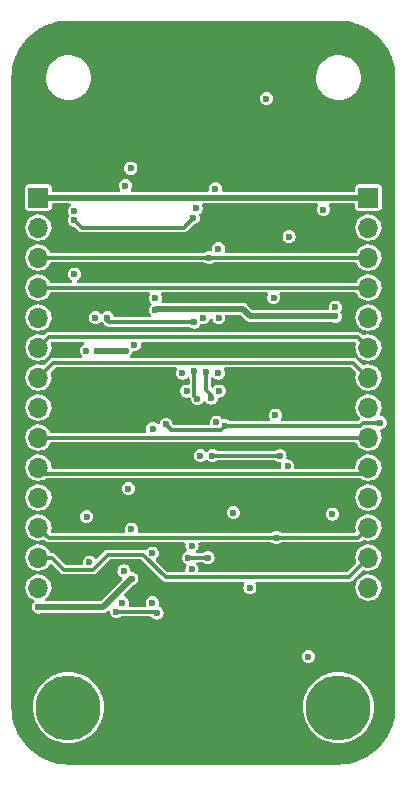
<source format=gbr>
%TF.GenerationSoftware,KiCad,Pcbnew,(6.0.9-0)*%
%TF.CreationDate,2024-06-20T10:35:51+02:00*%
%TF.ProjectId,filter-board,66696c74-6572-42d6-926f-6172642e6b69,rev?*%
%TF.SameCoordinates,Original*%
%TF.FileFunction,Copper,L4,Bot*%
%TF.FilePolarity,Positive*%
%FSLAX46Y46*%
G04 Gerber Fmt 4.6, Leading zero omitted, Abs format (unit mm)*
G04 Created by KiCad (PCBNEW (6.0.9-0)) date 2024-06-20 10:35:51*
%MOMM*%
%LPD*%
G01*
G04 APERTURE LIST*
%TA.AperFunction,ComponentPad*%
%ADD10C,5.500000*%
%TD*%
%TA.AperFunction,ComponentPad*%
%ADD11R,1.700000X1.700000*%
%TD*%
%TA.AperFunction,ComponentPad*%
%ADD12O,1.700000X1.700000*%
%TD*%
%TA.AperFunction,ViaPad*%
%ADD13C,0.600000*%
%TD*%
%TA.AperFunction,Conductor*%
%ADD14C,0.300000*%
%TD*%
%TA.AperFunction,Conductor*%
%ADD15C,0.500000*%
%TD*%
G04 APERTURE END LIST*
D10*
%TO.P,H3,1,1*%
%TO.N,/GND*%
X76200000Y-93980000D03*
%TD*%
%TO.P,H1,1,1*%
%TO.N,/GND*%
X53340000Y-93980000D03*
%TD*%
D11*
%TO.P,J1,1,Pin_1*%
%TO.N,/+9V*%
X50800000Y-50800000D03*
D12*
%TO.P,J1,2,Pin_2*%
%TO.N,/GND*%
X50800000Y-53340000D03*
%TO.P,J1,3,Pin_3*%
%TO.N,/+4.5V*%
X50800000Y-55880000D03*
%TO.P,J1,4,Pin_4*%
%TO.N,/In*%
X50800000Y-58420000D03*
%TO.P,J1,5,Pin_5*%
%TO.N,/GND*%
X50800000Y-60960000D03*
%TO.P,J1,6,Pin_6*%
%TO.N,/Freq_CV*%
X50800000Y-63500000D03*
%TO.P,J1,7,Pin_7*%
%TO.N,/Res_CV*%
X50800000Y-66040000D03*
%TO.P,J1,8,Pin_8*%
%TO.N,/GND*%
X50800000Y-68580000D03*
%TO.P,J1,9,Pin_9*%
%TO.N,/HP*%
X50800000Y-71120000D03*
%TO.P,J1,10,Pin_10*%
%TO.N,/UBP*%
X50800000Y-73660000D03*
%TO.P,J1,11,Pin_11*%
%TO.N,/GND*%
X50800000Y-76200000D03*
%TO.P,J1,12,Pin_12*%
%TO.N,/LBP*%
X50800000Y-78740000D03*
%TO.P,J1,13,Pin_13*%
%TO.N,/LP*%
X50800000Y-81280000D03*
%TO.P,J1,14,Pin_14*%
%TO.N,/GND*%
X50800000Y-83820000D03*
%TD*%
D11*
%TO.P,J2,1,Pin_1*%
%TO.N,/+9V*%
X78740000Y-50800000D03*
D12*
%TO.P,J2,2,Pin_2*%
%TO.N,/GND*%
X78740000Y-53340000D03*
%TO.P,J2,3,Pin_3*%
%TO.N,/+4.5V*%
X78740000Y-55880000D03*
%TO.P,J2,4,Pin_4*%
%TO.N,/In*%
X78740000Y-58420000D03*
%TO.P,J2,5,Pin_5*%
%TO.N,/GND*%
X78740000Y-60960000D03*
%TO.P,J2,6,Pin_6*%
%TO.N,/Freq_CV*%
X78740000Y-63500000D03*
%TO.P,J2,7,Pin_7*%
%TO.N,/Res_CV*%
X78740000Y-66040000D03*
%TO.P,J2,8,Pin_8*%
%TO.N,/GND*%
X78740000Y-68580000D03*
%TO.P,J2,9,Pin_9*%
%TO.N,/HP*%
X78740000Y-71120000D03*
%TO.P,J2,10,Pin_10*%
%TO.N,/UBP*%
X78740000Y-73660000D03*
%TO.P,J2,11,Pin_11*%
%TO.N,/GND*%
X78740000Y-76200000D03*
%TO.P,J2,12,Pin_12*%
%TO.N,/LBP*%
X78740000Y-78740000D03*
%TO.P,J2,13,Pin_13*%
%TO.N,/LP*%
X78740000Y-81280000D03*
%TO.P,J2,14,Pin_14*%
%TO.N,/GND*%
X78740000Y-83820000D03*
%TD*%
D13*
%TO.N,/GND*%
X58621000Y-48313000D03*
X72009000Y-54102000D03*
X70104000Y-42418000D03*
X63355289Y-67189616D03*
X53848000Y-57277000D03*
X55118000Y-81661000D03*
X54864000Y-63754000D03*
X57912000Y-85090000D03*
X68707000Y-83820000D03*
X70866000Y-69215000D03*
X58928000Y-63260500D03*
X64149767Y-51703767D03*
X66040000Y-55118000D03*
X75946000Y-60071000D03*
X71896500Y-73533000D03*
X58039000Y-82423000D03*
X58166000Y-49784000D03*
X60465378Y-70358000D03*
X60706000Y-59309000D03*
X66096478Y-67174810D03*
X58674000Y-78867000D03*
X54868437Y-77824375D03*
X73660000Y-89662000D03*
X64516000Y-72644000D03*
X66069500Y-60960000D03*
X62992000Y-65659000D03*
X60452000Y-85090000D03*
X53848000Y-51943000D03*
X65786000Y-50050500D03*
X55626000Y-60960000D03*
X63793235Y-80264000D03*
X75692000Y-77597000D03*
X64770000Y-60960000D03*
X70712945Y-59277896D03*
X65862500Y-69821000D03*
X66040000Y-65659000D03*
X67310000Y-77470000D03*
X60452000Y-80899000D03*
X58420000Y-75438000D03*
X63793235Y-82281500D03*
X74930000Y-51816000D03*
%TO.N,/+5.35V*%
X56642000Y-60960000D03*
X64008000Y-61341000D03*
%TO.N,/+4.5V*%
X65278000Y-55880000D03*
%TO.N,/+5.35V_Buf*%
X53848000Y-52742503D03*
X63920053Y-52509415D03*
%TO.N,/+4.5V_Buf*%
X70104000Y-43434000D03*
X77449624Y-75544624D03*
X62865000Y-82079500D03*
X58674000Y-78067497D03*
X54737000Y-78613000D03*
X70744194Y-60076787D03*
X71209497Y-54102000D03*
X72794500Y-89765500D03*
X75692000Y-78613000D03*
X75946000Y-51562000D03*
X57531000Y-75438000D03*
X55193750Y-80696250D03*
X69506503Y-83820000D03*
X64770000Y-61759503D03*
%TO.N,/+9V*%
X50800000Y-85471000D03*
X58180500Y-63754000D03*
X58166000Y-50800000D03*
X55753000Y-63754000D03*
X58700500Y-83057500D03*
X75946000Y-60870503D03*
X60706000Y-60325000D03*
%TO.N,Net-(C13-Pad1)*%
X65424426Y-67772682D03*
X65024000Y-65532000D03*
%TO.N,Net-(C15-Pad1)*%
X65532000Y-72644000D03*
X71247000Y-72644000D03*
%TO.N,/LBP*%
X70954000Y-79590000D03*
%TO.N,/CV Processing/Freq_CV_Biased*%
X66598998Y-70132086D03*
X61595000Y-70014500D03*
X79756000Y-69850000D03*
%TO.N,/CV Processing/Res_CV_Biased*%
X64262000Y-67818000D03*
X64008000Y-65469500D03*
%TO.N,Net-(R15-Pad2)*%
X57404000Y-85852000D03*
X60833000Y-85979000D03*
%TO.N,Net-(R29-Pad2)*%
X65151000Y-81280000D03*
X63500000Y-81280000D03*
%TD*%
D14*
%TO.N,/+5.35V*%
X56642000Y-60960000D02*
X56642000Y-61214000D01*
X56769000Y-61341000D02*
X64008000Y-61341000D01*
X56642000Y-61214000D02*
X56769000Y-61341000D01*
%TO.N,/+4.5V*%
X78740000Y-55880000D02*
X65278000Y-55880000D01*
X65278000Y-55880000D02*
X50800000Y-55880000D01*
%TO.N,/+5.35V_Buf*%
X53848000Y-52742503D02*
X54445497Y-53340000D01*
X54445497Y-53340000D02*
X63089468Y-53340000D01*
X63089468Y-53340000D02*
X63920053Y-52509415D01*
D15*
%TO.N,/+9V*%
X75902284Y-60826787D02*
X68700787Y-60826787D01*
X75946000Y-60870503D02*
X75902284Y-60826787D01*
X60821000Y-60210000D02*
X60706000Y-60325000D01*
X55753000Y-63754000D02*
X58180500Y-63754000D01*
X58674500Y-83057500D02*
X56261000Y-85471000D01*
X58166000Y-50800000D02*
X78740000Y-50800000D01*
X68700787Y-60826787D02*
X68084000Y-60210000D01*
X50800000Y-50800000D02*
X58166000Y-50800000D01*
X68084000Y-60210000D02*
X60821000Y-60210000D01*
X58700500Y-83057500D02*
X58674500Y-83057500D01*
X56261000Y-85471000D02*
X50800000Y-85471000D01*
D14*
%TO.N,/In*%
X50800000Y-58420000D02*
X78740000Y-58420000D01*
%TO.N,Net-(C13-Pad1)*%
X65424426Y-67772682D02*
X65424426Y-67492708D01*
X65024000Y-67092282D02*
X65024000Y-65532000D01*
X65424426Y-67492708D02*
X65024000Y-67092282D01*
%TO.N,/UBP*%
X78232000Y-74168000D02*
X78740000Y-73660000D01*
X51323000Y-74183000D02*
X72165739Y-74183000D01*
X50800000Y-73660000D02*
X51323000Y-74183000D01*
X72165739Y-74183000D02*
X72180739Y-74168000D01*
X72180739Y-74168000D02*
X78232000Y-74168000D01*
%TO.N,Net-(C15-Pad1)*%
X65532000Y-72644000D02*
X71247000Y-72644000D01*
%TO.N,/LBP*%
X77890000Y-79590000D02*
X70954000Y-79590000D01*
X70954000Y-79590000D02*
X51650000Y-79590000D01*
X51650000Y-79590000D02*
X50800000Y-78740000D01*
X78740000Y-78740000D02*
X77890000Y-79590000D01*
%TO.N,/LP*%
X59659761Y-81026000D02*
X61564761Y-82931000D01*
X51943000Y-81280000D02*
X52974000Y-82311000D01*
X77089000Y-82931000D02*
X78740000Y-81280000D01*
X52974000Y-82311000D02*
X55387239Y-82311000D01*
X55387239Y-82311000D02*
X56672239Y-81026000D01*
X61564761Y-82931000D02*
X77089000Y-82931000D01*
X56672239Y-81026000D02*
X59659761Y-81026000D01*
X50800000Y-81280000D02*
X51943000Y-81280000D01*
%TO.N,/CV Processing/Freq_CV_Biased*%
X62051000Y-70470500D02*
X61595000Y-70014500D01*
X78312943Y-69850000D02*
X79756000Y-69850000D01*
X78058943Y-70104000D02*
X78312943Y-69850000D01*
X66260584Y-70470500D02*
X62051000Y-70470500D01*
X66627084Y-70104000D02*
X78058943Y-70104000D01*
X66598998Y-70132086D02*
X66627084Y-70104000D01*
X66598998Y-70132086D02*
X66260584Y-70470500D01*
%TO.N,/CV Processing/Res_CV_Biased*%
X64008000Y-67564000D02*
X64008000Y-65469500D01*
X64262000Y-67818000D02*
X64008000Y-67564000D01*
%TO.N,/Freq_CV*%
X77851000Y-62611000D02*
X78740000Y-63500000D01*
X51689000Y-62611000D02*
X77851000Y-62611000D01*
X50800000Y-63500000D02*
X51689000Y-62611000D01*
%TO.N,/Res_CV*%
X77470000Y-64770000D02*
X78740000Y-66040000D01*
X52070000Y-64770000D02*
X77470000Y-64770000D01*
X50800000Y-66040000D02*
X52070000Y-64770000D01*
%TO.N,/HP*%
X50800000Y-71120000D02*
X78740000Y-71120000D01*
%TO.N,Net-(R15-Pad2)*%
X60706000Y-85852000D02*
X57404000Y-85852000D01*
X60833000Y-85979000D02*
X60706000Y-85852000D01*
%TO.N,Net-(R29-Pad2)*%
X63500000Y-81280000D02*
X65151000Y-81280000D01*
%TD*%
%TA.AperFunction,Conductor*%
%TO.N,/+4.5V_Buf*%
G36*
X76187103Y-35816921D02*
G01*
X76200000Y-35819486D01*
X76212170Y-35817065D01*
X76222599Y-35817065D01*
X76235735Y-35816060D01*
X76558600Y-35830156D01*
X76615075Y-35832622D01*
X76626023Y-35833580D01*
X77032496Y-35887093D01*
X77043301Y-35888999D01*
X77443566Y-35977736D01*
X77454176Y-35980579D01*
X77845175Y-36103860D01*
X77855488Y-36107613D01*
X78234277Y-36264513D01*
X78244221Y-36269151D01*
X78546931Y-36426731D01*
X78607867Y-36458452D01*
X78617387Y-36463948D01*
X78963148Y-36684223D01*
X78972152Y-36690527D01*
X79297413Y-36940108D01*
X79305830Y-36947172D01*
X79389622Y-37023952D01*
X79608088Y-37224139D01*
X79615857Y-37231908D01*
X79892826Y-37534167D01*
X79899892Y-37542587D01*
X80149473Y-37867848D01*
X80155777Y-37876852D01*
X80376052Y-38222613D01*
X80381548Y-38232133D01*
X80570845Y-38595770D01*
X80575487Y-38605723D01*
X80703083Y-38913766D01*
X80732384Y-38984504D01*
X80736140Y-38994825D01*
X80803994Y-39210030D01*
X80859421Y-39385823D01*
X80862264Y-39396434D01*
X80951001Y-39796699D01*
X80952907Y-39807504D01*
X80962635Y-39881397D01*
X81006420Y-40213976D01*
X81007378Y-40224926D01*
X81023940Y-40604265D01*
X81022935Y-40617401D01*
X81022935Y-40627830D01*
X81020514Y-40640000D01*
X81022935Y-40652170D01*
X81023079Y-40652894D01*
X81025500Y-40677476D01*
X81025500Y-93942524D01*
X81023079Y-93967103D01*
X81020514Y-93980000D01*
X81022935Y-93992170D01*
X81022935Y-94002599D01*
X81023940Y-94015735D01*
X81007378Y-94395074D01*
X81006420Y-94406023D01*
X80992343Y-94512953D01*
X80952908Y-94812488D01*
X80951001Y-94823301D01*
X80872975Y-95175253D01*
X80862266Y-95223560D01*
X80859421Y-95234176D01*
X80780402Y-95484796D01*
X80736143Y-95625167D01*
X80732387Y-95635488D01*
X80652921Y-95827337D01*
X80575491Y-96014268D01*
X80570849Y-96024221D01*
X80518556Y-96124676D01*
X80381548Y-96387867D01*
X80376052Y-96397387D01*
X80155777Y-96743148D01*
X80149473Y-96752152D01*
X79899892Y-97077413D01*
X79892828Y-97085830D01*
X79733856Y-97259319D01*
X79615861Y-97388088D01*
X79608092Y-97395857D01*
X79305833Y-97672826D01*
X79297413Y-97679892D01*
X78972152Y-97929473D01*
X78963148Y-97935777D01*
X78617387Y-98156052D01*
X78607868Y-98161547D01*
X78244221Y-98350849D01*
X78234277Y-98355487D01*
X77855488Y-98512387D01*
X77845175Y-98516140D01*
X77454177Y-98639421D01*
X77443566Y-98642264D01*
X77043301Y-98731001D01*
X77032496Y-98732907D01*
X76626024Y-98786420D01*
X76615075Y-98787378D01*
X76558600Y-98789844D01*
X76235735Y-98803940D01*
X76222599Y-98802935D01*
X76212170Y-98802935D01*
X76200000Y-98800514D01*
X76187103Y-98803079D01*
X76162524Y-98805500D01*
X53377476Y-98805500D01*
X53352897Y-98803079D01*
X53340000Y-98800514D01*
X53327830Y-98802935D01*
X53317401Y-98802935D01*
X53304265Y-98803940D01*
X52981400Y-98789844D01*
X52924925Y-98787378D01*
X52913976Y-98786420D01*
X52507504Y-98732907D01*
X52496699Y-98731001D01*
X52096434Y-98642264D01*
X52085823Y-98639421D01*
X51694825Y-98516140D01*
X51684512Y-98512387D01*
X51305723Y-98355487D01*
X51295779Y-98350849D01*
X50932132Y-98161547D01*
X50922613Y-98156052D01*
X50576852Y-97935777D01*
X50567848Y-97929473D01*
X50242587Y-97679892D01*
X50234167Y-97672826D01*
X49931908Y-97395857D01*
X49924139Y-97388088D01*
X49806145Y-97259319D01*
X49647172Y-97085830D01*
X49640108Y-97077413D01*
X49390527Y-96752152D01*
X49384223Y-96743148D01*
X49163948Y-96397387D01*
X49158452Y-96387867D01*
X49021444Y-96124676D01*
X48969151Y-96024221D01*
X48964509Y-96014268D01*
X48887080Y-95827337D01*
X48807613Y-95635488D01*
X48803857Y-95625167D01*
X48759599Y-95484796D01*
X48680579Y-95234176D01*
X48677734Y-95223560D01*
X48667025Y-95175253D01*
X48588999Y-94823301D01*
X48587092Y-94812488D01*
X48547658Y-94512953D01*
X48533580Y-94406023D01*
X48532622Y-94395074D01*
X48516060Y-94015735D01*
X48517065Y-94002599D01*
X48517065Y-93992170D01*
X48519486Y-93980000D01*
X48516921Y-93967103D01*
X48514500Y-93942524D01*
X48514500Y-93885466D01*
X50331893Y-93885466D01*
X50340963Y-94231836D01*
X50389784Y-94574868D01*
X50477708Y-94910015D01*
X50603570Y-95232835D01*
X50605274Y-95236053D01*
X50735264Y-95481560D01*
X50765703Y-95539050D01*
X50767755Y-95542035D01*
X50767760Y-95542044D01*
X50959899Y-95821608D01*
X50959905Y-95821615D01*
X50961956Y-95824600D01*
X51189729Y-96085701D01*
X51446002Y-96318892D01*
X51448960Y-96321017D01*
X51448963Y-96321020D01*
X51548786Y-96392750D01*
X51727380Y-96521083D01*
X52030132Y-96689592D01*
X52350246Y-96822188D01*
X52353740Y-96823183D01*
X52353742Y-96823184D01*
X52679977Y-96916114D01*
X52679982Y-96916115D01*
X52683478Y-96917111D01*
X52918649Y-96955622D01*
X53021832Y-96972519D01*
X53021836Y-96972519D01*
X53025412Y-96973105D01*
X53029038Y-96973276D01*
X53367889Y-96989256D01*
X53367890Y-96989256D01*
X53371516Y-96989427D01*
X53378128Y-96988976D01*
X53713570Y-96966108D01*
X53713577Y-96966107D01*
X53717202Y-96965860D01*
X53720778Y-96965197D01*
X53720780Y-96965197D01*
X54054323Y-96903379D01*
X54054327Y-96903378D01*
X54057888Y-96902718D01*
X54389060Y-96800836D01*
X54706326Y-96661566D01*
X55005483Y-96486753D01*
X55130683Y-96392750D01*
X55279657Y-96280897D01*
X55279661Y-96280894D01*
X55282564Y-96278714D01*
X55533898Y-96040207D01*
X55756153Y-95774394D01*
X55847392Y-95635496D01*
X55944396Y-95487822D01*
X55944401Y-95487813D01*
X55946383Y-95484796D01*
X56071488Y-95236053D01*
X56100440Y-95178489D01*
X56100443Y-95178481D01*
X56102067Y-95175253D01*
X56103312Y-95171851D01*
X56219893Y-94853279D01*
X56219894Y-94853275D01*
X56221141Y-94849868D01*
X56221986Y-94846346D01*
X56221989Y-94846338D01*
X56301180Y-94516482D01*
X56301181Y-94516478D01*
X56302027Y-94512953D01*
X56316292Y-94395074D01*
X56343317Y-94171753D01*
X56343318Y-94171746D01*
X56343653Y-94168974D01*
X56349592Y-93980000D01*
X56349431Y-93977204D01*
X56344142Y-93885466D01*
X73191893Y-93885466D01*
X73200963Y-94231836D01*
X73249784Y-94574868D01*
X73337708Y-94910015D01*
X73463570Y-95232835D01*
X73465274Y-95236053D01*
X73595264Y-95481560D01*
X73625703Y-95539050D01*
X73627755Y-95542035D01*
X73627760Y-95542044D01*
X73819899Y-95821608D01*
X73819905Y-95821615D01*
X73821956Y-95824600D01*
X74049729Y-96085701D01*
X74306002Y-96318892D01*
X74308960Y-96321017D01*
X74308963Y-96321020D01*
X74408786Y-96392750D01*
X74587380Y-96521083D01*
X74890132Y-96689592D01*
X75210246Y-96822188D01*
X75213740Y-96823183D01*
X75213742Y-96823184D01*
X75539977Y-96916114D01*
X75539982Y-96916115D01*
X75543478Y-96917111D01*
X75778649Y-96955622D01*
X75881832Y-96972519D01*
X75881836Y-96972519D01*
X75885412Y-96973105D01*
X75889038Y-96973276D01*
X76227889Y-96989256D01*
X76227890Y-96989256D01*
X76231516Y-96989427D01*
X76238128Y-96988976D01*
X76573570Y-96966108D01*
X76573577Y-96966107D01*
X76577202Y-96965860D01*
X76580778Y-96965197D01*
X76580780Y-96965197D01*
X76914323Y-96903379D01*
X76914327Y-96903378D01*
X76917888Y-96902718D01*
X77249060Y-96800836D01*
X77566326Y-96661566D01*
X77865483Y-96486753D01*
X77990683Y-96392750D01*
X78139657Y-96280897D01*
X78139661Y-96280894D01*
X78142564Y-96278714D01*
X78393898Y-96040207D01*
X78616153Y-95774394D01*
X78707392Y-95635496D01*
X78804396Y-95487822D01*
X78804401Y-95487813D01*
X78806383Y-95484796D01*
X78931488Y-95236053D01*
X78960440Y-95178489D01*
X78960443Y-95178481D01*
X78962067Y-95175253D01*
X78963312Y-95171851D01*
X79079893Y-94853279D01*
X79079894Y-94853275D01*
X79081141Y-94849868D01*
X79081986Y-94846346D01*
X79081989Y-94846338D01*
X79161180Y-94516482D01*
X79161181Y-94516478D01*
X79162027Y-94512953D01*
X79176292Y-94395074D01*
X79203317Y-94171753D01*
X79203318Y-94171746D01*
X79203653Y-94168974D01*
X79209592Y-93980000D01*
X79209431Y-93977204D01*
X79189856Y-93637706D01*
X79189855Y-93637701D01*
X79189647Y-93634086D01*
X79130075Y-93292757D01*
X79031667Y-92960537D01*
X78995414Y-92875542D01*
X78897151Y-92645168D01*
X78897149Y-92645165D01*
X78895727Y-92641830D01*
X78849676Y-92561093D01*
X78725847Y-92343999D01*
X78724056Y-92340859D01*
X78668683Y-92265477D01*
X78521070Y-92064527D01*
X78521068Y-92064525D01*
X78518930Y-92061614D01*
X78283069Y-91807796D01*
X78280309Y-91805439D01*
X78280303Y-91805433D01*
X78022353Y-91585124D01*
X78019597Y-91582770D01*
X77732007Y-91389518D01*
X77728798Y-91387862D01*
X77728790Y-91387857D01*
X77427331Y-91232263D01*
X77424111Y-91230601D01*
X77420730Y-91229323D01*
X77420720Y-91229319D01*
X77103389Y-91109410D01*
X77099991Y-91108126D01*
X76763941Y-91023716D01*
X76619050Y-91004641D01*
X76424021Y-90978964D01*
X76424013Y-90978963D01*
X76420417Y-90978490D01*
X76277229Y-90976241D01*
X76077613Y-90973105D01*
X76077609Y-90973105D01*
X76073971Y-90973048D01*
X76070357Y-90973409D01*
X76070351Y-90973409D01*
X75827044Y-90997695D01*
X75729196Y-91007461D01*
X75609304Y-91033602D01*
X75394205Y-91080501D01*
X75394200Y-91080502D01*
X75390661Y-91081274D01*
X75062853Y-91193507D01*
X74750118Y-91342674D01*
X74456600Y-91526798D01*
X74453766Y-91529068D01*
X74453761Y-91529072D01*
X74389254Y-91580752D01*
X74186190Y-91743437D01*
X73942472Y-91989721D01*
X73728676Y-92262385D01*
X73547636Y-92557815D01*
X73546117Y-92561087D01*
X73546114Y-92561093D01*
X73507088Y-92645168D01*
X73401752Y-92872095D01*
X73400612Y-92875542D01*
X73372503Y-92960537D01*
X73292957Y-93201060D01*
X73292221Y-93204615D01*
X73292220Y-93204618D01*
X73273228Y-93296330D01*
X73222694Y-93540350D01*
X73191893Y-93885466D01*
X56344142Y-93885466D01*
X56329856Y-93637706D01*
X56329855Y-93637701D01*
X56329647Y-93634086D01*
X56270075Y-93292757D01*
X56171667Y-92960537D01*
X56135414Y-92875542D01*
X56037151Y-92645168D01*
X56037149Y-92645165D01*
X56035727Y-92641830D01*
X55989676Y-92561093D01*
X55865847Y-92343999D01*
X55864056Y-92340859D01*
X55808683Y-92265477D01*
X55661070Y-92064527D01*
X55661068Y-92064525D01*
X55658930Y-92061614D01*
X55423069Y-91807796D01*
X55420309Y-91805439D01*
X55420303Y-91805433D01*
X55162353Y-91585124D01*
X55159597Y-91582770D01*
X54872007Y-91389518D01*
X54868798Y-91387862D01*
X54868790Y-91387857D01*
X54567331Y-91232263D01*
X54564111Y-91230601D01*
X54560730Y-91229323D01*
X54560720Y-91229319D01*
X54243389Y-91109410D01*
X54239991Y-91108126D01*
X53903941Y-91023716D01*
X53759050Y-91004641D01*
X53564021Y-90978964D01*
X53564013Y-90978963D01*
X53560417Y-90978490D01*
X53417229Y-90976241D01*
X53217613Y-90973105D01*
X53217609Y-90973105D01*
X53213971Y-90973048D01*
X53210357Y-90973409D01*
X53210351Y-90973409D01*
X52967044Y-90997695D01*
X52869196Y-91007461D01*
X52749304Y-91033602D01*
X52534205Y-91080501D01*
X52534200Y-91080502D01*
X52530661Y-91081274D01*
X52202853Y-91193507D01*
X51890118Y-91342674D01*
X51596600Y-91526798D01*
X51593766Y-91529068D01*
X51593761Y-91529072D01*
X51529254Y-91580752D01*
X51326190Y-91743437D01*
X51082472Y-91989721D01*
X50868676Y-92262385D01*
X50687636Y-92557815D01*
X50686117Y-92561087D01*
X50686114Y-92561093D01*
X50647088Y-92645168D01*
X50541752Y-92872095D01*
X50540612Y-92875542D01*
X50512503Y-92960537D01*
X50432957Y-93201060D01*
X50432221Y-93204615D01*
X50432220Y-93204618D01*
X50413228Y-93296330D01*
X50362694Y-93540350D01*
X50331893Y-93885466D01*
X48514500Y-93885466D01*
X48514500Y-89662000D01*
X73100715Y-89662000D01*
X73119772Y-89806754D01*
X73175645Y-89941642D01*
X73264526Y-90057474D01*
X73271076Y-90062500D01*
X73271079Y-90062503D01*
X73373804Y-90141327D01*
X73380357Y-90146355D01*
X73515246Y-90202228D01*
X73660000Y-90221285D01*
X73668188Y-90220207D01*
X73796566Y-90203306D01*
X73804754Y-90202228D01*
X73939643Y-90146355D01*
X73946196Y-90141327D01*
X74048921Y-90062503D01*
X74048924Y-90062500D01*
X74055474Y-90057474D01*
X74144355Y-89941642D01*
X74200228Y-89806754D01*
X74219285Y-89662000D01*
X74200228Y-89517246D01*
X74144355Y-89382358D01*
X74055474Y-89266526D01*
X74048924Y-89261500D01*
X74048921Y-89261497D01*
X73946196Y-89182673D01*
X73946194Y-89182672D01*
X73939643Y-89177645D01*
X73804754Y-89121772D01*
X73660000Y-89102715D01*
X73651812Y-89103793D01*
X73523432Y-89120694D01*
X73523430Y-89120695D01*
X73515246Y-89121772D01*
X73467430Y-89141578D01*
X73387986Y-89174485D01*
X73387984Y-89174486D01*
X73380358Y-89177645D01*
X73264526Y-89266526D01*
X73175645Y-89382358D01*
X73119772Y-89517246D01*
X73100715Y-89662000D01*
X48514500Y-89662000D01*
X48514500Y-83790964D01*
X49691148Y-83790964D01*
X49704424Y-83993522D01*
X49705845Y-83999118D01*
X49705846Y-83999123D01*
X49726119Y-84078945D01*
X49754392Y-84190269D01*
X49756809Y-84195512D01*
X49794010Y-84276208D01*
X49839377Y-84374616D01*
X49956533Y-84540389D01*
X50101938Y-84682035D01*
X50270720Y-84794812D01*
X50276023Y-84797090D01*
X50276026Y-84797092D01*
X50393501Y-84847563D01*
X50448194Y-84892831D01*
X50469731Y-84960482D01*
X50451274Y-85029038D01*
X50420467Y-85063293D01*
X50411076Y-85070499D01*
X50411072Y-85070503D01*
X50404526Y-85075526D01*
X50315645Y-85191358D01*
X50312486Y-85198984D01*
X50312485Y-85198986D01*
X50294508Y-85242387D01*
X50259772Y-85326246D01*
X50240715Y-85471000D01*
X50241793Y-85479188D01*
X50256392Y-85590077D01*
X50259772Y-85615754D01*
X50262931Y-85623380D01*
X50297670Y-85707246D01*
X50315645Y-85750642D01*
X50320672Y-85757193D01*
X50381255Y-85836146D01*
X50404526Y-85866474D01*
X50411076Y-85871500D01*
X50411079Y-85871503D01*
X50479596Y-85924078D01*
X50520357Y-85955355D01*
X50600540Y-85988568D01*
X50638714Y-86004380D01*
X50655246Y-86011228D01*
X50800000Y-86030285D01*
X50808188Y-86029207D01*
X50936566Y-86012306D01*
X50944754Y-86011228D01*
X51007855Y-85985091D01*
X51056072Y-85975500D01*
X56190376Y-85975500D01*
X56202381Y-85976841D01*
X56202421Y-85976345D01*
X56211368Y-85977065D01*
X56220124Y-85979046D01*
X56273382Y-85975742D01*
X56281184Y-85975500D01*
X56297226Y-85975500D01*
X56301657Y-85974865D01*
X56301662Y-85974865D01*
X56305687Y-85974288D01*
X56307457Y-85974035D01*
X56317514Y-85973004D01*
X56339976Y-85971611D01*
X56355400Y-85970654D01*
X56355402Y-85970654D01*
X56364359Y-85970098D01*
X56372799Y-85967051D01*
X56376089Y-85966370D01*
X56391938Y-85962418D01*
X56395168Y-85961473D01*
X56404052Y-85960201D01*
X56412223Y-85956486D01*
X56446763Y-85940782D01*
X56456128Y-85936970D01*
X56491837Y-85924078D01*
X56491840Y-85924076D01*
X56500284Y-85921028D01*
X56507533Y-85915732D01*
X56510490Y-85914160D01*
X56524614Y-85905907D01*
X56527437Y-85904102D01*
X56535605Y-85900388D01*
X56542402Y-85894531D01*
X56542404Y-85894530D01*
X56571153Y-85869757D01*
X56579064Y-85863475D01*
X56589944Y-85855527D01*
X56600806Y-85844665D01*
X56607653Y-85838307D01*
X56642222Y-85808520D01*
X56706884Y-85779206D01*
X56777129Y-85789505D01*
X56830656Y-85836146D01*
X56849392Y-85887527D01*
X56862513Y-85987188D01*
X56863772Y-85996754D01*
X56870214Y-86012306D01*
X56916378Y-86123754D01*
X56919645Y-86131642D01*
X57008526Y-86247474D01*
X57015076Y-86252500D01*
X57015079Y-86252503D01*
X57084533Y-86305797D01*
X57124357Y-86336355D01*
X57259246Y-86392228D01*
X57404000Y-86411285D01*
X57412188Y-86410207D01*
X57540566Y-86393306D01*
X57548754Y-86392228D01*
X57683643Y-86336355D01*
X57753778Y-86282538D01*
X57819998Y-86256937D01*
X57830482Y-86256500D01*
X60284865Y-86256500D01*
X60352986Y-86276502D01*
X60384828Y-86305797D01*
X60432496Y-86367920D01*
X60432499Y-86367923D01*
X60437526Y-86374474D01*
X60444076Y-86379500D01*
X60444079Y-86379503D01*
X60546804Y-86458327D01*
X60553357Y-86463355D01*
X60688246Y-86519228D01*
X60833000Y-86538285D01*
X60841188Y-86537207D01*
X60969566Y-86520306D01*
X60977754Y-86519228D01*
X61112643Y-86463355D01*
X61119196Y-86458327D01*
X61221921Y-86379503D01*
X61221924Y-86379500D01*
X61228474Y-86374474D01*
X61317355Y-86258642D01*
X61373228Y-86123754D01*
X61392285Y-85979000D01*
X61386752Y-85936970D01*
X61374306Y-85842432D01*
X61374305Y-85842430D01*
X61373228Y-85834246D01*
X61335438Y-85743014D01*
X61320515Y-85706986D01*
X61320514Y-85706984D01*
X61317355Y-85699358D01*
X61259055Y-85623380D01*
X61233501Y-85590077D01*
X61233500Y-85590076D01*
X61228474Y-85583526D01*
X61221924Y-85578500D01*
X61221921Y-85578497D01*
X61119196Y-85499673D01*
X61119194Y-85499672D01*
X61112643Y-85494645D01*
X61034385Y-85462230D01*
X60979105Y-85417682D01*
X60956684Y-85350318D01*
X60966196Y-85297602D01*
X60989067Y-85242387D01*
X60989068Y-85242382D01*
X60992228Y-85234754D01*
X61011285Y-85090000D01*
X60992228Y-84945246D01*
X60963107Y-84874942D01*
X60939515Y-84817986D01*
X60939514Y-84817984D01*
X60936355Y-84810358D01*
X60847474Y-84694526D01*
X60840924Y-84689500D01*
X60840921Y-84689497D01*
X60738196Y-84610673D01*
X60738194Y-84610672D01*
X60731643Y-84605645D01*
X60596754Y-84549772D01*
X60556132Y-84544424D01*
X60460188Y-84531793D01*
X60452000Y-84530715D01*
X60443812Y-84531793D01*
X60315432Y-84548694D01*
X60315430Y-84548695D01*
X60307246Y-84549772D01*
X60259430Y-84569578D01*
X60179986Y-84602485D01*
X60179984Y-84602486D01*
X60172358Y-84605645D01*
X60088270Y-84670168D01*
X60078061Y-84678002D01*
X60056526Y-84694526D01*
X59967645Y-84810358D01*
X59964486Y-84817984D01*
X59964485Y-84817986D01*
X59940893Y-84874942D01*
X59911772Y-84945246D01*
X59892715Y-85090000D01*
X59911772Y-85234754D01*
X59914932Y-85242383D01*
X59927730Y-85273280D01*
X59935320Y-85343870D01*
X59903542Y-85407357D01*
X59842484Y-85443586D01*
X59811322Y-85447500D01*
X58552678Y-85447500D01*
X58484557Y-85427498D01*
X58438064Y-85373842D01*
X58427960Y-85303568D01*
X58436270Y-85273280D01*
X58449068Y-85242383D01*
X58452228Y-85234754D01*
X58471285Y-85090000D01*
X58452228Y-84945246D01*
X58423107Y-84874942D01*
X58399515Y-84817986D01*
X58399514Y-84817984D01*
X58396355Y-84810358D01*
X58307474Y-84694526D01*
X58300924Y-84689500D01*
X58300921Y-84689497D01*
X58198196Y-84610673D01*
X58198194Y-84610672D01*
X58191643Y-84605645D01*
X58184014Y-84602485D01*
X58184009Y-84602482D01*
X58117088Y-84574762D01*
X58061807Y-84530214D01*
X58039387Y-84462850D01*
X58056946Y-84394059D01*
X58076212Y-84369259D01*
X58831780Y-83613691D01*
X58872656Y-83586378D01*
X58980143Y-83541855D01*
X59061494Y-83479432D01*
X59089421Y-83458003D01*
X59089424Y-83458000D01*
X59095974Y-83452974D01*
X59119368Y-83422487D01*
X59179828Y-83343693D01*
X59184855Y-83337142D01*
X59188392Y-83328605D01*
X59237569Y-83209880D01*
X59240728Y-83202254D01*
X59259785Y-83057500D01*
X59244831Y-82943911D01*
X59241806Y-82920932D01*
X59241805Y-82920930D01*
X59240728Y-82912746D01*
X59200996Y-82816826D01*
X59188015Y-82785486D01*
X59188014Y-82785484D01*
X59184855Y-82777858D01*
X59131715Y-82708605D01*
X59101001Y-82668577D01*
X59101000Y-82668576D01*
X59095974Y-82662026D01*
X59089424Y-82657000D01*
X59089421Y-82656997D01*
X58986696Y-82578173D01*
X58986694Y-82578172D01*
X58980143Y-82573145D01*
X58845254Y-82517272D01*
X58837066Y-82516194D01*
X58702415Y-82498467D01*
X58637488Y-82469745D01*
X58598396Y-82410480D01*
X58593939Y-82389991D01*
X58593158Y-82384054D01*
X58581459Y-82295192D01*
X58580306Y-82286432D01*
X58580305Y-82286430D01*
X58579228Y-82278246D01*
X58523355Y-82143358D01*
X58462726Y-82064345D01*
X58439501Y-82034077D01*
X58439500Y-82034076D01*
X58434474Y-82027526D01*
X58427924Y-82022500D01*
X58427921Y-82022497D01*
X58325196Y-81943673D01*
X58325194Y-81943672D01*
X58318643Y-81938645D01*
X58183754Y-81882772D01*
X58039000Y-81863715D01*
X58030812Y-81864793D01*
X57902432Y-81881694D01*
X57902430Y-81881695D01*
X57894246Y-81882772D01*
X57856196Y-81898533D01*
X57766986Y-81935485D01*
X57766984Y-81935486D01*
X57759358Y-81938645D01*
X57643526Y-82027526D01*
X57554645Y-82143358D01*
X57498772Y-82278246D01*
X57497695Y-82286430D01*
X57497694Y-82286432D01*
X57496541Y-82295192D01*
X57479715Y-82423000D01*
X57480793Y-82431188D01*
X57491595Y-82513236D01*
X57498772Y-82567754D01*
X57501931Y-82575380D01*
X57549560Y-82690365D01*
X57554645Y-82702642D01*
X57643526Y-82818474D01*
X57650076Y-82823500D01*
X57650079Y-82823503D01*
X57752804Y-82902327D01*
X57759357Y-82907355D01*
X57766986Y-82910515D01*
X57766991Y-82910518D01*
X57833912Y-82938238D01*
X57889193Y-82982786D01*
X57911613Y-83050150D01*
X57894054Y-83118941D01*
X57874788Y-83143741D01*
X56088934Y-84929595D01*
X56026622Y-84963621D01*
X55999839Y-84966500D01*
X51495053Y-84966500D01*
X51426932Y-84946498D01*
X51380439Y-84892842D01*
X51370335Y-84822568D01*
X51399829Y-84757988D01*
X51423516Y-84736813D01*
X51428276Y-84734147D01*
X51584345Y-84604345D01*
X51645583Y-84530715D01*
X51710453Y-84452718D01*
X51710455Y-84452715D01*
X51714147Y-84448276D01*
X51813334Y-84271165D01*
X51815190Y-84265698D01*
X51815192Y-84265693D01*
X51876728Y-84084414D01*
X51876729Y-84084409D01*
X51878584Y-84078945D01*
X51879412Y-84073236D01*
X51879413Y-84073231D01*
X51907179Y-83881727D01*
X51907712Y-83878053D01*
X51909232Y-83820000D01*
X51890658Y-83617859D01*
X51884484Y-83595968D01*
X51837125Y-83428046D01*
X51837124Y-83428044D01*
X51835557Y-83422487D01*
X51825672Y-83402441D01*
X51748331Y-83245609D01*
X51745776Y-83240428D01*
X51624320Y-83077779D01*
X51475258Y-82939987D01*
X51470375Y-82936906D01*
X51470371Y-82936903D01*
X51308464Y-82834748D01*
X51303581Y-82831667D01*
X51115039Y-82756446D01*
X51109379Y-82755320D01*
X51109375Y-82755319D01*
X50921613Y-82717971D01*
X50921610Y-82717971D01*
X50915946Y-82716844D01*
X50910171Y-82716768D01*
X50910167Y-82716768D01*
X50808793Y-82715441D01*
X50712971Y-82714187D01*
X50707274Y-82715166D01*
X50707273Y-82715166D01*
X50518607Y-82747585D01*
X50512910Y-82748564D01*
X50322463Y-82818824D01*
X50148010Y-82922612D01*
X50143670Y-82926418D01*
X50143666Y-82926421D01*
X50080332Y-82981964D01*
X49995392Y-83056455D01*
X49869720Y-83215869D01*
X49867031Y-83220980D01*
X49867029Y-83220983D01*
X49842908Y-83266829D01*
X49775203Y-83395515D01*
X49715007Y-83589378D01*
X49691148Y-83790964D01*
X48514500Y-83790964D01*
X48514500Y-81250964D01*
X49691148Y-81250964D01*
X49704424Y-81453522D01*
X49705845Y-81459118D01*
X49705846Y-81459123D01*
X49752971Y-81644674D01*
X49754392Y-81650269D01*
X49756809Y-81655512D01*
X49833241Y-81821306D01*
X49839377Y-81834616D01*
X49956533Y-82000389D01*
X50101938Y-82142035D01*
X50270720Y-82254812D01*
X50276023Y-82257090D01*
X50276026Y-82257092D01*
X50364707Y-82295192D01*
X50457228Y-82334942D01*
X50530244Y-82351464D01*
X50649579Y-82378467D01*
X50649584Y-82378468D01*
X50655216Y-82379742D01*
X50660987Y-82379969D01*
X50660989Y-82379969D01*
X50720756Y-82382317D01*
X50858053Y-82387712D01*
X50958499Y-82373148D01*
X51053231Y-82359413D01*
X51053236Y-82359412D01*
X51058945Y-82358584D01*
X51064409Y-82356729D01*
X51064414Y-82356728D01*
X51245693Y-82295192D01*
X51245698Y-82295190D01*
X51251165Y-82293334D01*
X51263490Y-82286432D01*
X51325683Y-82251602D01*
X51428276Y-82194147D01*
X51487451Y-82144932D01*
X51579913Y-82068031D01*
X51584345Y-82064345D01*
X51641768Y-81995302D01*
X51710453Y-81912718D01*
X51710455Y-81912715D01*
X51714147Y-81908276D01*
X51735157Y-81870760D01*
X51785891Y-81821101D01*
X51855422Y-81806753D01*
X51921673Y-81832275D01*
X51934184Y-81843234D01*
X52710485Y-82619535D01*
X52710489Y-82619538D01*
X52733277Y-82642326D01*
X52751200Y-82651458D01*
X52753160Y-82652457D01*
X52770017Y-82662787D01*
X52788071Y-82675904D01*
X52797501Y-82678968D01*
X52797503Y-82678969D01*
X52809295Y-82682801D01*
X52827557Y-82690365D01*
X52838606Y-82695995D01*
X52838610Y-82695996D01*
X52847445Y-82700498D01*
X52857243Y-82702050D01*
X52857244Y-82702050D01*
X52863363Y-82703019D01*
X52869483Y-82703988D01*
X52888714Y-82708605D01*
X52909934Y-82715500D01*
X55451305Y-82715500D01*
X55460737Y-82712435D01*
X55460739Y-82712435D01*
X55472526Y-82708605D01*
X55491752Y-82703989D01*
X55504001Y-82702049D01*
X55513794Y-82700498D01*
X55533678Y-82690366D01*
X55551944Y-82682801D01*
X55563735Y-82678970D01*
X55573168Y-82675905D01*
X55591228Y-82662784D01*
X55608085Y-82652454D01*
X55627962Y-82642326D01*
X55650750Y-82619538D01*
X55650754Y-82619535D01*
X56802883Y-81467405D01*
X56865195Y-81433380D01*
X56891978Y-81430500D01*
X59440021Y-81430500D01*
X59508142Y-81450502D01*
X59529116Y-81467405D01*
X61301246Y-83239535D01*
X61301250Y-83239538D01*
X61324038Y-83262326D01*
X61343915Y-83272454D01*
X61360772Y-83282784D01*
X61378832Y-83295905D01*
X61388265Y-83298970D01*
X61400056Y-83302801D01*
X61418322Y-83310366D01*
X61438206Y-83320498D01*
X61447999Y-83322049D01*
X61460248Y-83323989D01*
X61479474Y-83328605D01*
X61491261Y-83332435D01*
X61491263Y-83332435D01*
X61500695Y-83335500D01*
X68124335Y-83335500D01*
X68192456Y-83355502D01*
X68238949Y-83409158D01*
X68249053Y-83479432D01*
X68229677Y-83525429D01*
X68231801Y-83526655D01*
X68227671Y-83533808D01*
X68222645Y-83540358D01*
X68166772Y-83675246D01*
X68147715Y-83820000D01*
X68166772Y-83964754D01*
X68222645Y-84099642D01*
X68227672Y-84106193D01*
X68296209Y-84195512D01*
X68311526Y-84215474D01*
X68318076Y-84220500D01*
X68318079Y-84220503D01*
X68376972Y-84265693D01*
X68427357Y-84304355D01*
X68562246Y-84360228D01*
X68707000Y-84379285D01*
X68715188Y-84378207D01*
X68843566Y-84361306D01*
X68851754Y-84360228D01*
X68986643Y-84304355D01*
X69037028Y-84265693D01*
X69095921Y-84220503D01*
X69095924Y-84220500D01*
X69102474Y-84215474D01*
X69117792Y-84195512D01*
X69186328Y-84106193D01*
X69191355Y-84099642D01*
X69247228Y-83964754D01*
X69266285Y-83820000D01*
X69262462Y-83790964D01*
X77631148Y-83790964D01*
X77644424Y-83993522D01*
X77645845Y-83999118D01*
X77645846Y-83999123D01*
X77666119Y-84078945D01*
X77694392Y-84190269D01*
X77696809Y-84195512D01*
X77734010Y-84276208D01*
X77779377Y-84374616D01*
X77896533Y-84540389D01*
X78041938Y-84682035D01*
X78210720Y-84794812D01*
X78216023Y-84797090D01*
X78216026Y-84797092D01*
X78391921Y-84872662D01*
X78397228Y-84874942D01*
X78470244Y-84891464D01*
X78589579Y-84918467D01*
X78589584Y-84918468D01*
X78595216Y-84919742D01*
X78600987Y-84919969D01*
X78600989Y-84919969D01*
X78659757Y-84922278D01*
X78798053Y-84927712D01*
X78898499Y-84913148D01*
X78993231Y-84899413D01*
X78993236Y-84899412D01*
X78998945Y-84898584D01*
X79004409Y-84896729D01*
X79004414Y-84896728D01*
X79185693Y-84835192D01*
X79185698Y-84835190D01*
X79191165Y-84833334D01*
X79368276Y-84734147D01*
X79421955Y-84689503D01*
X79519913Y-84608031D01*
X79524345Y-84604345D01*
X79585583Y-84530715D01*
X79650453Y-84452718D01*
X79650455Y-84452715D01*
X79654147Y-84448276D01*
X79753334Y-84271165D01*
X79755190Y-84265698D01*
X79755192Y-84265693D01*
X79816728Y-84084414D01*
X79816729Y-84084409D01*
X79818584Y-84078945D01*
X79819412Y-84073236D01*
X79819413Y-84073231D01*
X79847179Y-83881727D01*
X79847712Y-83878053D01*
X79849232Y-83820000D01*
X79830658Y-83617859D01*
X79824484Y-83595968D01*
X79777125Y-83428046D01*
X79777124Y-83428044D01*
X79775557Y-83422487D01*
X79765672Y-83402441D01*
X79688331Y-83245609D01*
X79685776Y-83240428D01*
X79564320Y-83077779D01*
X79415258Y-82939987D01*
X79410375Y-82936906D01*
X79410371Y-82936903D01*
X79248464Y-82834748D01*
X79243581Y-82831667D01*
X79055039Y-82756446D01*
X79049379Y-82755320D01*
X79049375Y-82755319D01*
X78861613Y-82717971D01*
X78861610Y-82717971D01*
X78855946Y-82716844D01*
X78850171Y-82716768D01*
X78850167Y-82716768D01*
X78748793Y-82715441D01*
X78652971Y-82714187D01*
X78647274Y-82715166D01*
X78647273Y-82715166D01*
X78458607Y-82747585D01*
X78452910Y-82748564D01*
X78262463Y-82818824D01*
X78088010Y-82922612D01*
X78083670Y-82926418D01*
X78083666Y-82926421D01*
X78020332Y-82981964D01*
X77935392Y-83056455D01*
X77809720Y-83215869D01*
X77807031Y-83220980D01*
X77807029Y-83220983D01*
X77782908Y-83266829D01*
X77715203Y-83395515D01*
X77655007Y-83589378D01*
X77631148Y-83790964D01*
X69262462Y-83790964D01*
X69247228Y-83675246D01*
X69191355Y-83540358D01*
X69186329Y-83533808D01*
X69182199Y-83526655D01*
X69184684Y-83525220D01*
X69164102Y-83471990D01*
X69178364Y-83402441D01*
X69227962Y-83351642D01*
X69289665Y-83335500D01*
X77153066Y-83335500D01*
X77162498Y-83332435D01*
X77162500Y-83332435D01*
X77174287Y-83328605D01*
X77193513Y-83323989D01*
X77205762Y-83322049D01*
X77215555Y-83320498D01*
X77235439Y-83310366D01*
X77253705Y-83302801D01*
X77265496Y-83298970D01*
X77274929Y-83295905D01*
X77292989Y-83282784D01*
X77309846Y-83272454D01*
X77329723Y-83262326D01*
X77352507Y-83239542D01*
X77352516Y-83239534D01*
X77780127Y-82811923D01*
X78238837Y-82353212D01*
X78301150Y-82319187D01*
X78377672Y-82326540D01*
X78391925Y-82332664D01*
X78391928Y-82332665D01*
X78397228Y-82334942D01*
X78402857Y-82336216D01*
X78402858Y-82336216D01*
X78589579Y-82378467D01*
X78589584Y-82378468D01*
X78595216Y-82379742D01*
X78600987Y-82379969D01*
X78600989Y-82379969D01*
X78660756Y-82382317D01*
X78798053Y-82387712D01*
X78898499Y-82373148D01*
X78993231Y-82359413D01*
X78993236Y-82359412D01*
X78998945Y-82358584D01*
X79004409Y-82356729D01*
X79004414Y-82356728D01*
X79185693Y-82295192D01*
X79185698Y-82295190D01*
X79191165Y-82293334D01*
X79203490Y-82286432D01*
X79265683Y-82251602D01*
X79368276Y-82194147D01*
X79427451Y-82144932D01*
X79519913Y-82068031D01*
X79524345Y-82064345D01*
X79581768Y-81995302D01*
X79650453Y-81912718D01*
X79650455Y-81912715D01*
X79654147Y-81908276D01*
X79753334Y-81731165D01*
X79755190Y-81725698D01*
X79755192Y-81725693D01*
X79816728Y-81544414D01*
X79816729Y-81544409D01*
X79818584Y-81538945D01*
X79819412Y-81533236D01*
X79819413Y-81533231D01*
X79840327Y-81388986D01*
X79847712Y-81338053D01*
X79849232Y-81280000D01*
X79835230Y-81127620D01*
X79831187Y-81083613D01*
X79831186Y-81083610D01*
X79830658Y-81077859D01*
X79829090Y-81072299D01*
X79777125Y-80888046D01*
X79777124Y-80888044D01*
X79775557Y-80882487D01*
X79772112Y-80875500D01*
X79688331Y-80705609D01*
X79688330Y-80705608D01*
X79685776Y-80700428D01*
X79564320Y-80537779D01*
X79415258Y-80399987D01*
X79410375Y-80396906D01*
X79410371Y-80396903D01*
X79248464Y-80294748D01*
X79243581Y-80291667D01*
X79055039Y-80216446D01*
X79049379Y-80215320D01*
X79049375Y-80215319D01*
X78861613Y-80177971D01*
X78861610Y-80177971D01*
X78855946Y-80176844D01*
X78850171Y-80176768D01*
X78850167Y-80176768D01*
X78748793Y-80175441D01*
X78652971Y-80174187D01*
X78647274Y-80175166D01*
X78647273Y-80175166D01*
X78458607Y-80207585D01*
X78452910Y-80208564D01*
X78262463Y-80278824D01*
X78088010Y-80382612D01*
X78083670Y-80386418D01*
X78083666Y-80386421D01*
X78049505Y-80416380D01*
X77935392Y-80516455D01*
X77809720Y-80675869D01*
X77807031Y-80680980D01*
X77807029Y-80680983D01*
X77787835Y-80717465D01*
X77715203Y-80855515D01*
X77655007Y-81049378D01*
X77631148Y-81250964D01*
X77644424Y-81453522D01*
X77645845Y-81459118D01*
X77645846Y-81459123D01*
X77651683Y-81482104D01*
X77694392Y-81650269D01*
X77695342Y-81652330D01*
X77699164Y-81722084D01*
X77665602Y-81782349D01*
X77311204Y-82136746D01*
X76958354Y-82489596D01*
X76896042Y-82523621D01*
X76869259Y-82526500D01*
X64463941Y-82526500D01*
X64395820Y-82506498D01*
X64349327Y-82452842D01*
X64339019Y-82384054D01*
X64351442Y-82289689D01*
X64351442Y-82289688D01*
X64352520Y-82281500D01*
X64349307Y-82257092D01*
X64334541Y-82144932D01*
X64334540Y-82144930D01*
X64333463Y-82136746D01*
X64303473Y-82064345D01*
X64280750Y-82009486D01*
X64280749Y-82009484D01*
X64277590Y-82001858D01*
X64189613Y-81887204D01*
X64164013Y-81820984D01*
X64178278Y-81751435D01*
X64227879Y-81700639D01*
X64289576Y-81684500D01*
X64724518Y-81684500D01*
X64792639Y-81704502D01*
X64801222Y-81710538D01*
X64854520Y-81751435D01*
X64871357Y-81764355D01*
X65006246Y-81820228D01*
X65151000Y-81839285D01*
X65159188Y-81838207D01*
X65287566Y-81821306D01*
X65295754Y-81820228D01*
X65430643Y-81764355D01*
X65447481Y-81751435D01*
X65539921Y-81680503D01*
X65539924Y-81680500D01*
X65546474Y-81675474D01*
X65561792Y-81655512D01*
X65630328Y-81566193D01*
X65635355Y-81559642D01*
X65653331Y-81516246D01*
X65680563Y-81450502D01*
X65691228Y-81424754D01*
X65710285Y-81280000D01*
X65691228Y-81135246D01*
X65653375Y-81043861D01*
X65638515Y-81007986D01*
X65638514Y-81007984D01*
X65635355Y-81000358D01*
X65574404Y-80920925D01*
X65551501Y-80891077D01*
X65551500Y-80891076D01*
X65546474Y-80884526D01*
X65539924Y-80879500D01*
X65539921Y-80879497D01*
X65437196Y-80800673D01*
X65437194Y-80800672D01*
X65430643Y-80795645D01*
X65313779Y-80747238D01*
X65303383Y-80742932D01*
X65295754Y-80739772D01*
X65151000Y-80720715D01*
X65127255Y-80723841D01*
X65014432Y-80738694D01*
X65014430Y-80738695D01*
X65006246Y-80739772D01*
X64871358Y-80795645D01*
X64801220Y-80849464D01*
X64735001Y-80875063D01*
X64724518Y-80875500D01*
X64275349Y-80875500D01*
X64207228Y-80855498D01*
X64160735Y-80801842D01*
X64150631Y-80731568D01*
X64180125Y-80666988D01*
X64183147Y-80663742D01*
X64188709Y-80659474D01*
X64277590Y-80543642D01*
X64286973Y-80520991D01*
X64328940Y-80419673D01*
X64333463Y-80408754D01*
X64352520Y-80264000D01*
X64335793Y-80136945D01*
X64346732Y-80066798D01*
X64393860Y-80013699D01*
X64460715Y-79994500D01*
X70527518Y-79994500D01*
X70595639Y-80014502D01*
X70604222Y-80020538D01*
X70664509Y-80066798D01*
X70674357Y-80074355D01*
X70809246Y-80130228D01*
X70954000Y-80149285D01*
X70962188Y-80148207D01*
X71090566Y-80131306D01*
X71098754Y-80130228D01*
X71233643Y-80074355D01*
X71243492Y-80066798D01*
X71303778Y-80020538D01*
X71369998Y-79994937D01*
X71380482Y-79994500D01*
X77954066Y-79994500D01*
X77963498Y-79991435D01*
X77963500Y-79991435D01*
X77975287Y-79987605D01*
X77994513Y-79982989D01*
X78006762Y-79981049D01*
X78016555Y-79979498D01*
X78036439Y-79969366D01*
X78054705Y-79961801D01*
X78066496Y-79957970D01*
X78075929Y-79954905D01*
X78093989Y-79941784D01*
X78110846Y-79931454D01*
X78130723Y-79921326D01*
X78153511Y-79898538D01*
X78153515Y-79898535D01*
X78238838Y-79813212D01*
X78301150Y-79779186D01*
X78377674Y-79786541D01*
X78391916Y-79792660D01*
X78391918Y-79792661D01*
X78397228Y-79794942D01*
X78469259Y-79811241D01*
X78589579Y-79838467D01*
X78589584Y-79838468D01*
X78595216Y-79839742D01*
X78600987Y-79839969D01*
X78600989Y-79839969D01*
X78660756Y-79842317D01*
X78798053Y-79847712D01*
X78898499Y-79833148D01*
X78993231Y-79819413D01*
X78993236Y-79819412D01*
X78998945Y-79818584D01*
X79004409Y-79816729D01*
X79004414Y-79816728D01*
X79185693Y-79755192D01*
X79185698Y-79755190D01*
X79191165Y-79753334D01*
X79368276Y-79654147D01*
X79430934Y-79602035D01*
X79519913Y-79528031D01*
X79524345Y-79524345D01*
X79654147Y-79368276D01*
X79753334Y-79191165D01*
X79755190Y-79185698D01*
X79755192Y-79185693D01*
X79816728Y-79004414D01*
X79816729Y-79004409D01*
X79818584Y-78998945D01*
X79819412Y-78993236D01*
X79819413Y-78993231D01*
X79847179Y-78801727D01*
X79847712Y-78798053D01*
X79849232Y-78740000D01*
X79830658Y-78537859D01*
X79829090Y-78532299D01*
X79777125Y-78348046D01*
X79777124Y-78348044D01*
X79775557Y-78342487D01*
X79769366Y-78329931D01*
X79688331Y-78165609D01*
X79685776Y-78160428D01*
X79564320Y-77997779D01*
X79415258Y-77859987D01*
X79410375Y-77856906D01*
X79410371Y-77856903D01*
X79248464Y-77754748D01*
X79243581Y-77751667D01*
X79055039Y-77676446D01*
X79049379Y-77675320D01*
X79049375Y-77675319D01*
X78861613Y-77637971D01*
X78861610Y-77637971D01*
X78855946Y-77636844D01*
X78850171Y-77636768D01*
X78850167Y-77636768D01*
X78748793Y-77635441D01*
X78652971Y-77634187D01*
X78647274Y-77635166D01*
X78647273Y-77635166D01*
X78458607Y-77667585D01*
X78452910Y-77668564D01*
X78262463Y-77738824D01*
X78088010Y-77842612D01*
X78083670Y-77846418D01*
X78083666Y-77846421D01*
X78049206Y-77876642D01*
X77935392Y-77976455D01*
X77809720Y-78135869D01*
X77807031Y-78140980D01*
X77807029Y-78140983D01*
X77794073Y-78165609D01*
X77715203Y-78315515D01*
X77655007Y-78509378D01*
X77631148Y-78710964D01*
X77644424Y-78913522D01*
X77645845Y-78919118D01*
X77645846Y-78919123D01*
X77673621Y-79028484D01*
X77671003Y-79099433D01*
X77630443Y-79157703D01*
X77564818Y-79184794D01*
X77551498Y-79185500D01*
X71380482Y-79185500D01*
X71312361Y-79165498D01*
X71303778Y-79159462D01*
X71240196Y-79110673D01*
X71240194Y-79110672D01*
X71233643Y-79105645D01*
X71098754Y-79049772D01*
X70954000Y-79030715D01*
X70945812Y-79031793D01*
X70817432Y-79048694D01*
X70817430Y-79048695D01*
X70809246Y-79049772D01*
X70674358Y-79105645D01*
X70604220Y-79159464D01*
X70538001Y-79185063D01*
X70527518Y-79185500D01*
X59330764Y-79185500D01*
X59262643Y-79165498D01*
X59216150Y-79111842D01*
X59206046Y-79041568D01*
X59209057Y-79026892D01*
X59211070Y-79019377D01*
X59214228Y-79011754D01*
X59233285Y-78867000D01*
X59217053Y-78743704D01*
X59215306Y-78730432D01*
X59215305Y-78730430D01*
X59214228Y-78722246D01*
X59158355Y-78587358D01*
X59069474Y-78471526D01*
X59062924Y-78466500D01*
X59062921Y-78466497D01*
X58960196Y-78387673D01*
X58960194Y-78387672D01*
X58953643Y-78382645D01*
X58818754Y-78326772D01*
X58775162Y-78321033D01*
X58733248Y-78315515D01*
X58674000Y-78307715D01*
X58665812Y-78308793D01*
X58537432Y-78325694D01*
X58537430Y-78325695D01*
X58529246Y-78326772D01*
X58503813Y-78337307D01*
X58401986Y-78379485D01*
X58401984Y-78379486D01*
X58394358Y-78382645D01*
X58278526Y-78471526D01*
X58189645Y-78587358D01*
X58133772Y-78722246D01*
X58132695Y-78730430D01*
X58132694Y-78730432D01*
X58130947Y-78743704D01*
X58114715Y-78867000D01*
X58133772Y-79011754D01*
X58136930Y-79019377D01*
X58138943Y-79026892D01*
X58137252Y-79097868D01*
X58097457Y-79156663D01*
X58032192Y-79184609D01*
X58017236Y-79185500D01*
X51991090Y-79185500D01*
X51922969Y-79165498D01*
X51876476Y-79111842D01*
X51866372Y-79041568D01*
X51871776Y-79019001D01*
X51874236Y-79011754D01*
X51878584Y-78998945D01*
X51879412Y-78993236D01*
X51879413Y-78993231D01*
X51907179Y-78801727D01*
X51907712Y-78798053D01*
X51909232Y-78740000D01*
X51890658Y-78537859D01*
X51889090Y-78532299D01*
X51837125Y-78348046D01*
X51837124Y-78348044D01*
X51835557Y-78342487D01*
X51829366Y-78329931D01*
X51748331Y-78165609D01*
X51745776Y-78160428D01*
X51624320Y-77997779D01*
X51475258Y-77859987D01*
X51470375Y-77856906D01*
X51470371Y-77856903D01*
X51418817Y-77824375D01*
X54309152Y-77824375D01*
X54328209Y-77969129D01*
X54384082Y-78104017D01*
X54472963Y-78219849D01*
X54479513Y-78224875D01*
X54479516Y-78224878D01*
X54582241Y-78303702D01*
X54588794Y-78308730D01*
X54723683Y-78364603D01*
X54868437Y-78383660D01*
X54876625Y-78382582D01*
X54900150Y-78379485D01*
X55013191Y-78364603D01*
X55148080Y-78308730D01*
X55154633Y-78303702D01*
X55257358Y-78224878D01*
X55257361Y-78224875D01*
X55263911Y-78219849D01*
X55352792Y-78104017D01*
X55408665Y-77969129D01*
X55427722Y-77824375D01*
X55408665Y-77679621D01*
X55352792Y-77544733D01*
X55295447Y-77470000D01*
X66750715Y-77470000D01*
X66751793Y-77478188D01*
X66768513Y-77605188D01*
X66769772Y-77614754D01*
X66777853Y-77634263D01*
X66822387Y-77741776D01*
X66825645Y-77749642D01*
X66830672Y-77756193D01*
X66889273Y-77832563D01*
X66914526Y-77865474D01*
X66921076Y-77870500D01*
X66921079Y-77870503D01*
X67023804Y-77949327D01*
X67030357Y-77954355D01*
X67165246Y-78010228D01*
X67310000Y-78029285D01*
X67318188Y-78028207D01*
X67446566Y-78011306D01*
X67454754Y-78010228D01*
X67589643Y-77954355D01*
X67596196Y-77949327D01*
X67698921Y-77870503D01*
X67698924Y-77870500D01*
X67705474Y-77865474D01*
X67730728Y-77832563D01*
X67789328Y-77756193D01*
X67794355Y-77749642D01*
X67797614Y-77741776D01*
X67842147Y-77634263D01*
X67850228Y-77614754D01*
X67851488Y-77605188D01*
X67852566Y-77597000D01*
X75132715Y-77597000D01*
X75133793Y-77605188D01*
X75142008Y-77667585D01*
X75151772Y-77741754D01*
X75155878Y-77751667D01*
X75202372Y-77863911D01*
X75207645Y-77876642D01*
X75296526Y-77992474D01*
X75303076Y-77997500D01*
X75303079Y-77997503D01*
X75405804Y-78076327D01*
X75412357Y-78081355D01*
X75547246Y-78137228D01*
X75692000Y-78156285D01*
X75700188Y-78155207D01*
X75828566Y-78138306D01*
X75836754Y-78137228D01*
X75971643Y-78081355D01*
X75978196Y-78076327D01*
X76080921Y-77997503D01*
X76080924Y-77997500D01*
X76087474Y-77992474D01*
X76176355Y-77876642D01*
X76181629Y-77863911D01*
X76228122Y-77751667D01*
X76232228Y-77741754D01*
X76241993Y-77667585D01*
X76250207Y-77605188D01*
X76251285Y-77597000D01*
X76243542Y-77538182D01*
X76233306Y-77460432D01*
X76233305Y-77460430D01*
X76232228Y-77452246D01*
X76187825Y-77345048D01*
X76179515Y-77324986D01*
X76179514Y-77324984D01*
X76176355Y-77317358D01*
X76087474Y-77201526D01*
X76080924Y-77196500D01*
X76080921Y-77196497D01*
X75978196Y-77117673D01*
X75978194Y-77117672D01*
X75971643Y-77112645D01*
X75836754Y-77056772D01*
X75692000Y-77037715D01*
X75683812Y-77038793D01*
X75555432Y-77055694D01*
X75555430Y-77055695D01*
X75547246Y-77056772D01*
X75499430Y-77076578D01*
X75419986Y-77109485D01*
X75419984Y-77109486D01*
X75412358Y-77112645D01*
X75296526Y-77201526D01*
X75207645Y-77317358D01*
X75204486Y-77324984D01*
X75204485Y-77324986D01*
X75196175Y-77345048D01*
X75151772Y-77452246D01*
X75150695Y-77460430D01*
X75150694Y-77460432D01*
X75140458Y-77538182D01*
X75132715Y-77597000D01*
X67852566Y-77597000D01*
X67868207Y-77478188D01*
X67869285Y-77470000D01*
X67850228Y-77325246D01*
X67821107Y-77254942D01*
X67797515Y-77197986D01*
X67797514Y-77197984D01*
X67794355Y-77190358D01*
X67705474Y-77074526D01*
X67698924Y-77069500D01*
X67698921Y-77069497D01*
X67596196Y-76990673D01*
X67596194Y-76990672D01*
X67589643Y-76985645D01*
X67454754Y-76929772D01*
X67414132Y-76924424D01*
X67318188Y-76911793D01*
X67310000Y-76910715D01*
X67301812Y-76911793D01*
X67173432Y-76928694D01*
X67173430Y-76928695D01*
X67165246Y-76929772D01*
X67117430Y-76949578D01*
X67037986Y-76982485D01*
X67037984Y-76982486D01*
X67030358Y-76985645D01*
X66962499Y-77037715D01*
X66936061Y-77058002D01*
X66914526Y-77074526D01*
X66825645Y-77190358D01*
X66822486Y-77197984D01*
X66822485Y-77197986D01*
X66798893Y-77254942D01*
X66769772Y-77325246D01*
X66750715Y-77470000D01*
X55295447Y-77470000D01*
X55268938Y-77435452D01*
X55268937Y-77435451D01*
X55263911Y-77428901D01*
X55257361Y-77423875D01*
X55257358Y-77423872D01*
X55154633Y-77345048D01*
X55154631Y-77345047D01*
X55148080Y-77340020D01*
X55013191Y-77284147D01*
X54956838Y-77276728D01*
X54876625Y-77266168D01*
X54868437Y-77265090D01*
X54860249Y-77266168D01*
X54731869Y-77283069D01*
X54731867Y-77283070D01*
X54723683Y-77284147D01*
X54689112Y-77298467D01*
X54596423Y-77336860D01*
X54596421Y-77336861D01*
X54588795Y-77340020D01*
X54472963Y-77428901D01*
X54384082Y-77544733D01*
X54328209Y-77679621D01*
X54309152Y-77824375D01*
X51418817Y-77824375D01*
X51308464Y-77754748D01*
X51303581Y-77751667D01*
X51115039Y-77676446D01*
X51109379Y-77675320D01*
X51109375Y-77675319D01*
X50921613Y-77637971D01*
X50921610Y-77637971D01*
X50915946Y-77636844D01*
X50910171Y-77636768D01*
X50910167Y-77636768D01*
X50808793Y-77635441D01*
X50712971Y-77634187D01*
X50707274Y-77635166D01*
X50707273Y-77635166D01*
X50518607Y-77667585D01*
X50512910Y-77668564D01*
X50322463Y-77738824D01*
X50148010Y-77842612D01*
X50143670Y-77846418D01*
X50143666Y-77846421D01*
X50109206Y-77876642D01*
X49995392Y-77976455D01*
X49869720Y-78135869D01*
X49867031Y-78140980D01*
X49867029Y-78140983D01*
X49854073Y-78165609D01*
X49775203Y-78315515D01*
X49715007Y-78509378D01*
X49691148Y-78710964D01*
X49704424Y-78913522D01*
X49705845Y-78919118D01*
X49705846Y-78919123D01*
X49751640Y-79099433D01*
X49754392Y-79110269D01*
X49756809Y-79115512D01*
X49794010Y-79196208D01*
X49839377Y-79294616D01*
X49956533Y-79460389D01*
X50101938Y-79602035D01*
X50270720Y-79714812D01*
X50276023Y-79717090D01*
X50276026Y-79717092D01*
X50437674Y-79786541D01*
X50457228Y-79794942D01*
X50529259Y-79811241D01*
X50649579Y-79838467D01*
X50649584Y-79838468D01*
X50655216Y-79839742D01*
X50660987Y-79839969D01*
X50660989Y-79839969D01*
X50720756Y-79842317D01*
X50858053Y-79847712D01*
X50958499Y-79833148D01*
X51053231Y-79819413D01*
X51053236Y-79819412D01*
X51058945Y-79818584D01*
X51064409Y-79816729D01*
X51064414Y-79816728D01*
X51169596Y-79781023D01*
X51240531Y-79778067D01*
X51299192Y-79811241D01*
X51409277Y-79921326D01*
X51429158Y-79931456D01*
X51446017Y-79941787D01*
X51456050Y-79949077D01*
X51456052Y-79949078D01*
X51464072Y-79954905D01*
X51473501Y-79957969D01*
X51473506Y-79957971D01*
X51485300Y-79961803D01*
X51503568Y-79969370D01*
X51514607Y-79974995D01*
X51514609Y-79974996D01*
X51523445Y-79979498D01*
X51545313Y-79982961D01*
X51545487Y-79982989D01*
X51564713Y-79987605D01*
X51576500Y-79991435D01*
X51576502Y-79991435D01*
X51585934Y-79994500D01*
X63125755Y-79994500D01*
X63193876Y-80014502D01*
X63240369Y-80068158D01*
X63250677Y-80136945D01*
X63233950Y-80264000D01*
X63253007Y-80408754D01*
X63257530Y-80419673D01*
X63299498Y-80520991D01*
X63308880Y-80543642D01*
X63313906Y-80550193D01*
X63313909Y-80550197D01*
X63334299Y-80576770D01*
X63359899Y-80642990D01*
X63345634Y-80712539D01*
X63296033Y-80763334D01*
X63282554Y-80769882D01*
X63227989Y-80792484D01*
X63220358Y-80795645D01*
X63207869Y-80805228D01*
X63112295Y-80878565D01*
X63104526Y-80884526D01*
X63015645Y-81000358D01*
X63012486Y-81007984D01*
X63012485Y-81007986D01*
X62997625Y-81043861D01*
X62959772Y-81135246D01*
X62940715Y-81280000D01*
X62959772Y-81424754D01*
X62970437Y-81450502D01*
X62997670Y-81516246D01*
X63015645Y-81559642D01*
X63020672Y-81566193D01*
X63089209Y-81655512D01*
X63104526Y-81675474D01*
X63111076Y-81680500D01*
X63111079Y-81680503D01*
X63203519Y-81751435D01*
X63220357Y-81764355D01*
X63274112Y-81786621D01*
X63329392Y-81831170D01*
X63351813Y-81898533D01*
X63334254Y-81967325D01*
X63325856Y-81979733D01*
X63313909Y-81995302D01*
X63313904Y-81995310D01*
X63308880Y-82001858D01*
X63305721Y-82009484D01*
X63305720Y-82009486D01*
X63282997Y-82064345D01*
X63253007Y-82136746D01*
X63251930Y-82144930D01*
X63251929Y-82144932D01*
X63237163Y-82257092D01*
X63233950Y-82281500D01*
X63235028Y-82289688D01*
X63235028Y-82289689D01*
X63247451Y-82384054D01*
X63236511Y-82454203D01*
X63189383Y-82507301D01*
X63122529Y-82526500D01*
X61784501Y-82526500D01*
X61716380Y-82506498D01*
X61695406Y-82489595D01*
X60752619Y-81546808D01*
X60718593Y-81484496D01*
X60723658Y-81413681D01*
X60765009Y-81357752D01*
X60847474Y-81294474D01*
X60873546Y-81260497D01*
X60931328Y-81185193D01*
X60936355Y-81178642D01*
X60954331Y-81135246D01*
X60989069Y-81051380D01*
X60992228Y-81043754D01*
X61011285Y-80899000D01*
X60998340Y-80800672D01*
X60993306Y-80762432D01*
X60993305Y-80762430D01*
X60992228Y-80754246D01*
X60950258Y-80652922D01*
X60939515Y-80626986D01*
X60939514Y-80626984D01*
X60936355Y-80619358D01*
X60870746Y-80533855D01*
X60852501Y-80510077D01*
X60852500Y-80510076D01*
X60847474Y-80503526D01*
X60840924Y-80498500D01*
X60840921Y-80498497D01*
X60738196Y-80419673D01*
X60738194Y-80419672D01*
X60731643Y-80414645D01*
X60596754Y-80358772D01*
X60452000Y-80339715D01*
X60443812Y-80340793D01*
X60315432Y-80357694D01*
X60315430Y-80357695D01*
X60307246Y-80358772D01*
X60259430Y-80378578D01*
X60179986Y-80411485D01*
X60179984Y-80411486D01*
X60172358Y-80414645D01*
X60056526Y-80503526D01*
X60051503Y-80510072D01*
X60051499Y-80510076D01*
X59971880Y-80613837D01*
X59914542Y-80655704D01*
X59843671Y-80659926D01*
X59832982Y-80656966D01*
X59824466Y-80654199D01*
X59806199Y-80646633D01*
X59799049Y-80642990D01*
X59786316Y-80636502D01*
X59764274Y-80633011D01*
X59745048Y-80628395D01*
X59733261Y-80624565D01*
X59733259Y-80624565D01*
X59723827Y-80621500D01*
X56640405Y-80621500D01*
X56640401Y-80621501D01*
X56608173Y-80621501D01*
X56598736Y-80624567D01*
X56598737Y-80624567D01*
X56586957Y-80628394D01*
X56567732Y-80633010D01*
X56545684Y-80636502D01*
X56525799Y-80646634D01*
X56507535Y-80654199D01*
X56495746Y-80658030D01*
X56495745Y-80658031D01*
X56486310Y-80661096D01*
X56478286Y-80666926D01*
X56478284Y-80666927D01*
X56468262Y-80674209D01*
X56451403Y-80684541D01*
X56431516Y-80694674D01*
X55765809Y-81360381D01*
X55703497Y-81394407D01*
X55632682Y-81389342D01*
X55576752Y-81347990D01*
X55518505Y-81272081D01*
X55518500Y-81272076D01*
X55513474Y-81265526D01*
X55506924Y-81260500D01*
X55506921Y-81260497D01*
X55404196Y-81181673D01*
X55404194Y-81181672D01*
X55397643Y-81176645D01*
X55280779Y-81128238D01*
X55270383Y-81123932D01*
X55262754Y-81120772D01*
X55118000Y-81101715D01*
X55109812Y-81102793D01*
X54981432Y-81119694D01*
X54981430Y-81119695D01*
X54973246Y-81120772D01*
X54956714Y-81127620D01*
X54845986Y-81173485D01*
X54845984Y-81173486D01*
X54838358Y-81176645D01*
X54722526Y-81265526D01*
X54717503Y-81272072D01*
X54705340Y-81287923D01*
X54633645Y-81381358D01*
X54630486Y-81388984D01*
X54630485Y-81388986D01*
X54606142Y-81447755D01*
X54577772Y-81516246D01*
X54576695Y-81524430D01*
X54576694Y-81524432D01*
X54573748Y-81546808D01*
X54558715Y-81661000D01*
X54559793Y-81669188D01*
X54572282Y-81764054D01*
X54561342Y-81834203D01*
X54514214Y-81887301D01*
X54447360Y-81906500D01*
X53193740Y-81906500D01*
X53125619Y-81886498D01*
X53104645Y-81869595D01*
X52206515Y-80971465D01*
X52206511Y-80971462D01*
X52183723Y-80948674D01*
X52163844Y-80938545D01*
X52146989Y-80928216D01*
X52136953Y-80920925D01*
X52128929Y-80915095D01*
X52107704Y-80908199D01*
X52089438Y-80900633D01*
X52086233Y-80899000D01*
X52069555Y-80890502D01*
X52047513Y-80887011D01*
X52028287Y-80882395D01*
X52016500Y-80878565D01*
X52016498Y-80878565D01*
X52007066Y-80875500D01*
X51910463Y-80875500D01*
X51842342Y-80855498D01*
X51797457Y-80805228D01*
X51748331Y-80705608D01*
X51748328Y-80705604D01*
X51745776Y-80700428D01*
X51624320Y-80537779D01*
X51475258Y-80399987D01*
X51470375Y-80396906D01*
X51470371Y-80396903D01*
X51308464Y-80294748D01*
X51303581Y-80291667D01*
X51115039Y-80216446D01*
X51109379Y-80215320D01*
X51109375Y-80215319D01*
X50921613Y-80177971D01*
X50921610Y-80177971D01*
X50915946Y-80176844D01*
X50910171Y-80176768D01*
X50910167Y-80176768D01*
X50808793Y-80175441D01*
X50712971Y-80174187D01*
X50707274Y-80175166D01*
X50707273Y-80175166D01*
X50518607Y-80207585D01*
X50512910Y-80208564D01*
X50322463Y-80278824D01*
X50148010Y-80382612D01*
X50143670Y-80386418D01*
X50143666Y-80386421D01*
X50109505Y-80416380D01*
X49995392Y-80516455D01*
X49869720Y-80675869D01*
X49867031Y-80680980D01*
X49867029Y-80680983D01*
X49847835Y-80717465D01*
X49775203Y-80855515D01*
X49715007Y-81049378D01*
X49691148Y-81250964D01*
X48514500Y-81250964D01*
X48514500Y-76170964D01*
X49691148Y-76170964D01*
X49704424Y-76373522D01*
X49705845Y-76379118D01*
X49705846Y-76379123D01*
X49726119Y-76458945D01*
X49754392Y-76570269D01*
X49756809Y-76575512D01*
X49794010Y-76656208D01*
X49839377Y-76754616D01*
X49956533Y-76920389D01*
X50101938Y-77062035D01*
X50270720Y-77174812D01*
X50276023Y-77177090D01*
X50276026Y-77177092D01*
X50364707Y-77215192D01*
X50457228Y-77254942D01*
X50502076Y-77265090D01*
X50649579Y-77298467D01*
X50649584Y-77298468D01*
X50655216Y-77299742D01*
X50660987Y-77299969D01*
X50660989Y-77299969D01*
X50720756Y-77302317D01*
X50858053Y-77307712D01*
X50958499Y-77293148D01*
X51053231Y-77279413D01*
X51053236Y-77279412D01*
X51058945Y-77278584D01*
X51064409Y-77276729D01*
X51064414Y-77276728D01*
X51245693Y-77215192D01*
X51245698Y-77215190D01*
X51251165Y-77213334D01*
X51428276Y-77114147D01*
X51433882Y-77109485D01*
X51579913Y-76988031D01*
X51584345Y-76984345D01*
X51714147Y-76828276D01*
X51813334Y-76651165D01*
X51815190Y-76645698D01*
X51815192Y-76645693D01*
X51876728Y-76464414D01*
X51876729Y-76464409D01*
X51878584Y-76458945D01*
X51879412Y-76453236D01*
X51879413Y-76453231D01*
X51907179Y-76261727D01*
X51907712Y-76258053D01*
X51909232Y-76200000D01*
X51906564Y-76170964D01*
X77631148Y-76170964D01*
X77644424Y-76373522D01*
X77645845Y-76379118D01*
X77645846Y-76379123D01*
X77666119Y-76458945D01*
X77694392Y-76570269D01*
X77696809Y-76575512D01*
X77734010Y-76656208D01*
X77779377Y-76754616D01*
X77896533Y-76920389D01*
X78041938Y-77062035D01*
X78210720Y-77174812D01*
X78216023Y-77177090D01*
X78216026Y-77177092D01*
X78304707Y-77215192D01*
X78397228Y-77254942D01*
X78442076Y-77265090D01*
X78589579Y-77298467D01*
X78589584Y-77298468D01*
X78595216Y-77299742D01*
X78600987Y-77299969D01*
X78600989Y-77299969D01*
X78660756Y-77302317D01*
X78798053Y-77307712D01*
X78898499Y-77293148D01*
X78993231Y-77279413D01*
X78993236Y-77279412D01*
X78998945Y-77278584D01*
X79004409Y-77276729D01*
X79004414Y-77276728D01*
X79185693Y-77215192D01*
X79185698Y-77215190D01*
X79191165Y-77213334D01*
X79368276Y-77114147D01*
X79373882Y-77109485D01*
X79519913Y-76988031D01*
X79524345Y-76984345D01*
X79654147Y-76828276D01*
X79753334Y-76651165D01*
X79755190Y-76645698D01*
X79755192Y-76645693D01*
X79816728Y-76464414D01*
X79816729Y-76464409D01*
X79818584Y-76458945D01*
X79819412Y-76453236D01*
X79819413Y-76453231D01*
X79847179Y-76261727D01*
X79847712Y-76258053D01*
X79849232Y-76200000D01*
X79830658Y-75997859D01*
X79829090Y-75992299D01*
X79777125Y-75808046D01*
X79777124Y-75808044D01*
X79775557Y-75802487D01*
X79764978Y-75781033D01*
X79688331Y-75625609D01*
X79685776Y-75620428D01*
X79564320Y-75457779D01*
X79415258Y-75319987D01*
X79410375Y-75316906D01*
X79410371Y-75316903D01*
X79248464Y-75214748D01*
X79243581Y-75211667D01*
X79055039Y-75136446D01*
X79049379Y-75135320D01*
X79049375Y-75135319D01*
X78861613Y-75097971D01*
X78861610Y-75097971D01*
X78855946Y-75096844D01*
X78850171Y-75096768D01*
X78850167Y-75096768D01*
X78748793Y-75095441D01*
X78652971Y-75094187D01*
X78647274Y-75095166D01*
X78647273Y-75095166D01*
X78458607Y-75127585D01*
X78452910Y-75128564D01*
X78262463Y-75198824D01*
X78088010Y-75302612D01*
X78083670Y-75306418D01*
X78083666Y-75306421D01*
X78063723Y-75323911D01*
X77935392Y-75436455D01*
X77809720Y-75595869D01*
X77807031Y-75600980D01*
X77807029Y-75600983D01*
X77794073Y-75625609D01*
X77715203Y-75775515D01*
X77655007Y-75969378D01*
X77631148Y-76170964D01*
X51906564Y-76170964D01*
X51890658Y-75997859D01*
X51889090Y-75992299D01*
X51837125Y-75808046D01*
X51837124Y-75808044D01*
X51835557Y-75802487D01*
X51824978Y-75781033D01*
X51748331Y-75625609D01*
X51745776Y-75620428D01*
X51624320Y-75457779D01*
X51602923Y-75438000D01*
X57860715Y-75438000D01*
X57879772Y-75582754D01*
X57935645Y-75717642D01*
X58024526Y-75833474D01*
X58031076Y-75838500D01*
X58031079Y-75838503D01*
X58133804Y-75917327D01*
X58140357Y-75922355D01*
X58275246Y-75978228D01*
X58420000Y-75997285D01*
X58428188Y-75996207D01*
X58556566Y-75979306D01*
X58564754Y-75978228D01*
X58699643Y-75922355D01*
X58706196Y-75917327D01*
X58808921Y-75838503D01*
X58808924Y-75838500D01*
X58815474Y-75833474D01*
X58904355Y-75717642D01*
X58960228Y-75582754D01*
X58979285Y-75438000D01*
X58964265Y-75323911D01*
X58961306Y-75301432D01*
X58961305Y-75301430D01*
X58960228Y-75293246D01*
X58904355Y-75158358D01*
X58815474Y-75042526D01*
X58808924Y-75037500D01*
X58808921Y-75037497D01*
X58706196Y-74958673D01*
X58706194Y-74958672D01*
X58699643Y-74953645D01*
X58564754Y-74897772D01*
X58420000Y-74878715D01*
X58411812Y-74879793D01*
X58283432Y-74896694D01*
X58283430Y-74896695D01*
X58275246Y-74897772D01*
X58227430Y-74917578D01*
X58147986Y-74950485D01*
X58147984Y-74950486D01*
X58140358Y-74953645D01*
X58024526Y-75042526D01*
X57935645Y-75158358D01*
X57879772Y-75293246D01*
X57878695Y-75301430D01*
X57878694Y-75301432D01*
X57875735Y-75323911D01*
X57860715Y-75438000D01*
X51602923Y-75438000D01*
X51475258Y-75319987D01*
X51470375Y-75316906D01*
X51470371Y-75316903D01*
X51308464Y-75214748D01*
X51303581Y-75211667D01*
X51115039Y-75136446D01*
X51109379Y-75135320D01*
X51109375Y-75135319D01*
X50921613Y-75097971D01*
X50921610Y-75097971D01*
X50915946Y-75096844D01*
X50910171Y-75096768D01*
X50910167Y-75096768D01*
X50808793Y-75095441D01*
X50712971Y-75094187D01*
X50707274Y-75095166D01*
X50707273Y-75095166D01*
X50518607Y-75127585D01*
X50512910Y-75128564D01*
X50322463Y-75198824D01*
X50148010Y-75302612D01*
X50143670Y-75306418D01*
X50143666Y-75306421D01*
X50123723Y-75323911D01*
X49995392Y-75436455D01*
X49869720Y-75595869D01*
X49867031Y-75600980D01*
X49867029Y-75600983D01*
X49854073Y-75625609D01*
X49775203Y-75775515D01*
X49715007Y-75969378D01*
X49691148Y-76170964D01*
X48514500Y-76170964D01*
X48514500Y-73630964D01*
X49691148Y-73630964D01*
X49704424Y-73833522D01*
X49705845Y-73839118D01*
X49705846Y-73839123D01*
X49726119Y-73918945D01*
X49754392Y-74030269D01*
X49756809Y-74035512D01*
X49794010Y-74116208D01*
X49839377Y-74214616D01*
X49956533Y-74380389D01*
X50101938Y-74522035D01*
X50270720Y-74634812D01*
X50276023Y-74637090D01*
X50276026Y-74637092D01*
X50364707Y-74675192D01*
X50457228Y-74714942D01*
X50530244Y-74731464D01*
X50649579Y-74758467D01*
X50649584Y-74758468D01*
X50655216Y-74759742D01*
X50660987Y-74759969D01*
X50660989Y-74759969D01*
X50720756Y-74762317D01*
X50858053Y-74767712D01*
X50958499Y-74753148D01*
X51053231Y-74739413D01*
X51053236Y-74739412D01*
X51058945Y-74738584D01*
X51064409Y-74736729D01*
X51064414Y-74736728D01*
X51204919Y-74689032D01*
X51251165Y-74673334D01*
X51375747Y-74603565D01*
X51437313Y-74587500D01*
X72229805Y-74587500D01*
X72239237Y-74584435D01*
X72239239Y-74584435D01*
X72251026Y-74580605D01*
X72270249Y-74575989D01*
X72282489Y-74574051D01*
X72302198Y-74572500D01*
X78079242Y-74572500D01*
X78149244Y-74593735D01*
X78210720Y-74634812D01*
X78216023Y-74637090D01*
X78216026Y-74637092D01*
X78304707Y-74675192D01*
X78397228Y-74714942D01*
X78470244Y-74731464D01*
X78589579Y-74758467D01*
X78589584Y-74758468D01*
X78595216Y-74759742D01*
X78600987Y-74759969D01*
X78600989Y-74759969D01*
X78660756Y-74762317D01*
X78798053Y-74767712D01*
X78898499Y-74753148D01*
X78993231Y-74739413D01*
X78993236Y-74739412D01*
X78998945Y-74738584D01*
X79004409Y-74736729D01*
X79004414Y-74736728D01*
X79185693Y-74675192D01*
X79185698Y-74675190D01*
X79191165Y-74673334D01*
X79368276Y-74574147D01*
X79430934Y-74522035D01*
X79519913Y-74448031D01*
X79524345Y-74444345D01*
X79654147Y-74288276D01*
X79753334Y-74111165D01*
X79755190Y-74105698D01*
X79755192Y-74105693D01*
X79816728Y-73924414D01*
X79816729Y-73924409D01*
X79818584Y-73918945D01*
X79819412Y-73913236D01*
X79819413Y-73913231D01*
X79842581Y-73753442D01*
X79847712Y-73718053D01*
X79849232Y-73660000D01*
X79830658Y-73457859D01*
X79829090Y-73452299D01*
X79777125Y-73268046D01*
X79777124Y-73268044D01*
X79775557Y-73262487D01*
X79771056Y-73253358D01*
X79688331Y-73085609D01*
X79685776Y-73080428D01*
X79676871Y-73068502D01*
X79642968Y-73023101D01*
X79564320Y-72917779D01*
X79415258Y-72779987D01*
X79410375Y-72776906D01*
X79410371Y-72776903D01*
X79248464Y-72674748D01*
X79243581Y-72671667D01*
X79055039Y-72596446D01*
X79049379Y-72595320D01*
X79049375Y-72595319D01*
X78861613Y-72557971D01*
X78861610Y-72557971D01*
X78855946Y-72556844D01*
X78850171Y-72556768D01*
X78850167Y-72556768D01*
X78748793Y-72555441D01*
X78652971Y-72554187D01*
X78647274Y-72555166D01*
X78647273Y-72555166D01*
X78458607Y-72587585D01*
X78452910Y-72588564D01*
X78262463Y-72658824D01*
X78088010Y-72762612D01*
X78083670Y-72766418D01*
X78083666Y-72766421D01*
X78010187Y-72830861D01*
X77935392Y-72896455D01*
X77931817Y-72900990D01*
X77931816Y-72900991D01*
X77921675Y-72913855D01*
X77809720Y-73055869D01*
X77807031Y-73060980D01*
X77807029Y-73060983D01*
X77794073Y-73085609D01*
X77715203Y-73235515D01*
X77655007Y-73429378D01*
X77631148Y-73630964D01*
X77631526Y-73636730D01*
X77631420Y-73640793D01*
X77609645Y-73708367D01*
X77554792Y-73753442D01*
X77505463Y-73763500D01*
X72569115Y-73763500D01*
X72500994Y-73743498D01*
X72454501Y-73689842D01*
X72444193Y-73621054D01*
X72454707Y-73541189D01*
X72454707Y-73541188D01*
X72455785Y-73533000D01*
X72445161Y-73452299D01*
X72437806Y-73396432D01*
X72437805Y-73396430D01*
X72436728Y-73388246D01*
X72386939Y-73268046D01*
X72384015Y-73260986D01*
X72384014Y-73260984D01*
X72380855Y-73253358D01*
X72291974Y-73137526D01*
X72285424Y-73132500D01*
X72285421Y-73132497D01*
X72182696Y-73053673D01*
X72182694Y-73053672D01*
X72176143Y-73048645D01*
X72041254Y-72992772D01*
X71896500Y-72973715D01*
X71895512Y-72973845D01*
X71830620Y-72954791D01*
X71784127Y-72901135D01*
X71774023Y-72830861D01*
X71782332Y-72800575D01*
X71784068Y-72796383D01*
X71784069Y-72796380D01*
X71787228Y-72788754D01*
X71806285Y-72644000D01*
X71800306Y-72598586D01*
X71788306Y-72507432D01*
X71788305Y-72507430D01*
X71787228Y-72499246D01*
X71731355Y-72364358D01*
X71663726Y-72276222D01*
X71647501Y-72255077D01*
X71647500Y-72255076D01*
X71642474Y-72248526D01*
X71635924Y-72243500D01*
X71635921Y-72243497D01*
X71533196Y-72164673D01*
X71533194Y-72164672D01*
X71526643Y-72159645D01*
X71391754Y-72103772D01*
X71247000Y-72084715D01*
X71238812Y-72085793D01*
X71110432Y-72102694D01*
X71110430Y-72102695D01*
X71102246Y-72103772D01*
X70967358Y-72159645D01*
X70897220Y-72213464D01*
X70831001Y-72239063D01*
X70820518Y-72239500D01*
X65958482Y-72239500D01*
X65890361Y-72219498D01*
X65881778Y-72213462D01*
X65818196Y-72164673D01*
X65818194Y-72164672D01*
X65811643Y-72159645D01*
X65676754Y-72103772D01*
X65532000Y-72084715D01*
X65523812Y-72085793D01*
X65395432Y-72102694D01*
X65395430Y-72102695D01*
X65387246Y-72103772D01*
X65339430Y-72123578D01*
X65259986Y-72156485D01*
X65259984Y-72156486D01*
X65252358Y-72159645D01*
X65136526Y-72248526D01*
X65131503Y-72255072D01*
X65131502Y-72255073D01*
X65123962Y-72264899D01*
X65066623Y-72306766D01*
X64995752Y-72310987D01*
X64933850Y-72276222D01*
X64924038Y-72264899D01*
X64916502Y-72255079D01*
X64911474Y-72248526D01*
X64904924Y-72243500D01*
X64904921Y-72243497D01*
X64802196Y-72164673D01*
X64802194Y-72164672D01*
X64795643Y-72159645D01*
X64660754Y-72103772D01*
X64516000Y-72084715D01*
X64507812Y-72085793D01*
X64379432Y-72102694D01*
X64379430Y-72102695D01*
X64371246Y-72103772D01*
X64323430Y-72123578D01*
X64243986Y-72156485D01*
X64243984Y-72156486D01*
X64236358Y-72159645D01*
X64120526Y-72248526D01*
X64031645Y-72364358D01*
X63975772Y-72499246D01*
X63974695Y-72507430D01*
X63974694Y-72507432D01*
X63962694Y-72598586D01*
X63956715Y-72644000D01*
X63975772Y-72788754D01*
X63993213Y-72830861D01*
X64022263Y-72900991D01*
X64031645Y-72923642D01*
X64070067Y-72973715D01*
X64115498Y-73032921D01*
X64120526Y-73039474D01*
X64127076Y-73044500D01*
X64127079Y-73044503D01*
X64229804Y-73123327D01*
X64236357Y-73128355D01*
X64371246Y-73184228D01*
X64516000Y-73203285D01*
X64524188Y-73202207D01*
X64652566Y-73185306D01*
X64660754Y-73184228D01*
X64795643Y-73128355D01*
X64802196Y-73123327D01*
X64904921Y-73044503D01*
X64904924Y-73044500D01*
X64911474Y-73039474D01*
X64919095Y-73029543D01*
X64924038Y-73023101D01*
X64981377Y-72981234D01*
X65052248Y-72977013D01*
X65114150Y-73011778D01*
X65123962Y-73023101D01*
X65128905Y-73029543D01*
X65136526Y-73039474D01*
X65143076Y-73044500D01*
X65143079Y-73044503D01*
X65245804Y-73123327D01*
X65252357Y-73128355D01*
X65387246Y-73184228D01*
X65532000Y-73203285D01*
X65540188Y-73202207D01*
X65668566Y-73185306D01*
X65676754Y-73184228D01*
X65811643Y-73128355D01*
X65881778Y-73074538D01*
X65947998Y-73048937D01*
X65958482Y-73048500D01*
X70820518Y-73048500D01*
X70888639Y-73068502D01*
X70897222Y-73074538D01*
X70967357Y-73128355D01*
X71102246Y-73184228D01*
X71247000Y-73203285D01*
X71247988Y-73203155D01*
X71312880Y-73222209D01*
X71359373Y-73275865D01*
X71369477Y-73346139D01*
X71361168Y-73376425D01*
X71356272Y-73388246D01*
X71355195Y-73396430D01*
X71355194Y-73396432D01*
X71347839Y-73452299D01*
X71337215Y-73533000D01*
X71338293Y-73541188D01*
X71350782Y-73636054D01*
X71339842Y-73706203D01*
X71292714Y-73759301D01*
X71225860Y-73778500D01*
X52034835Y-73778500D01*
X51966714Y-73758498D01*
X51920221Y-73704842D01*
X51909685Y-73659958D01*
X51909232Y-73660000D01*
X51908934Y-73656759D01*
X51890658Y-73457859D01*
X51889090Y-73452299D01*
X51837125Y-73268046D01*
X51837124Y-73268044D01*
X51835557Y-73262487D01*
X51831056Y-73253358D01*
X51748331Y-73085609D01*
X51745776Y-73080428D01*
X51736871Y-73068502D01*
X51702968Y-73023101D01*
X51624320Y-72917779D01*
X51475258Y-72779987D01*
X51470375Y-72776906D01*
X51470371Y-72776903D01*
X51308464Y-72674748D01*
X51303581Y-72671667D01*
X51115039Y-72596446D01*
X51109379Y-72595320D01*
X51109375Y-72595319D01*
X50921613Y-72557971D01*
X50921610Y-72557971D01*
X50915946Y-72556844D01*
X50910171Y-72556768D01*
X50910167Y-72556768D01*
X50808793Y-72555441D01*
X50712971Y-72554187D01*
X50707274Y-72555166D01*
X50707273Y-72555166D01*
X50518607Y-72587585D01*
X50512910Y-72588564D01*
X50322463Y-72658824D01*
X50148010Y-72762612D01*
X50143670Y-72766418D01*
X50143666Y-72766421D01*
X50070187Y-72830861D01*
X49995392Y-72896455D01*
X49991817Y-72900990D01*
X49991816Y-72900991D01*
X49981675Y-72913855D01*
X49869720Y-73055869D01*
X49867031Y-73060980D01*
X49867029Y-73060983D01*
X49854073Y-73085609D01*
X49775203Y-73235515D01*
X49715007Y-73429378D01*
X49691148Y-73630964D01*
X48514500Y-73630964D01*
X48514500Y-71090964D01*
X49691148Y-71090964D01*
X49704424Y-71293522D01*
X49705845Y-71299118D01*
X49705846Y-71299123D01*
X49726119Y-71378945D01*
X49754392Y-71490269D01*
X49756809Y-71495512D01*
X49794010Y-71576208D01*
X49839377Y-71674616D01*
X49956533Y-71840389D01*
X50101938Y-71982035D01*
X50270720Y-72094812D01*
X50276023Y-72097090D01*
X50276026Y-72097092D01*
X50433324Y-72164672D01*
X50457228Y-72174942D01*
X50530244Y-72191464D01*
X50649579Y-72218467D01*
X50649584Y-72218468D01*
X50655216Y-72219742D01*
X50660987Y-72219969D01*
X50660989Y-72219969D01*
X50720756Y-72222317D01*
X50858053Y-72227712D01*
X50958499Y-72213148D01*
X51053231Y-72199413D01*
X51053236Y-72199412D01*
X51058945Y-72198584D01*
X51064409Y-72196729D01*
X51064414Y-72196728D01*
X51245693Y-72135192D01*
X51245698Y-72135190D01*
X51251165Y-72133334D01*
X51428276Y-72034147D01*
X51490934Y-71982035D01*
X51579913Y-71908031D01*
X51584345Y-71904345D01*
X51714147Y-71748276D01*
X51803383Y-71588934D01*
X51854120Y-71539272D01*
X51913317Y-71524500D01*
X77629515Y-71524500D01*
X77697636Y-71544502D01*
X77743941Y-71597749D01*
X77779377Y-71674616D01*
X77896533Y-71840389D01*
X78041938Y-71982035D01*
X78210720Y-72094812D01*
X78216023Y-72097090D01*
X78216026Y-72097092D01*
X78373324Y-72164672D01*
X78397228Y-72174942D01*
X78470244Y-72191464D01*
X78589579Y-72218467D01*
X78589584Y-72218468D01*
X78595216Y-72219742D01*
X78600987Y-72219969D01*
X78600989Y-72219969D01*
X78660756Y-72222317D01*
X78798053Y-72227712D01*
X78898499Y-72213148D01*
X78993231Y-72199413D01*
X78993236Y-72199412D01*
X78998945Y-72198584D01*
X79004409Y-72196729D01*
X79004414Y-72196728D01*
X79185693Y-72135192D01*
X79185698Y-72135190D01*
X79191165Y-72133334D01*
X79368276Y-72034147D01*
X79430934Y-71982035D01*
X79519913Y-71908031D01*
X79524345Y-71904345D01*
X79654147Y-71748276D01*
X79753334Y-71571165D01*
X79755190Y-71565698D01*
X79755192Y-71565693D01*
X79816728Y-71384414D01*
X79816729Y-71384409D01*
X79818584Y-71378945D01*
X79819412Y-71373236D01*
X79819413Y-71373231D01*
X79847179Y-71181727D01*
X79847712Y-71178053D01*
X79849232Y-71120000D01*
X79830658Y-70917859D01*
X79829090Y-70912299D01*
X79777125Y-70728046D01*
X79777124Y-70728044D01*
X79775557Y-70722487D01*
X79772112Y-70715500D01*
X79707096Y-70583661D01*
X79694906Y-70513719D01*
X79722466Y-70448289D01*
X79781024Y-70408146D01*
X79803656Y-70403011D01*
X79892566Y-70391306D01*
X79900754Y-70390228D01*
X80035643Y-70334355D01*
X80042196Y-70329327D01*
X80144921Y-70250503D01*
X80144924Y-70250500D01*
X80151474Y-70245474D01*
X80176204Y-70213246D01*
X80235328Y-70136193D01*
X80240355Y-70129642D01*
X80243614Y-70121776D01*
X80288147Y-70014263D01*
X80296228Y-69994754D01*
X80301272Y-69956446D01*
X80314207Y-69858188D01*
X80315285Y-69850000D01*
X80301131Y-69742486D01*
X80297306Y-69713432D01*
X80297305Y-69713430D01*
X80296228Y-69705246D01*
X80267107Y-69634942D01*
X80243515Y-69577986D01*
X80243514Y-69577984D01*
X80240355Y-69570358D01*
X80176403Y-69487014D01*
X80156501Y-69461077D01*
X80156500Y-69461076D01*
X80151474Y-69454526D01*
X80144924Y-69449500D01*
X80144921Y-69449497D01*
X80042196Y-69370673D01*
X80042194Y-69370672D01*
X80035643Y-69365645D01*
X79900754Y-69309772D01*
X79860132Y-69304424D01*
X79802479Y-69296834D01*
X79737552Y-69268112D01*
X79698460Y-69208847D01*
X79697615Y-69137855D01*
X79708990Y-69110346D01*
X79753334Y-69031165D01*
X79755190Y-69025698D01*
X79755192Y-69025693D01*
X79816728Y-68844414D01*
X79816729Y-68844409D01*
X79818584Y-68838945D01*
X79819412Y-68833236D01*
X79819413Y-68833231D01*
X79847179Y-68641727D01*
X79847712Y-68638053D01*
X79849232Y-68580000D01*
X79830658Y-68377859D01*
X79829090Y-68372299D01*
X79777125Y-68188046D01*
X79777124Y-68188044D01*
X79775557Y-68182487D01*
X79765260Y-68161605D01*
X79688331Y-68005609D01*
X79685776Y-68000428D01*
X79564320Y-67837779D01*
X79415258Y-67699987D01*
X79410375Y-67696906D01*
X79410371Y-67696903D01*
X79248464Y-67594748D01*
X79243581Y-67591667D01*
X79055039Y-67516446D01*
X79049379Y-67515320D01*
X79049375Y-67515319D01*
X78861613Y-67477971D01*
X78861610Y-67477971D01*
X78855946Y-67476844D01*
X78850171Y-67476768D01*
X78850167Y-67476768D01*
X78748793Y-67475441D01*
X78652971Y-67474187D01*
X78647274Y-67475166D01*
X78647273Y-67475166D01*
X78458607Y-67507585D01*
X78452910Y-67508564D01*
X78262463Y-67578824D01*
X78088010Y-67682612D01*
X78083670Y-67686418D01*
X78083666Y-67686421D01*
X77979647Y-67777644D01*
X77935392Y-67816455D01*
X77809720Y-67975869D01*
X77807031Y-67980980D01*
X77807029Y-67980983D01*
X77794073Y-68005609D01*
X77715203Y-68155515D01*
X77655007Y-68349378D01*
X77631148Y-68550964D01*
X77644424Y-68753522D01*
X77645845Y-68759118D01*
X77645846Y-68759123D01*
X77666119Y-68838945D01*
X77694392Y-68950269D01*
X77696809Y-68955512D01*
X77734007Y-69036200D01*
X77779377Y-69134616D01*
X77782710Y-69139332D01*
X77884902Y-69283931D01*
X77896533Y-69300389D01*
X78004657Y-69405718D01*
X78039493Y-69467575D01*
X78035356Y-69538451D01*
X78005829Y-69585064D01*
X77928298Y-69662595D01*
X77865986Y-69696621D01*
X77839203Y-69699500D01*
X71448665Y-69699500D01*
X71380544Y-69679498D01*
X71334051Y-69625842D01*
X71323947Y-69555568D01*
X71343323Y-69509571D01*
X71341199Y-69508345D01*
X71345329Y-69501192D01*
X71350355Y-69494642D01*
X71366687Y-69455215D01*
X71401705Y-69370673D01*
X71406228Y-69359754D01*
X71408609Y-69341673D01*
X71424207Y-69223188D01*
X71425285Y-69215000D01*
X71415129Y-69137855D01*
X71407306Y-69078432D01*
X71407305Y-69078430D01*
X71406228Y-69070246D01*
X71358703Y-68955512D01*
X71353515Y-68942986D01*
X71353514Y-68942984D01*
X71350355Y-68935358D01*
X71261474Y-68819526D01*
X71254924Y-68814500D01*
X71254921Y-68814497D01*
X71152196Y-68735673D01*
X71152194Y-68735672D01*
X71145643Y-68730645D01*
X71010754Y-68674772D01*
X70866000Y-68655715D01*
X70857812Y-68656793D01*
X70729432Y-68673694D01*
X70729430Y-68673695D01*
X70721246Y-68674772D01*
X70673430Y-68694578D01*
X70593986Y-68727485D01*
X70593984Y-68727486D01*
X70586358Y-68730645D01*
X70470526Y-68819526D01*
X70381645Y-68935358D01*
X70378486Y-68942984D01*
X70378485Y-68942986D01*
X70373297Y-68955512D01*
X70325772Y-69070246D01*
X70324695Y-69078430D01*
X70324694Y-69078432D01*
X70316871Y-69137855D01*
X70306715Y-69215000D01*
X70307793Y-69223188D01*
X70323392Y-69341673D01*
X70325772Y-69359754D01*
X70330295Y-69370673D01*
X70365314Y-69455215D01*
X70381645Y-69494642D01*
X70386671Y-69501192D01*
X70390801Y-69508345D01*
X70388316Y-69509780D01*
X70408898Y-69563010D01*
X70394636Y-69632559D01*
X70345038Y-69683358D01*
X70283335Y-69699500D01*
X66988878Y-69699500D01*
X66920757Y-69679498D01*
X66912174Y-69673462D01*
X66885194Y-69652759D01*
X66885192Y-69652758D01*
X66878641Y-69647731D01*
X66743752Y-69591858D01*
X66734144Y-69590593D01*
X66607186Y-69573879D01*
X66598998Y-69572801D01*
X66590810Y-69573879D01*
X66463851Y-69590593D01*
X66393702Y-69579653D01*
X66349705Y-69539171D01*
X66346855Y-69541358D01*
X66263001Y-69432077D01*
X66263000Y-69432076D01*
X66257974Y-69425526D01*
X66251424Y-69420500D01*
X66251421Y-69420497D01*
X66148696Y-69341673D01*
X66148694Y-69341672D01*
X66142143Y-69336645D01*
X66007254Y-69280772D01*
X65862500Y-69261715D01*
X65854312Y-69262793D01*
X65725932Y-69279694D01*
X65725930Y-69279695D01*
X65717746Y-69280772D01*
X65693742Y-69290715D01*
X65590486Y-69333485D01*
X65590484Y-69333486D01*
X65582858Y-69336645D01*
X65541955Y-69368031D01*
X65492846Y-69405714D01*
X65467026Y-69425526D01*
X65378145Y-69541358D01*
X65374986Y-69548984D01*
X65374985Y-69548986D01*
X65344564Y-69622430D01*
X65322272Y-69676246D01*
X65321195Y-69684430D01*
X65321194Y-69684432D01*
X65318454Y-69705246D01*
X65303215Y-69821000D01*
X65304293Y-69829188D01*
X65304293Y-69829189D01*
X65316716Y-69923554D01*
X65305776Y-69993703D01*
X65258648Y-70046801D01*
X65191794Y-70066000D01*
X62271564Y-70066000D01*
X62203443Y-70045998D01*
X62156950Y-69992342D01*
X62146642Y-69956446D01*
X62146624Y-69956305D01*
X62137262Y-69885194D01*
X62136306Y-69877932D01*
X62136305Y-69877930D01*
X62135228Y-69869746D01*
X62079355Y-69734858D01*
X62012500Y-69647731D01*
X61995501Y-69625577D01*
X61995500Y-69625576D01*
X61990474Y-69619026D01*
X61983924Y-69614000D01*
X61983921Y-69613997D01*
X61881196Y-69535173D01*
X61881194Y-69535172D01*
X61874643Y-69530145D01*
X61739754Y-69474272D01*
X61595000Y-69455215D01*
X61586812Y-69456293D01*
X61458432Y-69473194D01*
X61458430Y-69473195D01*
X61450246Y-69474272D01*
X61411182Y-69490453D01*
X61322986Y-69526985D01*
X61322984Y-69526986D01*
X61315358Y-69530145D01*
X61199526Y-69619026D01*
X61110645Y-69734858D01*
X61054772Y-69869746D01*
X61053694Y-69877932D01*
X61051557Y-69885909D01*
X61048887Y-69885194D01*
X61025639Y-69937728D01*
X60966369Y-69976813D01*
X60895377Y-69977649D01*
X60852745Y-69956305D01*
X60810063Y-69923554D01*
X60745021Y-69873645D01*
X60610132Y-69817772D01*
X60465378Y-69798715D01*
X60457190Y-69799793D01*
X60328810Y-69816694D01*
X60328808Y-69816695D01*
X60320624Y-69817772D01*
X60312831Y-69821000D01*
X60193364Y-69870485D01*
X60193362Y-69870486D01*
X60185736Y-69873645D01*
X60069904Y-69962526D01*
X59981023Y-70078358D01*
X59925150Y-70213246D01*
X59924073Y-70221430D01*
X59924072Y-70221432D01*
X59921113Y-70243911D01*
X59906093Y-70358000D01*
X59907171Y-70366188D01*
X59917980Y-70448289D01*
X59925150Y-70502754D01*
X59928310Y-70510383D01*
X59941108Y-70541280D01*
X59948698Y-70611870D01*
X59916920Y-70675357D01*
X59855862Y-70711586D01*
X59824700Y-70715500D01*
X51910463Y-70715500D01*
X51842342Y-70695498D01*
X51797457Y-70645228D01*
X51748331Y-70545608D01*
X51748328Y-70545604D01*
X51745776Y-70540428D01*
X51624320Y-70377779D01*
X51475258Y-70239987D01*
X51470375Y-70236906D01*
X51470371Y-70236903D01*
X51308464Y-70134748D01*
X51303581Y-70131667D01*
X51115039Y-70056446D01*
X51109379Y-70055320D01*
X51109375Y-70055319D01*
X50921613Y-70017971D01*
X50921610Y-70017971D01*
X50915946Y-70016844D01*
X50910171Y-70016768D01*
X50910167Y-70016768D01*
X50808793Y-70015441D01*
X50712971Y-70014187D01*
X50707274Y-70015166D01*
X50707273Y-70015166D01*
X50527843Y-70045998D01*
X50512910Y-70048564D01*
X50322463Y-70118824D01*
X50148010Y-70222612D01*
X50143670Y-70226418D01*
X50143666Y-70226421D01*
X50066446Y-70294142D01*
X49995392Y-70356455D01*
X49869720Y-70515869D01*
X49867031Y-70520980D01*
X49867029Y-70520983D01*
X49854073Y-70545608D01*
X49775203Y-70695515D01*
X49715007Y-70889378D01*
X49691148Y-71090964D01*
X48514500Y-71090964D01*
X48514500Y-68550964D01*
X49691148Y-68550964D01*
X49704424Y-68753522D01*
X49705845Y-68759118D01*
X49705846Y-68759123D01*
X49726119Y-68838945D01*
X49754392Y-68950269D01*
X49756809Y-68955512D01*
X49794007Y-69036200D01*
X49839377Y-69134616D01*
X49842710Y-69139332D01*
X49944902Y-69283931D01*
X49956533Y-69300389D01*
X50101938Y-69442035D01*
X50106742Y-69445245D01*
X50130436Y-69461077D01*
X50270720Y-69554812D01*
X50276023Y-69557090D01*
X50276026Y-69557092D01*
X50435430Y-69625577D01*
X50457228Y-69634942D01*
X50530244Y-69651464D01*
X50649579Y-69678467D01*
X50649584Y-69678468D01*
X50655216Y-69679742D01*
X50660987Y-69679969D01*
X50660989Y-69679969D01*
X50720756Y-69682317D01*
X50858053Y-69687712D01*
X50958499Y-69673148D01*
X51053231Y-69659413D01*
X51053236Y-69659412D01*
X51058945Y-69658584D01*
X51064409Y-69656729D01*
X51064414Y-69656728D01*
X51245693Y-69595192D01*
X51245698Y-69595190D01*
X51251165Y-69593334D01*
X51285905Y-69573879D01*
X51347880Y-69539171D01*
X51428276Y-69494147D01*
X51436853Y-69487014D01*
X51579913Y-69368031D01*
X51584345Y-69364345D01*
X51651225Y-69283931D01*
X51710453Y-69212718D01*
X51710455Y-69212715D01*
X51714147Y-69208276D01*
X51813334Y-69031165D01*
X51815190Y-69025698D01*
X51815192Y-69025693D01*
X51876728Y-68844414D01*
X51876729Y-68844409D01*
X51878584Y-68838945D01*
X51879412Y-68833236D01*
X51879413Y-68833231D01*
X51907179Y-68641727D01*
X51907712Y-68638053D01*
X51909232Y-68580000D01*
X51890658Y-68377859D01*
X51889090Y-68372299D01*
X51837125Y-68188046D01*
X51837124Y-68188044D01*
X51835557Y-68182487D01*
X51825260Y-68161605D01*
X51748331Y-68005609D01*
X51745776Y-68000428D01*
X51624320Y-67837779D01*
X51475258Y-67699987D01*
X51470375Y-67696906D01*
X51470371Y-67696903D01*
X51308464Y-67594748D01*
X51303581Y-67591667D01*
X51115039Y-67516446D01*
X51109379Y-67515320D01*
X51109375Y-67515319D01*
X50921613Y-67477971D01*
X50921610Y-67477971D01*
X50915946Y-67476844D01*
X50910171Y-67476768D01*
X50910167Y-67476768D01*
X50808793Y-67475441D01*
X50712971Y-67474187D01*
X50707274Y-67475166D01*
X50707273Y-67475166D01*
X50518607Y-67507585D01*
X50512910Y-67508564D01*
X50322463Y-67578824D01*
X50148010Y-67682612D01*
X50143670Y-67686418D01*
X50143666Y-67686421D01*
X50039647Y-67777644D01*
X49995392Y-67816455D01*
X49869720Y-67975869D01*
X49867031Y-67980980D01*
X49867029Y-67980983D01*
X49854073Y-68005609D01*
X49775203Y-68155515D01*
X49715007Y-68349378D01*
X49691148Y-68550964D01*
X48514500Y-68550964D01*
X48514500Y-66010964D01*
X49691148Y-66010964D01*
X49704424Y-66213522D01*
X49705845Y-66219118D01*
X49705846Y-66219123D01*
X49726119Y-66298945D01*
X49754392Y-66410269D01*
X49756809Y-66415512D01*
X49794010Y-66496208D01*
X49839377Y-66594616D01*
X49842710Y-66599332D01*
X49917573Y-66705261D01*
X49956533Y-66760389D01*
X49960675Y-66764424D01*
X49975983Y-66779336D01*
X50101938Y-66902035D01*
X50106742Y-66905245D01*
X50135906Y-66924732D01*
X50270720Y-67014812D01*
X50276023Y-67017090D01*
X50276026Y-67017092D01*
X50364707Y-67055192D01*
X50457228Y-67094942D01*
X50530244Y-67111464D01*
X50649579Y-67138467D01*
X50649584Y-67138468D01*
X50655216Y-67139742D01*
X50660987Y-67139969D01*
X50660989Y-67139969D01*
X50720756Y-67142317D01*
X50858053Y-67147712D01*
X50958499Y-67133148D01*
X51053231Y-67119413D01*
X51053236Y-67119412D01*
X51058945Y-67118584D01*
X51064409Y-67116729D01*
X51064414Y-67116728D01*
X51245693Y-67055192D01*
X51245698Y-67055190D01*
X51251165Y-67053334D01*
X51428276Y-66954147D01*
X51463644Y-66924732D01*
X51579913Y-66828031D01*
X51584345Y-66824345D01*
X51691520Y-66695482D01*
X51710453Y-66672718D01*
X51710455Y-66672715D01*
X51714147Y-66668276D01*
X51813334Y-66491165D01*
X51815190Y-66485698D01*
X51815192Y-66485693D01*
X51876728Y-66304414D01*
X51876729Y-66304409D01*
X51878584Y-66298945D01*
X51879412Y-66293236D01*
X51879413Y-66293231D01*
X51900685Y-66146515D01*
X51907712Y-66098053D01*
X51909232Y-66040000D01*
X51890658Y-65837859D01*
X51884244Y-65815115D01*
X51841085Y-65662088D01*
X51841845Y-65591095D01*
X51873259Y-65538791D01*
X52200645Y-65211405D01*
X52262957Y-65177379D01*
X52289740Y-65174500D01*
X62409335Y-65174500D01*
X62477456Y-65194502D01*
X62523949Y-65248158D01*
X62534053Y-65318432D01*
X62514677Y-65364429D01*
X62516801Y-65365655D01*
X62512671Y-65372808D01*
X62507645Y-65379358D01*
X62451772Y-65514246D01*
X62450695Y-65522430D01*
X62450694Y-65522432D01*
X62441655Y-65591095D01*
X62432715Y-65659000D01*
X62451772Y-65803754D01*
X62456478Y-65815115D01*
X62498147Y-65915711D01*
X62507645Y-65938642D01*
X62512672Y-65945193D01*
X62575062Y-66026501D01*
X62596526Y-66054474D01*
X62603076Y-66059500D01*
X62603079Y-66059503D01*
X62705804Y-66138327D01*
X62712357Y-66143355D01*
X62847246Y-66199228D01*
X62992000Y-66218285D01*
X63000188Y-66217207D01*
X63128566Y-66200306D01*
X63136754Y-66199228D01*
X63271643Y-66143355D01*
X63286271Y-66132131D01*
X63380921Y-66059502D01*
X63387474Y-66054474D01*
X63390047Y-66051121D01*
X63450721Y-66017993D01*
X63521537Y-66023061D01*
X63578371Y-66065610D01*
X63603179Y-66132131D01*
X63603500Y-66141115D01*
X63603500Y-66519333D01*
X63583498Y-66587454D01*
X63529842Y-66633947D01*
X63461054Y-66644255D01*
X63387579Y-66634582D01*
X63355289Y-66630331D01*
X63347101Y-66631409D01*
X63218721Y-66648310D01*
X63218719Y-66648311D01*
X63210535Y-66649388D01*
X63164936Y-66668276D01*
X63083275Y-66702101D01*
X63083273Y-66702102D01*
X63075647Y-66705261D01*
X62959815Y-66794142D01*
X62870934Y-66909974D01*
X62867775Y-66917600D01*
X62867774Y-66917602D01*
X62834867Y-66997046D01*
X62815061Y-67044862D01*
X62813984Y-67053046D01*
X62813983Y-67053048D01*
X62813701Y-67055192D01*
X62796004Y-67189616D01*
X62797082Y-67197804D01*
X62813112Y-67319564D01*
X62815061Y-67334370D01*
X62834867Y-67382186D01*
X62867515Y-67461003D01*
X62870934Y-67469258D01*
X62959815Y-67585090D01*
X62966365Y-67590116D01*
X62966368Y-67590119D01*
X63069093Y-67668943D01*
X63075646Y-67673971D01*
X63174790Y-67715038D01*
X63197745Y-67724546D01*
X63210535Y-67729844D01*
X63218723Y-67730922D01*
X63242825Y-67734095D01*
X63355289Y-67748901D01*
X63363477Y-67747823D01*
X63491855Y-67730922D01*
X63500043Y-67729844D01*
X63507672Y-67726684D01*
X63515651Y-67724546D01*
X63516056Y-67726056D01*
X63577370Y-67719464D01*
X63640857Y-67751243D01*
X63667264Y-67786256D01*
X63676674Y-67804723D01*
X63683686Y-67811735D01*
X63687108Y-67816445D01*
X63710095Y-67874060D01*
X63716810Y-67925062D01*
X63721772Y-67962754D01*
X63777645Y-68097642D01*
X63782672Y-68104193D01*
X63826726Y-68161605D01*
X63866526Y-68213474D01*
X63873076Y-68218500D01*
X63873079Y-68218503D01*
X63975804Y-68297327D01*
X63982357Y-68302355D01*
X64117246Y-68358228D01*
X64262000Y-68377285D01*
X64270188Y-68376207D01*
X64398566Y-68359306D01*
X64406754Y-68358228D01*
X64541643Y-68302355D01*
X64548196Y-68297327D01*
X64650921Y-68218503D01*
X64650924Y-68218500D01*
X64657474Y-68213474D01*
X64746355Y-68097642D01*
X64749487Y-68090081D01*
X64800845Y-68041111D01*
X64870559Y-68027675D01*
X64936470Y-68054061D01*
X64958544Y-68076400D01*
X65023921Y-68161601D01*
X65023925Y-68161605D01*
X65028952Y-68168156D01*
X65035502Y-68173182D01*
X65035505Y-68173185D01*
X65138230Y-68252009D01*
X65144783Y-68257037D01*
X65279672Y-68312910D01*
X65424426Y-68331967D01*
X65432614Y-68330889D01*
X65560992Y-68313988D01*
X65569180Y-68312910D01*
X65704069Y-68257037D01*
X65710622Y-68252009D01*
X65813347Y-68173185D01*
X65813350Y-68173182D01*
X65819900Y-68168156D01*
X65833526Y-68150399D01*
X65864340Y-68110240D01*
X65908781Y-68052324D01*
X65964654Y-67917436D01*
X65970365Y-67874060D01*
X65974510Y-67842571D01*
X66003232Y-67777644D01*
X66062497Y-67738552D01*
X66094221Y-67733798D01*
X66096478Y-67734095D01*
X66104666Y-67733017D01*
X66120580Y-67730922D01*
X66241232Y-67715038D01*
X66376121Y-67659165D01*
X66416830Y-67627928D01*
X66485399Y-67575313D01*
X66485402Y-67575310D01*
X66491952Y-67570284D01*
X66580833Y-67454452D01*
X66594058Y-67422526D01*
X66633547Y-67327190D01*
X66636706Y-67319564D01*
X66655763Y-67174810D01*
X66648361Y-67118584D01*
X66637784Y-67038242D01*
X66637783Y-67038240D01*
X66636706Y-67030056D01*
X66585007Y-66905245D01*
X66583993Y-66902796D01*
X66583992Y-66902794D01*
X66580833Y-66895168D01*
X66499459Y-66789119D01*
X66496979Y-66785887D01*
X66496978Y-66785886D01*
X66491952Y-66779336D01*
X66485402Y-66774310D01*
X66485399Y-66774307D01*
X66382674Y-66695483D01*
X66382672Y-66695482D01*
X66376121Y-66690455D01*
X66241232Y-66634582D01*
X66217131Y-66631409D01*
X66104666Y-66616603D01*
X66096478Y-66615525D01*
X66088290Y-66616603D01*
X65959910Y-66633504D01*
X65959908Y-66633505D01*
X65951724Y-66634582D01*
X65928372Y-66644255D01*
X65824464Y-66687295D01*
X65824462Y-66687296D01*
X65816836Y-66690455D01*
X65701004Y-66779336D01*
X65695981Y-66785882D01*
X65695977Y-66785886D01*
X65654462Y-66839989D01*
X65597124Y-66881856D01*
X65526253Y-66886078D01*
X65464350Y-66851314D01*
X65431069Y-66788601D01*
X65428500Y-66763285D01*
X65428500Y-66141115D01*
X65448502Y-66072994D01*
X65502158Y-66026501D01*
X65572432Y-66016397D01*
X65637012Y-66045891D01*
X65640260Y-66048914D01*
X65644526Y-66054474D01*
X65651079Y-66059502D01*
X65745730Y-66132131D01*
X65760357Y-66143355D01*
X65895246Y-66199228D01*
X66040000Y-66218285D01*
X66048188Y-66217207D01*
X66176566Y-66200306D01*
X66184754Y-66199228D01*
X66319643Y-66143355D01*
X66326196Y-66138327D01*
X66428921Y-66059503D01*
X66428924Y-66059500D01*
X66435474Y-66054474D01*
X66456939Y-66026501D01*
X66519328Y-65945193D01*
X66524355Y-65938642D01*
X66533854Y-65915711D01*
X66575522Y-65815115D01*
X66580228Y-65803754D01*
X66599285Y-65659000D01*
X66590345Y-65591095D01*
X66581306Y-65522432D01*
X66581305Y-65522430D01*
X66580228Y-65514246D01*
X66524355Y-65379358D01*
X66519329Y-65372808D01*
X66515199Y-65365655D01*
X66517684Y-65364220D01*
X66497102Y-65310990D01*
X66511364Y-65241441D01*
X66560962Y-65190642D01*
X66622665Y-65174500D01*
X77250260Y-65174500D01*
X77318381Y-65194502D01*
X77339355Y-65211405D01*
X77668100Y-65540150D01*
X77702126Y-65602462D01*
X77699338Y-65666609D01*
X77655007Y-65809378D01*
X77631148Y-66010964D01*
X77644424Y-66213522D01*
X77645845Y-66219118D01*
X77645846Y-66219123D01*
X77666119Y-66298945D01*
X77694392Y-66410269D01*
X77696809Y-66415512D01*
X77734010Y-66496208D01*
X77779377Y-66594616D01*
X77782710Y-66599332D01*
X77857573Y-66705261D01*
X77896533Y-66760389D01*
X77900675Y-66764424D01*
X77915983Y-66779336D01*
X78041938Y-66902035D01*
X78046742Y-66905245D01*
X78075906Y-66924732D01*
X78210720Y-67014812D01*
X78216023Y-67017090D01*
X78216026Y-67017092D01*
X78304707Y-67055192D01*
X78397228Y-67094942D01*
X78470244Y-67111464D01*
X78589579Y-67138467D01*
X78589584Y-67138468D01*
X78595216Y-67139742D01*
X78600987Y-67139969D01*
X78600989Y-67139969D01*
X78660756Y-67142317D01*
X78798053Y-67147712D01*
X78898499Y-67133148D01*
X78993231Y-67119413D01*
X78993236Y-67119412D01*
X78998945Y-67118584D01*
X79004409Y-67116729D01*
X79004414Y-67116728D01*
X79185693Y-67055192D01*
X79185698Y-67055190D01*
X79191165Y-67053334D01*
X79368276Y-66954147D01*
X79403644Y-66924732D01*
X79519913Y-66828031D01*
X79524345Y-66824345D01*
X79631520Y-66695482D01*
X79650453Y-66672718D01*
X79650455Y-66672715D01*
X79654147Y-66668276D01*
X79753334Y-66491165D01*
X79755190Y-66485698D01*
X79755192Y-66485693D01*
X79816728Y-66304414D01*
X79816729Y-66304409D01*
X79818584Y-66298945D01*
X79819412Y-66293236D01*
X79819413Y-66293231D01*
X79840685Y-66146515D01*
X79847712Y-66098053D01*
X79849232Y-66040000D01*
X79830658Y-65837859D01*
X79824533Y-65816141D01*
X79777125Y-65648046D01*
X79777124Y-65648044D01*
X79775557Y-65642487D01*
X79764978Y-65621033D01*
X79688331Y-65465609D01*
X79685776Y-65460428D01*
X79564320Y-65297779D01*
X79447572Y-65189858D01*
X79419503Y-65163911D01*
X79415258Y-65159987D01*
X79410375Y-65156906D01*
X79410371Y-65156903D01*
X79248464Y-65054748D01*
X79243581Y-65051667D01*
X79055039Y-64976446D01*
X79049379Y-64975320D01*
X79049375Y-64975319D01*
X78861613Y-64937971D01*
X78861610Y-64937971D01*
X78855946Y-64936844D01*
X78850171Y-64936768D01*
X78850167Y-64936768D01*
X78748793Y-64935441D01*
X78652971Y-64934187D01*
X78647274Y-64935166D01*
X78647273Y-64935166D01*
X78458607Y-64967585D01*
X78452910Y-64968564D01*
X78447484Y-64970566D01*
X78447483Y-64970566D01*
X78373498Y-64997860D01*
X78302665Y-65002672D01*
X78240793Y-64968743D01*
X77733515Y-64461465D01*
X77733511Y-64461462D01*
X77710723Y-64438674D01*
X77690844Y-64428545D01*
X77673989Y-64418216D01*
X77663953Y-64410925D01*
X77655929Y-64405095D01*
X77634704Y-64398199D01*
X77616438Y-64390633D01*
X77596555Y-64380502D01*
X77574513Y-64377011D01*
X77555287Y-64372395D01*
X77543500Y-64368565D01*
X77543498Y-64368565D01*
X77534066Y-64365500D01*
X58662614Y-64365500D01*
X58594493Y-64345498D01*
X58548000Y-64291842D01*
X58537896Y-64221568D01*
X58567390Y-64156988D01*
X58570412Y-64153742D01*
X58575974Y-64149474D01*
X58664855Y-64033642D01*
X58696930Y-63956208D01*
X58717569Y-63906382D01*
X58717570Y-63906378D01*
X58720728Y-63898754D01*
X58720916Y-63898832D01*
X58755503Y-63842088D01*
X58819363Y-63811066D01*
X58856705Y-63810399D01*
X58892070Y-63815055D01*
X58928000Y-63819785D01*
X58936188Y-63818707D01*
X59064566Y-63801806D01*
X59072754Y-63800728D01*
X59207643Y-63744855D01*
X59214196Y-63739827D01*
X59316921Y-63661003D01*
X59316924Y-63661000D01*
X59323474Y-63655974D01*
X59412355Y-63540142D01*
X59442318Y-63467807D01*
X59465069Y-63412880D01*
X59468228Y-63405254D01*
X59487285Y-63260500D01*
X59481079Y-63213360D01*
X59473784Y-63157946D01*
X59484724Y-63087797D01*
X59531852Y-63034699D01*
X59598706Y-63015500D01*
X77562779Y-63015500D01*
X77630900Y-63035502D01*
X77677393Y-63089158D01*
X77687497Y-63159432D01*
X77683112Y-63178864D01*
X77666222Y-63233260D01*
X77655007Y-63269378D01*
X77631148Y-63470964D01*
X77631526Y-63476730D01*
X77642845Y-63649423D01*
X77644424Y-63673522D01*
X77645845Y-63679118D01*
X77645846Y-63679123D01*
X77687235Y-63842088D01*
X77694392Y-63870269D01*
X77696809Y-63875512D01*
X77734010Y-63956208D01*
X77779377Y-64054616D01*
X77782710Y-64059332D01*
X77846416Y-64149474D01*
X77896533Y-64220389D01*
X78041938Y-64362035D01*
X78210720Y-64474812D01*
X78216023Y-64477090D01*
X78216026Y-64477092D01*
X78304707Y-64515192D01*
X78397228Y-64554942D01*
X78470244Y-64571464D01*
X78589579Y-64598467D01*
X78589584Y-64598468D01*
X78595216Y-64599742D01*
X78600987Y-64599969D01*
X78600989Y-64599969D01*
X78660756Y-64602317D01*
X78798053Y-64607712D01*
X78898499Y-64593148D01*
X78993231Y-64579413D01*
X78993236Y-64579412D01*
X78998945Y-64578584D01*
X79004409Y-64576729D01*
X79004414Y-64576728D01*
X79185693Y-64515192D01*
X79185698Y-64515190D01*
X79191165Y-64513334D01*
X79368276Y-64414147D01*
X79387452Y-64398199D01*
X79519913Y-64288031D01*
X79524345Y-64284345D01*
X79574181Y-64224424D01*
X79650453Y-64132718D01*
X79650455Y-64132715D01*
X79654147Y-64128276D01*
X79753334Y-63951165D01*
X79755190Y-63945698D01*
X79755192Y-63945693D01*
X79816728Y-63764414D01*
X79816729Y-63764409D01*
X79818584Y-63758945D01*
X79819412Y-63753236D01*
X79819413Y-63753231D01*
X79847179Y-63561727D01*
X79847712Y-63558053D01*
X79849232Y-63500000D01*
X79836633Y-63362888D01*
X79831187Y-63303613D01*
X79831186Y-63303610D01*
X79830658Y-63297859D01*
X79829090Y-63292299D01*
X79777125Y-63108046D01*
X79777124Y-63108044D01*
X79775557Y-63102487D01*
X79764978Y-63081033D01*
X79688331Y-62925609D01*
X79685776Y-62920428D01*
X79564320Y-62757779D01*
X79415258Y-62619987D01*
X79410375Y-62616906D01*
X79410371Y-62616903D01*
X79248464Y-62514748D01*
X79243581Y-62511667D01*
X79055039Y-62436446D01*
X79049379Y-62435320D01*
X79049375Y-62435319D01*
X78861613Y-62397971D01*
X78861610Y-62397971D01*
X78855946Y-62396844D01*
X78850171Y-62396768D01*
X78850167Y-62396768D01*
X78748793Y-62395441D01*
X78652971Y-62394187D01*
X78647274Y-62395166D01*
X78647273Y-62395166D01*
X78458607Y-62427585D01*
X78452910Y-62428564D01*
X78447484Y-62430566D01*
X78447483Y-62430566D01*
X78373498Y-62457860D01*
X78302665Y-62462672D01*
X78240793Y-62428743D01*
X78114515Y-62302465D01*
X78114511Y-62302462D01*
X78091723Y-62279674D01*
X78071844Y-62269545D01*
X78054989Y-62259216D01*
X78044953Y-62251925D01*
X78036929Y-62246095D01*
X78015704Y-62239199D01*
X77997438Y-62231633D01*
X77977555Y-62221502D01*
X77955513Y-62218011D01*
X77936287Y-62213395D01*
X77924500Y-62209565D01*
X77924498Y-62209565D01*
X77915066Y-62206500D01*
X51624934Y-62206500D01*
X51615502Y-62209565D01*
X51615500Y-62209565D01*
X51603713Y-62213395D01*
X51584487Y-62218011D01*
X51562445Y-62221502D01*
X51542562Y-62231633D01*
X51524296Y-62239199D01*
X51503071Y-62246095D01*
X51495047Y-62251925D01*
X51485011Y-62259216D01*
X51468156Y-62269545D01*
X51448277Y-62279674D01*
X51425489Y-62302462D01*
X51425485Y-62302465D01*
X51299871Y-62428079D01*
X51237559Y-62462105D01*
X51164087Y-62456014D01*
X51115039Y-62436446D01*
X51109379Y-62435320D01*
X51109375Y-62435319D01*
X50921613Y-62397971D01*
X50921610Y-62397971D01*
X50915946Y-62396844D01*
X50910171Y-62396768D01*
X50910167Y-62396768D01*
X50808793Y-62395441D01*
X50712971Y-62394187D01*
X50707274Y-62395166D01*
X50707273Y-62395166D01*
X50518607Y-62427585D01*
X50512910Y-62428564D01*
X50322463Y-62498824D01*
X50148010Y-62602612D01*
X50143670Y-62606418D01*
X50143666Y-62606421D01*
X50123723Y-62623911D01*
X49995392Y-62736455D01*
X49869720Y-62895869D01*
X49867031Y-62900980D01*
X49867029Y-62900983D01*
X49854073Y-62925609D01*
X49775203Y-63075515D01*
X49715007Y-63269378D01*
X49691148Y-63470964D01*
X49691526Y-63476730D01*
X49702845Y-63649423D01*
X49704424Y-63673522D01*
X49705845Y-63679118D01*
X49705846Y-63679123D01*
X49747235Y-63842088D01*
X49754392Y-63870269D01*
X49756809Y-63875512D01*
X49794010Y-63956208D01*
X49839377Y-64054616D01*
X49842710Y-64059332D01*
X49906416Y-64149474D01*
X49956533Y-64220389D01*
X50101938Y-64362035D01*
X50270720Y-64474812D01*
X50276023Y-64477090D01*
X50276026Y-64477092D01*
X50364707Y-64515192D01*
X50457228Y-64554942D01*
X50530244Y-64571464D01*
X50649579Y-64598467D01*
X50649584Y-64598468D01*
X50655216Y-64599742D01*
X50660987Y-64599969D01*
X50660989Y-64599969D01*
X50720756Y-64602317D01*
X50858053Y-64607712D01*
X50958499Y-64593148D01*
X51053231Y-64579413D01*
X51053236Y-64579412D01*
X51058945Y-64578584D01*
X51064409Y-64576729D01*
X51064414Y-64576728D01*
X51245693Y-64515192D01*
X51245698Y-64515190D01*
X51251165Y-64513334D01*
X51428276Y-64414147D01*
X51447452Y-64398199D01*
X51579913Y-64288031D01*
X51584345Y-64284345D01*
X51634181Y-64224424D01*
X51710453Y-64132718D01*
X51710455Y-64132715D01*
X51714147Y-64128276D01*
X51813334Y-63951165D01*
X51815190Y-63945698D01*
X51815192Y-63945693D01*
X51876728Y-63764414D01*
X51876729Y-63764409D01*
X51878584Y-63758945D01*
X51879412Y-63753236D01*
X51879413Y-63753231D01*
X51907179Y-63561727D01*
X51907712Y-63558053D01*
X51909232Y-63500000D01*
X51896633Y-63362888D01*
X51891187Y-63303613D01*
X51891186Y-63303610D01*
X51890658Y-63297859D01*
X51884244Y-63275115D01*
X51856206Y-63175702D01*
X51856966Y-63104709D01*
X51895987Y-63045397D01*
X51960880Y-63016598D01*
X51977475Y-63015500D01*
X54564472Y-63015500D01*
X54632593Y-63035502D01*
X54679086Y-63089158D01*
X54689190Y-63159432D01*
X54659696Y-63224012D01*
X54612690Y-63257909D01*
X54591989Y-63266484D01*
X54584358Y-63269645D01*
X54468526Y-63358526D01*
X54379645Y-63474358D01*
X54376486Y-63481984D01*
X54376485Y-63481986D01*
X54346513Y-63554344D01*
X54323772Y-63609246D01*
X54322695Y-63617430D01*
X54322694Y-63617432D01*
X54307841Y-63730255D01*
X54304715Y-63754000D01*
X54323772Y-63898754D01*
X54379645Y-64033642D01*
X54468526Y-64149474D01*
X54471875Y-64152044D01*
X54505005Y-64212712D01*
X54499943Y-64283528D01*
X54457399Y-64340365D01*
X54390879Y-64365179D01*
X54381886Y-64365500D01*
X52005934Y-64365500D01*
X51996501Y-64368565D01*
X51984714Y-64372395D01*
X51965483Y-64377012D01*
X51959363Y-64377981D01*
X51953244Y-64378950D01*
X51953243Y-64378950D01*
X51943445Y-64380502D01*
X51934610Y-64385004D01*
X51934606Y-64385005D01*
X51923557Y-64390635D01*
X51905295Y-64398199D01*
X51893503Y-64402031D01*
X51893501Y-64402032D01*
X51884071Y-64405096D01*
X51867725Y-64416972D01*
X51866017Y-64418213D01*
X51849160Y-64428543D01*
X51829277Y-64438674D01*
X51806489Y-64461462D01*
X51806485Y-64461465D01*
X51299871Y-64968079D01*
X51237559Y-65002105D01*
X51164087Y-64996014D01*
X51115039Y-64976446D01*
X51109379Y-64975320D01*
X51109375Y-64975319D01*
X50921613Y-64937971D01*
X50921610Y-64937971D01*
X50915946Y-64936844D01*
X50910171Y-64936768D01*
X50910167Y-64936768D01*
X50808793Y-64935441D01*
X50712971Y-64934187D01*
X50707274Y-64935166D01*
X50707273Y-64935166D01*
X50518607Y-64967585D01*
X50512910Y-64968564D01*
X50322463Y-65038824D01*
X50148010Y-65142612D01*
X50143670Y-65146418D01*
X50143666Y-65146421D01*
X50027658Y-65248158D01*
X49995392Y-65276455D01*
X49869720Y-65435869D01*
X49867031Y-65440980D01*
X49867029Y-65440983D01*
X49854073Y-65465609D01*
X49775203Y-65615515D01*
X49715007Y-65809378D01*
X49691148Y-66010964D01*
X48514500Y-66010964D01*
X48514500Y-60930964D01*
X49691148Y-60930964D01*
X49704424Y-61133522D01*
X49705845Y-61139118D01*
X49705846Y-61139123D01*
X49746002Y-61297234D01*
X49754392Y-61330269D01*
X49756809Y-61335512D01*
X49791982Y-61411809D01*
X49839377Y-61514616D01*
X49842710Y-61519332D01*
X49950835Y-61672326D01*
X49956533Y-61680389D01*
X49960675Y-61684424D01*
X50007972Y-61730498D01*
X50101938Y-61822035D01*
X50270720Y-61934812D01*
X50276023Y-61937090D01*
X50276026Y-61937092D01*
X50364707Y-61975192D01*
X50457228Y-62014942D01*
X50530244Y-62031464D01*
X50649579Y-62058467D01*
X50649584Y-62058468D01*
X50655216Y-62059742D01*
X50660987Y-62059969D01*
X50660989Y-62059969D01*
X50720756Y-62062317D01*
X50858053Y-62067712D01*
X50958499Y-62053148D01*
X51053231Y-62039413D01*
X51053236Y-62039412D01*
X51058945Y-62038584D01*
X51064409Y-62036729D01*
X51064414Y-62036728D01*
X51245693Y-61975192D01*
X51245698Y-61975190D01*
X51251165Y-61973334D01*
X51428276Y-61874147D01*
X51490934Y-61822035D01*
X51579913Y-61748031D01*
X51584345Y-61744345D01*
X51650074Y-61665315D01*
X51710453Y-61592718D01*
X51710455Y-61592715D01*
X51714147Y-61588276D01*
X51805021Y-61426009D01*
X51810510Y-61416208D01*
X51810511Y-61416206D01*
X51813334Y-61411165D01*
X51815190Y-61405698D01*
X51815192Y-61405693D01*
X51876728Y-61224414D01*
X51876729Y-61224409D01*
X51878584Y-61218945D01*
X51879412Y-61213236D01*
X51879413Y-61213231D01*
X51903996Y-61043680D01*
X51907712Y-61018053D01*
X51909232Y-60960000D01*
X51890658Y-60757859D01*
X51889090Y-60752299D01*
X51837125Y-60568046D01*
X51837124Y-60568044D01*
X51835557Y-60562487D01*
X51824978Y-60541033D01*
X51748331Y-60385609D01*
X51745776Y-60380428D01*
X51624320Y-60217779D01*
X51475258Y-60079987D01*
X51470375Y-60076906D01*
X51470371Y-60076903D01*
X51308464Y-59974748D01*
X51303581Y-59971667D01*
X51115039Y-59896446D01*
X51109379Y-59895320D01*
X51109375Y-59895319D01*
X50921613Y-59857971D01*
X50921610Y-59857971D01*
X50915946Y-59856844D01*
X50910171Y-59856768D01*
X50910167Y-59856768D01*
X50808793Y-59855441D01*
X50712971Y-59854187D01*
X50707274Y-59855166D01*
X50707273Y-59855166D01*
X50599302Y-59873719D01*
X50512910Y-59888564D01*
X50322463Y-59958824D01*
X50148010Y-60062612D01*
X50143670Y-60066418D01*
X50143666Y-60066421D01*
X50013875Y-60180246D01*
X49995392Y-60196455D01*
X49869720Y-60355869D01*
X49867031Y-60360980D01*
X49867029Y-60360983D01*
X49836666Y-60418694D01*
X49775203Y-60535515D01*
X49715007Y-60729378D01*
X49691148Y-60930964D01*
X48514500Y-60930964D01*
X48514500Y-58390964D01*
X49691148Y-58390964D01*
X49704424Y-58593522D01*
X49705845Y-58599118D01*
X49705846Y-58599123D01*
X49726119Y-58678945D01*
X49754392Y-58790269D01*
X49756809Y-58795512D01*
X49794010Y-58876208D01*
X49839377Y-58974616D01*
X49956533Y-59140389D01*
X50101938Y-59282035D01*
X50270720Y-59394812D01*
X50276023Y-59397090D01*
X50276026Y-59397092D01*
X50451921Y-59472662D01*
X50457228Y-59474942D01*
X50530244Y-59491464D01*
X50649579Y-59518467D01*
X50649584Y-59518468D01*
X50655216Y-59519742D01*
X50660987Y-59519969D01*
X50660989Y-59519969D01*
X50720756Y-59522317D01*
X50858053Y-59527712D01*
X50960947Y-59512793D01*
X51053231Y-59499413D01*
X51053236Y-59499412D01*
X51058945Y-59498584D01*
X51064409Y-59496729D01*
X51064414Y-59496728D01*
X51245693Y-59435192D01*
X51245698Y-59435190D01*
X51251165Y-59433334D01*
X51256626Y-59430276D01*
X51325683Y-59391602D01*
X51428276Y-59334147D01*
X51490934Y-59282035D01*
X51579913Y-59208031D01*
X51584345Y-59204345D01*
X51714147Y-59048276D01*
X51803383Y-58888934D01*
X51854120Y-58839272D01*
X51913317Y-58824500D01*
X60123335Y-58824500D01*
X60191456Y-58844502D01*
X60237949Y-58898158D01*
X60248053Y-58968432D01*
X60228677Y-59014429D01*
X60230801Y-59015655D01*
X60226671Y-59022808D01*
X60221645Y-59029358D01*
X60218486Y-59036984D01*
X60218485Y-59036986D01*
X60213809Y-59048276D01*
X60165772Y-59164246D01*
X60164695Y-59172430D01*
X60164694Y-59172432D01*
X60151888Y-59269708D01*
X60146715Y-59309000D01*
X60147793Y-59317188D01*
X60163084Y-59433334D01*
X60165772Y-59453754D01*
X60175077Y-59476217D01*
X60211475Y-59564089D01*
X60221645Y-59588642D01*
X60226672Y-59595193D01*
X60284455Y-59670497D01*
X60310526Y-59704474D01*
X60325645Y-59716075D01*
X60326901Y-59717039D01*
X60368767Y-59774378D01*
X60372987Y-59845249D01*
X60338222Y-59907151D01*
X60326897Y-59916964D01*
X60310526Y-59929526D01*
X60221645Y-60045358D01*
X60218486Y-60052984D01*
X60218485Y-60052986D01*
X60185578Y-60132430D01*
X60165772Y-60180246D01*
X60146715Y-60325000D01*
X60165772Y-60469754D01*
X60170295Y-60480673D01*
X60215937Y-60590861D01*
X60221645Y-60604642D01*
X60310526Y-60720474D01*
X60313875Y-60723044D01*
X60347005Y-60783712D01*
X60341943Y-60854528D01*
X60299399Y-60911365D01*
X60232879Y-60936179D01*
X60223886Y-60936500D01*
X57308690Y-60936500D01*
X57240569Y-60916498D01*
X57194076Y-60862842D01*
X57183769Y-60826949D01*
X57182228Y-60815246D01*
X57149036Y-60735115D01*
X57129515Y-60687986D01*
X57129514Y-60687984D01*
X57126355Y-60680358D01*
X57052651Y-60584305D01*
X57042501Y-60571077D01*
X57042500Y-60571076D01*
X57037474Y-60564526D01*
X57030924Y-60559500D01*
X57030921Y-60559497D01*
X56928196Y-60480673D01*
X56928194Y-60480672D01*
X56921643Y-60475645D01*
X56786754Y-60419772D01*
X56642000Y-60400715D01*
X56633812Y-60401793D01*
X56505432Y-60418694D01*
X56505430Y-60418695D01*
X56497246Y-60419772D01*
X56449430Y-60439578D01*
X56369986Y-60472485D01*
X56369984Y-60472486D01*
X56362358Y-60475645D01*
X56246526Y-60564526D01*
X56241503Y-60571072D01*
X56241502Y-60571073D01*
X56233962Y-60580899D01*
X56176623Y-60622766D01*
X56105752Y-60626987D01*
X56043850Y-60592222D01*
X56034038Y-60580899D01*
X56026502Y-60571079D01*
X56021474Y-60564526D01*
X56014924Y-60559500D01*
X56014921Y-60559497D01*
X55912196Y-60480673D01*
X55912194Y-60480672D01*
X55905643Y-60475645D01*
X55770754Y-60419772D01*
X55626000Y-60400715D01*
X55617812Y-60401793D01*
X55489432Y-60418694D01*
X55489430Y-60418695D01*
X55481246Y-60419772D01*
X55433430Y-60439578D01*
X55353986Y-60472485D01*
X55353984Y-60472486D01*
X55346358Y-60475645D01*
X55230526Y-60564526D01*
X55141645Y-60680358D01*
X55138486Y-60687984D01*
X55138485Y-60687986D01*
X55118964Y-60735115D01*
X55085772Y-60815246D01*
X55066715Y-60960000D01*
X55067793Y-60968188D01*
X55077732Y-61043680D01*
X55085772Y-61104754D01*
X55101623Y-61143022D01*
X55130123Y-61211825D01*
X55141645Y-61239642D01*
X55167900Y-61273858D01*
X55225498Y-61348921D01*
X55230526Y-61355474D01*
X55237076Y-61360500D01*
X55237079Y-61360503D01*
X55339804Y-61439327D01*
X55346357Y-61444355D01*
X55481246Y-61500228D01*
X55489434Y-61501306D01*
X55498382Y-61502484D01*
X55626000Y-61519285D01*
X55634188Y-61518207D01*
X55762566Y-61501306D01*
X55770754Y-61500228D01*
X55905643Y-61444355D01*
X55912196Y-61439327D01*
X56014921Y-61360503D01*
X56014924Y-61360500D01*
X56021474Y-61355474D01*
X56029095Y-61345543D01*
X56034038Y-61339101D01*
X56091377Y-61297234D01*
X56162248Y-61293013D01*
X56224150Y-61327778D01*
X56233962Y-61339101D01*
X56241499Y-61348923D01*
X56246526Y-61355474D01*
X56251498Y-61359289D01*
X56273696Y-61389842D01*
X56274031Y-61390500D01*
X56277095Y-61399929D01*
X56285726Y-61411809D01*
X56290216Y-61417989D01*
X56300545Y-61434844D01*
X56310674Y-61454723D01*
X56333462Y-61477511D01*
X56333465Y-61477515D01*
X56505485Y-61649535D01*
X56505489Y-61649538D01*
X56528277Y-61672326D01*
X56544102Y-61680389D01*
X56548160Y-61682457D01*
X56565017Y-61692787D01*
X56583071Y-61705904D01*
X56592501Y-61708968D01*
X56592503Y-61708969D01*
X56604295Y-61712801D01*
X56622557Y-61720365D01*
X56633606Y-61725995D01*
X56633610Y-61725996D01*
X56642445Y-61730498D01*
X56652243Y-61732050D01*
X56652244Y-61732050D01*
X56658363Y-61733019D01*
X56664483Y-61733988D01*
X56683714Y-61738605D01*
X56704934Y-61745500D01*
X63581518Y-61745500D01*
X63649639Y-61765502D01*
X63658222Y-61771538D01*
X63728357Y-61825355D01*
X63863246Y-61881228D01*
X64008000Y-61900285D01*
X64016188Y-61899207D01*
X64144566Y-61882306D01*
X64152754Y-61881228D01*
X64287643Y-61825355D01*
X64297226Y-61818002D01*
X64396921Y-61741503D01*
X64396924Y-61741500D01*
X64403474Y-61736474D01*
X64492355Y-61620642D01*
X64495514Y-61613015D01*
X64495516Y-61613012D01*
X64509526Y-61579188D01*
X64554074Y-61523907D01*
X64621437Y-61501486D01*
X64642381Y-61502484D01*
X64761812Y-61518207D01*
X64770000Y-61519285D01*
X64778188Y-61518207D01*
X64906566Y-61501306D01*
X64914754Y-61500228D01*
X65049643Y-61444355D01*
X65056196Y-61439327D01*
X65158921Y-61360503D01*
X65158924Y-61360500D01*
X65165474Y-61355474D01*
X65170503Y-61348921D01*
X65228100Y-61273858D01*
X65254355Y-61239642D01*
X65265878Y-61211825D01*
X65303341Y-61121381D01*
X65347890Y-61066101D01*
X65415253Y-61043680D01*
X65484045Y-61061239D01*
X65532423Y-61113201D01*
X65536159Y-61121381D01*
X65573623Y-61211825D01*
X65585145Y-61239642D01*
X65611400Y-61273858D01*
X65668998Y-61348921D01*
X65674026Y-61355474D01*
X65680576Y-61360500D01*
X65680579Y-61360503D01*
X65783304Y-61439327D01*
X65789857Y-61444355D01*
X65924746Y-61500228D01*
X65932934Y-61501306D01*
X65941882Y-61502484D01*
X66069500Y-61519285D01*
X66077688Y-61518207D01*
X66206066Y-61501306D01*
X66214254Y-61500228D01*
X66349143Y-61444355D01*
X66355696Y-61439327D01*
X66458421Y-61360503D01*
X66458424Y-61360500D01*
X66464974Y-61355474D01*
X66470003Y-61348921D01*
X66527600Y-61273858D01*
X66553855Y-61239642D01*
X66565378Y-61211825D01*
X66593877Y-61143022D01*
X66609728Y-61104754D01*
X66617769Y-61043680D01*
X66627707Y-60968188D01*
X66628785Y-60960000D01*
X66615218Y-60856946D01*
X66626158Y-60786797D01*
X66673286Y-60733699D01*
X66740140Y-60714500D01*
X67822838Y-60714500D01*
X67890959Y-60734502D01*
X67911933Y-60751404D01*
X68294111Y-61133581D01*
X68301654Y-61143022D01*
X68302033Y-61142699D01*
X68307849Y-61149532D01*
X68312640Y-61157126D01*
X68319370Y-61163070D01*
X68319372Y-61163072D01*
X68352653Y-61192465D01*
X68358341Y-61197811D01*
X68369668Y-61209138D01*
X68373251Y-61211823D01*
X68373253Y-61211825D01*
X68377939Y-61215337D01*
X68385782Y-61221722D01*
X68420957Y-61252788D01*
X68429084Y-61256603D01*
X68431904Y-61258456D01*
X68445881Y-61266854D01*
X68448838Y-61268473D01*
X68456023Y-61273858D01*
X68464433Y-61277011D01*
X68464435Y-61277012D01*
X68499980Y-61290338D01*
X68509293Y-61294262D01*
X68551769Y-61314204D01*
X68560641Y-61315585D01*
X68563871Y-61316573D01*
X68579642Y-61320711D01*
X68582931Y-61321434D01*
X68591339Y-61324586D01*
X68627284Y-61327257D01*
X68638146Y-61328064D01*
X68648194Y-61329218D01*
X68656667Y-61330537D01*
X68656668Y-61330537D01*
X68661484Y-61331287D01*
X68676836Y-61331287D01*
X68686173Y-61331633D01*
X68735454Y-61335295D01*
X68744231Y-61333421D01*
X68752920Y-61332829D01*
X68767529Y-61331287D01*
X75593926Y-61331287D01*
X75656928Y-61348169D01*
X75659803Y-61349829D01*
X75666357Y-61354858D01*
X75801246Y-61410731D01*
X75946000Y-61429788D01*
X75954188Y-61428710D01*
X75974705Y-61426009D01*
X76090754Y-61410731D01*
X76225643Y-61354858D01*
X76232196Y-61349830D01*
X76334921Y-61271006D01*
X76334924Y-61271003D01*
X76341474Y-61265977D01*
X76430355Y-61150145D01*
X76439630Y-61127755D01*
X76483069Y-61022883D01*
X76486228Y-61015257D01*
X76496597Y-60936500D01*
X76497326Y-60930964D01*
X77631148Y-60930964D01*
X77644424Y-61133522D01*
X77645845Y-61139118D01*
X77645846Y-61139123D01*
X77686002Y-61297234D01*
X77694392Y-61330269D01*
X77696809Y-61335512D01*
X77731982Y-61411809D01*
X77779377Y-61514616D01*
X77782710Y-61519332D01*
X77890835Y-61672326D01*
X77896533Y-61680389D01*
X77900675Y-61684424D01*
X77947972Y-61730498D01*
X78041938Y-61822035D01*
X78210720Y-61934812D01*
X78216023Y-61937090D01*
X78216026Y-61937092D01*
X78304707Y-61975192D01*
X78397228Y-62014942D01*
X78470244Y-62031464D01*
X78589579Y-62058467D01*
X78589584Y-62058468D01*
X78595216Y-62059742D01*
X78600987Y-62059969D01*
X78600989Y-62059969D01*
X78660756Y-62062317D01*
X78798053Y-62067712D01*
X78898499Y-62053148D01*
X78993231Y-62039413D01*
X78993236Y-62039412D01*
X78998945Y-62038584D01*
X79004409Y-62036729D01*
X79004414Y-62036728D01*
X79185693Y-61975192D01*
X79185698Y-61975190D01*
X79191165Y-61973334D01*
X79368276Y-61874147D01*
X79430934Y-61822035D01*
X79519913Y-61748031D01*
X79524345Y-61744345D01*
X79590074Y-61665315D01*
X79650453Y-61592718D01*
X79650455Y-61592715D01*
X79654147Y-61588276D01*
X79745021Y-61426009D01*
X79750510Y-61416208D01*
X79750511Y-61416206D01*
X79753334Y-61411165D01*
X79755190Y-61405698D01*
X79755192Y-61405693D01*
X79816728Y-61224414D01*
X79816729Y-61224409D01*
X79818584Y-61218945D01*
X79819412Y-61213236D01*
X79819413Y-61213231D01*
X79843996Y-61043680D01*
X79847712Y-61018053D01*
X79849232Y-60960000D01*
X79830658Y-60757859D01*
X79829090Y-60752299D01*
X79777125Y-60568046D01*
X79777124Y-60568044D01*
X79775557Y-60562487D01*
X79764978Y-60541033D01*
X79688331Y-60385609D01*
X79685776Y-60380428D01*
X79564320Y-60217779D01*
X79415258Y-60079987D01*
X79410375Y-60076906D01*
X79410371Y-60076903D01*
X79248464Y-59974748D01*
X79243581Y-59971667D01*
X79055039Y-59896446D01*
X79049379Y-59895320D01*
X79049375Y-59895319D01*
X78861613Y-59857971D01*
X78861610Y-59857971D01*
X78855946Y-59856844D01*
X78850171Y-59856768D01*
X78850167Y-59856768D01*
X78748793Y-59855441D01*
X78652971Y-59854187D01*
X78647274Y-59855166D01*
X78647273Y-59855166D01*
X78539302Y-59873719D01*
X78452910Y-59888564D01*
X78262463Y-59958824D01*
X78088010Y-60062612D01*
X78083670Y-60066418D01*
X78083666Y-60066421D01*
X77953875Y-60180246D01*
X77935392Y-60196455D01*
X77809720Y-60355869D01*
X77807031Y-60360980D01*
X77807029Y-60360983D01*
X77776666Y-60418694D01*
X77715203Y-60535515D01*
X77655007Y-60729378D01*
X77631148Y-60930964D01*
X76497326Y-60930964D01*
X76504207Y-60878691D01*
X76505285Y-60870503D01*
X76491213Y-60763613D01*
X76487306Y-60733935D01*
X76487305Y-60733933D01*
X76486228Y-60725749D01*
X76438777Y-60611193D01*
X76433515Y-60598489D01*
X76433514Y-60598487D01*
X76430355Y-60590861D01*
X76425327Y-60584308D01*
X76425325Y-60584305D01*
X76397050Y-60547456D01*
X76371449Y-60481236D01*
X76385714Y-60411687D01*
X76397049Y-60394049D01*
X76425326Y-60357197D01*
X76425329Y-60357193D01*
X76430355Y-60350642D01*
X76440977Y-60325000D01*
X76483069Y-60223380D01*
X76486228Y-60215754D01*
X76505285Y-60071000D01*
X76501047Y-60038807D01*
X76487306Y-59934432D01*
X76487305Y-59934430D01*
X76486228Y-59926246D01*
X76457947Y-59857971D01*
X76433515Y-59798986D01*
X76433514Y-59798984D01*
X76430355Y-59791358D01*
X76372588Y-59716075D01*
X76346501Y-59682077D01*
X76346500Y-59682076D01*
X76341474Y-59675526D01*
X76334924Y-59670500D01*
X76334921Y-59670497D01*
X76232196Y-59591673D01*
X76232194Y-59591672D01*
X76225643Y-59586645D01*
X76090754Y-59530772D01*
X76065787Y-59527485D01*
X75954188Y-59512793D01*
X75946000Y-59511715D01*
X75937812Y-59512793D01*
X75809432Y-59529694D01*
X75809430Y-59529695D01*
X75801246Y-59530772D01*
X75755043Y-59549910D01*
X75673986Y-59583485D01*
X75673984Y-59583486D01*
X75666358Y-59586645D01*
X75550526Y-59675526D01*
X75461645Y-59791358D01*
X75458486Y-59798984D01*
X75458485Y-59798986D01*
X75434053Y-59857971D01*
X75405772Y-59926246D01*
X75404695Y-59934430D01*
X75404694Y-59934432D01*
X75390953Y-60038807D01*
X75386715Y-60071000D01*
X75387793Y-60079188D01*
X75401044Y-60179841D01*
X75390105Y-60249990D01*
X75342976Y-60303088D01*
X75276122Y-60322287D01*
X68961948Y-60322287D01*
X68893827Y-60302285D01*
X68872853Y-60285382D01*
X68490677Y-59903206D01*
X68483135Y-59893766D01*
X68482755Y-59894089D01*
X68476937Y-59887253D01*
X68472147Y-59879661D01*
X68432140Y-59844328D01*
X68426454Y-59838983D01*
X68415120Y-59827649D01*
X68406845Y-59821447D01*
X68399000Y-59815060D01*
X68370557Y-59789940D01*
X68363830Y-59783999D01*
X68355708Y-59780186D01*
X68352907Y-59778346D01*
X68338912Y-59769937D01*
X68335949Y-59768315D01*
X68328764Y-59762930D01*
X68320354Y-59759777D01*
X68320352Y-59759776D01*
X68284818Y-59746454D01*
X68275502Y-59742529D01*
X68233018Y-59722583D01*
X68224144Y-59721201D01*
X68220917Y-59720215D01*
X68205134Y-59716075D01*
X68201856Y-59715354D01*
X68193448Y-59712202D01*
X68179691Y-59711180D01*
X68146643Y-59708724D01*
X68136596Y-59707570D01*
X68128114Y-59706249D01*
X68128111Y-59706249D01*
X68123303Y-59705500D01*
X68107938Y-59705500D01*
X68098601Y-59705154D01*
X68082519Y-59703959D01*
X68049333Y-59701493D01*
X68040558Y-59703366D01*
X68031862Y-59703959D01*
X68017262Y-59705500D01*
X61330524Y-59705500D01*
X61262403Y-59685498D01*
X61215910Y-59631842D01*
X61205806Y-59561568D01*
X61214115Y-59531282D01*
X61243068Y-59461383D01*
X61243069Y-59461380D01*
X61246228Y-59453754D01*
X61248917Y-59433334D01*
X61264207Y-59317188D01*
X61265285Y-59309000D01*
X61260112Y-59269708D01*
X61247306Y-59172432D01*
X61247305Y-59172430D01*
X61246228Y-59164246D01*
X61198191Y-59048276D01*
X61193515Y-59036986D01*
X61193514Y-59036984D01*
X61190355Y-59029358D01*
X61185329Y-59022808D01*
X61181199Y-59015655D01*
X61183684Y-59014220D01*
X61163102Y-58960990D01*
X61177364Y-58891441D01*
X61226962Y-58840642D01*
X61288665Y-58824500D01*
X70111988Y-58824500D01*
X70180109Y-58844502D01*
X70226602Y-58898158D01*
X70236706Y-58968432D01*
X70228397Y-58998718D01*
X70206030Y-59052718D01*
X70172717Y-59133142D01*
X70171640Y-59141326D01*
X70171639Y-59141328D01*
X70163343Y-59204345D01*
X70153660Y-59277896D01*
X70154738Y-59286084D01*
X70168630Y-59391602D01*
X70172717Y-59422650D01*
X70175876Y-59430276D01*
X70218812Y-59533931D01*
X70228590Y-59557538D01*
X70317471Y-59673370D01*
X70324021Y-59678396D01*
X70324024Y-59678399D01*
X70412715Y-59746454D01*
X70433302Y-59762251D01*
X70568191Y-59818124D01*
X70712945Y-59837181D01*
X70721133Y-59836103D01*
X70849511Y-59819202D01*
X70857699Y-59818124D01*
X70992588Y-59762251D01*
X71013175Y-59746454D01*
X71101866Y-59678399D01*
X71101869Y-59678396D01*
X71108419Y-59673370D01*
X71197300Y-59557538D01*
X71207079Y-59533931D01*
X71250014Y-59430276D01*
X71253173Y-59422650D01*
X71257261Y-59391602D01*
X71271152Y-59286084D01*
X71272230Y-59277896D01*
X71262547Y-59204345D01*
X71254251Y-59141328D01*
X71254250Y-59141326D01*
X71253173Y-59133142D01*
X71219860Y-59052718D01*
X71197493Y-58998718D01*
X71189904Y-58928128D01*
X71221683Y-58864641D01*
X71282741Y-58828414D01*
X71313902Y-58824500D01*
X77629515Y-58824500D01*
X77697636Y-58844502D01*
X77743941Y-58897749D01*
X77779377Y-58974616D01*
X77896533Y-59140389D01*
X78041938Y-59282035D01*
X78210720Y-59394812D01*
X78216023Y-59397090D01*
X78216026Y-59397092D01*
X78391921Y-59472662D01*
X78397228Y-59474942D01*
X78470244Y-59491464D01*
X78589579Y-59518467D01*
X78589584Y-59518468D01*
X78595216Y-59519742D01*
X78600987Y-59519969D01*
X78600989Y-59519969D01*
X78660756Y-59522317D01*
X78798053Y-59527712D01*
X78900947Y-59512793D01*
X78993231Y-59499413D01*
X78993236Y-59499412D01*
X78998945Y-59498584D01*
X79004409Y-59496729D01*
X79004414Y-59496728D01*
X79185693Y-59435192D01*
X79185698Y-59435190D01*
X79191165Y-59433334D01*
X79196626Y-59430276D01*
X79265683Y-59391602D01*
X79368276Y-59334147D01*
X79430934Y-59282035D01*
X79519913Y-59208031D01*
X79524345Y-59204345D01*
X79654147Y-59048276D01*
X79753334Y-58871165D01*
X79755190Y-58865698D01*
X79755192Y-58865693D01*
X79816728Y-58684414D01*
X79816729Y-58684409D01*
X79818584Y-58678945D01*
X79819412Y-58673236D01*
X79819413Y-58673231D01*
X79847179Y-58481727D01*
X79847712Y-58478053D01*
X79849232Y-58420000D01*
X79830658Y-58217859D01*
X79829090Y-58212299D01*
X79777125Y-58028046D01*
X79777124Y-58028044D01*
X79775557Y-58022487D01*
X79772112Y-58015500D01*
X79688331Y-57845609D01*
X79688330Y-57845608D01*
X79685776Y-57840428D01*
X79564320Y-57677779D01*
X79415258Y-57539987D01*
X79410375Y-57536906D01*
X79410371Y-57536903D01*
X79248464Y-57434748D01*
X79243581Y-57431667D01*
X79055039Y-57356446D01*
X79049379Y-57355320D01*
X79049375Y-57355319D01*
X78861613Y-57317971D01*
X78861610Y-57317971D01*
X78855946Y-57316844D01*
X78850171Y-57316768D01*
X78850167Y-57316768D01*
X78748793Y-57315441D01*
X78652971Y-57314187D01*
X78647274Y-57315166D01*
X78647273Y-57315166D01*
X78458607Y-57347585D01*
X78452910Y-57348564D01*
X78262463Y-57418824D01*
X78088010Y-57522612D01*
X78083670Y-57526418D01*
X78083666Y-57526421D01*
X78063723Y-57543911D01*
X77935392Y-57656455D01*
X77809720Y-57815869D01*
X77807031Y-57820980D01*
X77807029Y-57820983D01*
X77796799Y-57840428D01*
X77741661Y-57945228D01*
X77740114Y-57948168D01*
X77690695Y-57999140D01*
X77628606Y-58015500D01*
X54147528Y-58015500D01*
X54079407Y-57995498D01*
X54032914Y-57941842D01*
X54022810Y-57871568D01*
X54052304Y-57806988D01*
X54099310Y-57773091D01*
X54101577Y-57772152D01*
X54127643Y-57761355D01*
X54230527Y-57682409D01*
X54236921Y-57677503D01*
X54236924Y-57677500D01*
X54243474Y-57672474D01*
X54332355Y-57556642D01*
X54337629Y-57543911D01*
X54385069Y-57429380D01*
X54388228Y-57421754D01*
X54397993Y-57347585D01*
X54406207Y-57285188D01*
X54407285Y-57277000D01*
X54388228Y-57132246D01*
X54332355Y-56997358D01*
X54243474Y-56881526D01*
X54236924Y-56876500D01*
X54236921Y-56876497D01*
X54134196Y-56797673D01*
X54134194Y-56797672D01*
X54127643Y-56792645D01*
X53992754Y-56736772D01*
X53848000Y-56717715D01*
X53839812Y-56718793D01*
X53711432Y-56735694D01*
X53711430Y-56735695D01*
X53703246Y-56736772D01*
X53690540Y-56742035D01*
X53575986Y-56789485D01*
X53575984Y-56789486D01*
X53568358Y-56792645D01*
X53452526Y-56881526D01*
X53363645Y-56997358D01*
X53307772Y-57132246D01*
X53288715Y-57277000D01*
X53289793Y-57285188D01*
X53298008Y-57347585D01*
X53307772Y-57421754D01*
X53310931Y-57429380D01*
X53358372Y-57543911D01*
X53363645Y-57556642D01*
X53452526Y-57672474D01*
X53459076Y-57677500D01*
X53459079Y-57677503D01*
X53465473Y-57682409D01*
X53568357Y-57761355D01*
X53594423Y-57772152D01*
X53596690Y-57773091D01*
X53651971Y-57817640D01*
X53674392Y-57885003D01*
X53656834Y-57953794D01*
X53604871Y-58002173D01*
X53548472Y-58015500D01*
X51910463Y-58015500D01*
X51842342Y-57995498D01*
X51797457Y-57945228D01*
X51748331Y-57845608D01*
X51748328Y-57845604D01*
X51745776Y-57840428D01*
X51624320Y-57677779D01*
X51475258Y-57539987D01*
X51470375Y-57536906D01*
X51470371Y-57536903D01*
X51308464Y-57434748D01*
X51303581Y-57431667D01*
X51115039Y-57356446D01*
X51109379Y-57355320D01*
X51109375Y-57355319D01*
X50921613Y-57317971D01*
X50921610Y-57317971D01*
X50915946Y-57316844D01*
X50910171Y-57316768D01*
X50910167Y-57316768D01*
X50808793Y-57315441D01*
X50712971Y-57314187D01*
X50707274Y-57315166D01*
X50707273Y-57315166D01*
X50518607Y-57347585D01*
X50512910Y-57348564D01*
X50322463Y-57418824D01*
X50148010Y-57522612D01*
X50143670Y-57526418D01*
X50143666Y-57526421D01*
X50123723Y-57543911D01*
X49995392Y-57656455D01*
X49869720Y-57815869D01*
X49867031Y-57820980D01*
X49867029Y-57820983D01*
X49819128Y-57912027D01*
X49775203Y-57995515D01*
X49715007Y-58189378D01*
X49691148Y-58390964D01*
X48514500Y-58390964D01*
X48514500Y-55850964D01*
X49691148Y-55850964D01*
X49704424Y-56053522D01*
X49705845Y-56059118D01*
X49705846Y-56059123D01*
X49726119Y-56138945D01*
X49754392Y-56250269D01*
X49756809Y-56255512D01*
X49794010Y-56336208D01*
X49839377Y-56434616D01*
X49956533Y-56600389D01*
X50101938Y-56742035D01*
X50270720Y-56854812D01*
X50276023Y-56857090D01*
X50276026Y-56857092D01*
X50364707Y-56895192D01*
X50457228Y-56934942D01*
X50530244Y-56951464D01*
X50649579Y-56978467D01*
X50649584Y-56978468D01*
X50655216Y-56979742D01*
X50660987Y-56979969D01*
X50660989Y-56979969D01*
X50720756Y-56982317D01*
X50858053Y-56987712D01*
X50958499Y-56973148D01*
X51053231Y-56959413D01*
X51053236Y-56959412D01*
X51058945Y-56958584D01*
X51064409Y-56956729D01*
X51064414Y-56956728D01*
X51245693Y-56895192D01*
X51245698Y-56895190D01*
X51251165Y-56893334D01*
X51428276Y-56794147D01*
X51433882Y-56789485D01*
X51579913Y-56668031D01*
X51584345Y-56664345D01*
X51714147Y-56508276D01*
X51803383Y-56348934D01*
X51854120Y-56299272D01*
X51913317Y-56284500D01*
X64851518Y-56284500D01*
X64919639Y-56304502D01*
X64928222Y-56310538D01*
X64998357Y-56364355D01*
X65133246Y-56420228D01*
X65278000Y-56439285D01*
X65286188Y-56438207D01*
X65414566Y-56421306D01*
X65422754Y-56420228D01*
X65557643Y-56364355D01*
X65627778Y-56310538D01*
X65693998Y-56284937D01*
X65704482Y-56284500D01*
X77629515Y-56284500D01*
X77697636Y-56304502D01*
X77743941Y-56357749D01*
X77746986Y-56364355D01*
X77779377Y-56434616D01*
X77896533Y-56600389D01*
X78041938Y-56742035D01*
X78210720Y-56854812D01*
X78216023Y-56857090D01*
X78216026Y-56857092D01*
X78304707Y-56895192D01*
X78397228Y-56934942D01*
X78470244Y-56951464D01*
X78589579Y-56978467D01*
X78589584Y-56978468D01*
X78595216Y-56979742D01*
X78600987Y-56979969D01*
X78600989Y-56979969D01*
X78660756Y-56982317D01*
X78798053Y-56987712D01*
X78898499Y-56973148D01*
X78993231Y-56959413D01*
X78993236Y-56959412D01*
X78998945Y-56958584D01*
X79004409Y-56956729D01*
X79004414Y-56956728D01*
X79185693Y-56895192D01*
X79185698Y-56895190D01*
X79191165Y-56893334D01*
X79368276Y-56794147D01*
X79373882Y-56789485D01*
X79519913Y-56668031D01*
X79524345Y-56664345D01*
X79654147Y-56508276D01*
X79753334Y-56331165D01*
X79755190Y-56325698D01*
X79755192Y-56325693D01*
X79816728Y-56144414D01*
X79816729Y-56144409D01*
X79818584Y-56138945D01*
X79819412Y-56133236D01*
X79819413Y-56133231D01*
X79847179Y-55941727D01*
X79847712Y-55938053D01*
X79849232Y-55880000D01*
X79830658Y-55677859D01*
X79829090Y-55672299D01*
X79777125Y-55488046D01*
X79777124Y-55488044D01*
X79775557Y-55482487D01*
X79772112Y-55475500D01*
X79688331Y-55305609D01*
X79688330Y-55305608D01*
X79685776Y-55300428D01*
X79564320Y-55137779D01*
X79415258Y-54999987D01*
X79410375Y-54996906D01*
X79410371Y-54996903D01*
X79248464Y-54894748D01*
X79243581Y-54891667D01*
X79055039Y-54816446D01*
X79049379Y-54815320D01*
X79049375Y-54815319D01*
X78861613Y-54777971D01*
X78861610Y-54777971D01*
X78855946Y-54776844D01*
X78850171Y-54776768D01*
X78850167Y-54776768D01*
X78748793Y-54775441D01*
X78652971Y-54774187D01*
X78647274Y-54775166D01*
X78647273Y-54775166D01*
X78458607Y-54807585D01*
X78452910Y-54808564D01*
X78262463Y-54878824D01*
X78088010Y-54982612D01*
X78083670Y-54986418D01*
X78083666Y-54986421D01*
X78063723Y-55003911D01*
X77935392Y-55116455D01*
X77809720Y-55275869D01*
X77807031Y-55280980D01*
X77807029Y-55280983D01*
X77786125Y-55320715D01*
X77741661Y-55405228D01*
X77740114Y-55408168D01*
X77690695Y-55459140D01*
X77628606Y-55475500D01*
X66680678Y-55475500D01*
X66612557Y-55455498D01*
X66566064Y-55401842D01*
X66555960Y-55331568D01*
X66564270Y-55301280D01*
X66577068Y-55270383D01*
X66580228Y-55262754D01*
X66599285Y-55118000D01*
X66584265Y-55003911D01*
X66581306Y-54981432D01*
X66581305Y-54981430D01*
X66580228Y-54973246D01*
X66524355Y-54838358D01*
X66435474Y-54722526D01*
X66428924Y-54717500D01*
X66428921Y-54717497D01*
X66326196Y-54638673D01*
X66326194Y-54638672D01*
X66319643Y-54633645D01*
X66184754Y-54577772D01*
X66040000Y-54558715D01*
X66031812Y-54559793D01*
X65903432Y-54576694D01*
X65903430Y-54576695D01*
X65895246Y-54577772D01*
X65886664Y-54581327D01*
X65767986Y-54630485D01*
X65767984Y-54630486D01*
X65760358Y-54633645D01*
X65644526Y-54722526D01*
X65555645Y-54838358D01*
X65499772Y-54973246D01*
X65498695Y-54981430D01*
X65498694Y-54981432D01*
X65495735Y-55003911D01*
X65480715Y-55118000D01*
X65483929Y-55142409D01*
X65490016Y-55188648D01*
X65479077Y-55258796D01*
X65431949Y-55311895D01*
X65363595Y-55331085D01*
X65348650Y-55330016D01*
X65278000Y-55320715D01*
X65269812Y-55321793D01*
X65141432Y-55338694D01*
X65141430Y-55338695D01*
X65133246Y-55339772D01*
X64998358Y-55395645D01*
X64928220Y-55449464D01*
X64862001Y-55475063D01*
X64851518Y-55475500D01*
X51910463Y-55475500D01*
X51842342Y-55455498D01*
X51797457Y-55405228D01*
X51792035Y-55394232D01*
X51765178Y-55339772D01*
X51748331Y-55305608D01*
X51748328Y-55305604D01*
X51745776Y-55300428D01*
X51624320Y-55137779D01*
X51475258Y-54999987D01*
X51470375Y-54996906D01*
X51470371Y-54996903D01*
X51308464Y-54894748D01*
X51303581Y-54891667D01*
X51115039Y-54816446D01*
X51109379Y-54815320D01*
X51109375Y-54815319D01*
X50921613Y-54777971D01*
X50921610Y-54777971D01*
X50915946Y-54776844D01*
X50910171Y-54776768D01*
X50910167Y-54776768D01*
X50808793Y-54775441D01*
X50712971Y-54774187D01*
X50707274Y-54775166D01*
X50707273Y-54775166D01*
X50518607Y-54807585D01*
X50512910Y-54808564D01*
X50322463Y-54878824D01*
X50148010Y-54982612D01*
X50143670Y-54986418D01*
X50143666Y-54986421D01*
X50123723Y-55003911D01*
X49995392Y-55116455D01*
X49869720Y-55275869D01*
X49867031Y-55280980D01*
X49867029Y-55280983D01*
X49846125Y-55320715D01*
X49775203Y-55455515D01*
X49715007Y-55649378D01*
X49691148Y-55850964D01*
X48514500Y-55850964D01*
X48514500Y-53310964D01*
X49691148Y-53310964D01*
X49704424Y-53513522D01*
X49705845Y-53519118D01*
X49705846Y-53519123D01*
X49751549Y-53699075D01*
X49754392Y-53710269D01*
X49756809Y-53715512D01*
X49794010Y-53796208D01*
X49839377Y-53894616D01*
X49956533Y-54060389D01*
X50101938Y-54202035D01*
X50270720Y-54314812D01*
X50276023Y-54317090D01*
X50276026Y-54317092D01*
X50426271Y-54381642D01*
X50457228Y-54394942D01*
X50530244Y-54411464D01*
X50649579Y-54438467D01*
X50649584Y-54438468D01*
X50655216Y-54439742D01*
X50660987Y-54439969D01*
X50660989Y-54439969D01*
X50720756Y-54442317D01*
X50858053Y-54447712D01*
X50958499Y-54433148D01*
X51053231Y-54419413D01*
X51053236Y-54419412D01*
X51058945Y-54418584D01*
X51064409Y-54416729D01*
X51064414Y-54416728D01*
X51245693Y-54355192D01*
X51245698Y-54355190D01*
X51251165Y-54353334D01*
X51428276Y-54254147D01*
X51437166Y-54246754D01*
X51579913Y-54128031D01*
X51584345Y-54124345D01*
X51602929Y-54102000D01*
X71449715Y-54102000D01*
X71450793Y-54110188D01*
X71462885Y-54202035D01*
X71468772Y-54246754D01*
X71488578Y-54294570D01*
X71511750Y-54350510D01*
X71524645Y-54381642D01*
X71613526Y-54497474D01*
X71620076Y-54502500D01*
X71620079Y-54502503D01*
X71722804Y-54581327D01*
X71729357Y-54586355D01*
X71864246Y-54642228D01*
X72009000Y-54661285D01*
X72017188Y-54660207D01*
X72145566Y-54643306D01*
X72153754Y-54642228D01*
X72288643Y-54586355D01*
X72295196Y-54581327D01*
X72397921Y-54502503D01*
X72397924Y-54502500D01*
X72404474Y-54497474D01*
X72493355Y-54381642D01*
X72506251Y-54350510D01*
X72529422Y-54294570D01*
X72549228Y-54246754D01*
X72555116Y-54202035D01*
X72567207Y-54110188D01*
X72568285Y-54102000D01*
X72562807Y-54060389D01*
X72550306Y-53965432D01*
X72550305Y-53965430D01*
X72549228Y-53957246D01*
X72493355Y-53822358D01*
X72448915Y-53764442D01*
X72409501Y-53713077D01*
X72409500Y-53713076D01*
X72404474Y-53706526D01*
X72397924Y-53701500D01*
X72397921Y-53701497D01*
X72295196Y-53622673D01*
X72295194Y-53622672D01*
X72288643Y-53617645D01*
X72153754Y-53561772D01*
X72009000Y-53542715D01*
X72000812Y-53543793D01*
X71872432Y-53560694D01*
X71872430Y-53560695D01*
X71864246Y-53561772D01*
X71818495Y-53580723D01*
X71736986Y-53614485D01*
X71736984Y-53614486D01*
X71729358Y-53617645D01*
X71613526Y-53706526D01*
X71524645Y-53822358D01*
X71468772Y-53957246D01*
X71467695Y-53965430D01*
X71467694Y-53965432D01*
X71455193Y-54060389D01*
X71449715Y-54102000D01*
X51602929Y-54102000D01*
X51714147Y-53968276D01*
X51813334Y-53791165D01*
X51815190Y-53785698D01*
X51815192Y-53785693D01*
X51876728Y-53604414D01*
X51876729Y-53604409D01*
X51878584Y-53598945D01*
X51879412Y-53593236D01*
X51879413Y-53593231D01*
X51907179Y-53401727D01*
X51907712Y-53398053D01*
X51909232Y-53340000D01*
X51890658Y-53137859D01*
X51888844Y-53131426D01*
X51837125Y-52948046D01*
X51837124Y-52948044D01*
X51835557Y-52942487D01*
X51832112Y-52935500D01*
X51748331Y-52765609D01*
X51745776Y-52760428D01*
X51726277Y-52734315D01*
X51697467Y-52695734D01*
X51624320Y-52597779D01*
X51475258Y-52459987D01*
X51470375Y-52456906D01*
X51470371Y-52456903D01*
X51308464Y-52354748D01*
X51303581Y-52351667D01*
X51115039Y-52276446D01*
X51109379Y-52275320D01*
X51109375Y-52275319D01*
X50921613Y-52237971D01*
X50921610Y-52237971D01*
X50915946Y-52236844D01*
X50910171Y-52236768D01*
X50910167Y-52236768D01*
X50808793Y-52235441D01*
X50712971Y-52234187D01*
X50707274Y-52235166D01*
X50707273Y-52235166D01*
X50527558Y-52266047D01*
X50512910Y-52268564D01*
X50322463Y-52338824D01*
X50317502Y-52341776D01*
X50317501Y-52341776D01*
X50308672Y-52347029D01*
X50148010Y-52442612D01*
X50143670Y-52446418D01*
X50143666Y-52446421D01*
X49999733Y-52572648D01*
X49995392Y-52576455D01*
X49869720Y-52735869D01*
X49867031Y-52740980D01*
X49867029Y-52740983D01*
X49819128Y-52832027D01*
X49775203Y-52915515D01*
X49715007Y-53109378D01*
X49691148Y-53310964D01*
X48514500Y-53310964D01*
X48514500Y-49924933D01*
X49695500Y-49924933D01*
X49695501Y-51675066D01*
X49710266Y-51749301D01*
X49766516Y-51833484D01*
X49850699Y-51889734D01*
X49924933Y-51904500D01*
X50799858Y-51904500D01*
X51675066Y-51904499D01*
X51710818Y-51897388D01*
X51737126Y-51892156D01*
X51737128Y-51892155D01*
X51749301Y-51889734D01*
X51759621Y-51882839D01*
X51759622Y-51882838D01*
X51823168Y-51840377D01*
X51833484Y-51833484D01*
X51889734Y-51749301D01*
X51904500Y-51675067D01*
X51904500Y-51430500D01*
X51924502Y-51362379D01*
X51978158Y-51315886D01*
X52030500Y-51304500D01*
X53398059Y-51304500D01*
X53466180Y-51324502D01*
X53512673Y-51378158D01*
X53522777Y-51448432D01*
X53493283Y-51513012D01*
X53474764Y-51530462D01*
X53452526Y-51547526D01*
X53363645Y-51663358D01*
X53360486Y-51670984D01*
X53360485Y-51670986D01*
X53350298Y-51695579D01*
X53307772Y-51798246D01*
X53306695Y-51806430D01*
X53306694Y-51806432D01*
X53295409Y-51892155D01*
X53288715Y-51943000D01*
X53307772Y-52087754D01*
X53363645Y-52222642D01*
X53368673Y-52229195D01*
X53368675Y-52229198D01*
X53396950Y-52266047D01*
X53422551Y-52332267D01*
X53408286Y-52401816D01*
X53396951Y-52419454D01*
X53368674Y-52456306D01*
X53368671Y-52456310D01*
X53363645Y-52462861D01*
X53360486Y-52470487D01*
X53360485Y-52470489D01*
X53341121Y-52517237D01*
X53307772Y-52597749D01*
X53288715Y-52742503D01*
X53307772Y-52887257D01*
X53317159Y-52909918D01*
X53353201Y-52996930D01*
X53363645Y-53022145D01*
X53452526Y-53137977D01*
X53459076Y-53143003D01*
X53459079Y-53143006D01*
X53561804Y-53221830D01*
X53568357Y-53226858D01*
X53703246Y-53282731D01*
X53790894Y-53294270D01*
X53855821Y-53322992D01*
X53863543Y-53330096D01*
X54114171Y-53580723D01*
X54204774Y-53671326D01*
X54224661Y-53681459D01*
X54241519Y-53691791D01*
X54259568Y-53704904D01*
X54269003Y-53707969D01*
X54269004Y-53707970D01*
X54280793Y-53711801D01*
X54299057Y-53719366D01*
X54318942Y-53729498D01*
X54340466Y-53732907D01*
X54340990Y-53732990D01*
X54360215Y-53737606D01*
X54369630Y-53740665D01*
X54381431Y-53744499D01*
X54413659Y-53744499D01*
X54413663Y-53744500D01*
X63153534Y-53744500D01*
X63162966Y-53741435D01*
X63162968Y-53741435D01*
X63174755Y-53737605D01*
X63193981Y-53732989D01*
X63206230Y-53731049D01*
X63216023Y-53729498D01*
X63235907Y-53719366D01*
X63254173Y-53711801D01*
X63265964Y-53707970D01*
X63275397Y-53704905D01*
X63293457Y-53691784D01*
X63310314Y-53681454D01*
X63330191Y-53671326D01*
X63352979Y-53648538D01*
X63352983Y-53648535D01*
X63690554Y-53310964D01*
X77631148Y-53310964D01*
X77644424Y-53513522D01*
X77645845Y-53519118D01*
X77645846Y-53519123D01*
X77691549Y-53699075D01*
X77694392Y-53710269D01*
X77696809Y-53715512D01*
X77734010Y-53796208D01*
X77779377Y-53894616D01*
X77896533Y-54060389D01*
X78041938Y-54202035D01*
X78210720Y-54314812D01*
X78216023Y-54317090D01*
X78216026Y-54317092D01*
X78366271Y-54381642D01*
X78397228Y-54394942D01*
X78470244Y-54411464D01*
X78589579Y-54438467D01*
X78589584Y-54438468D01*
X78595216Y-54439742D01*
X78600987Y-54439969D01*
X78600989Y-54439969D01*
X78660756Y-54442317D01*
X78798053Y-54447712D01*
X78898499Y-54433148D01*
X78993231Y-54419413D01*
X78993236Y-54419412D01*
X78998945Y-54418584D01*
X79004409Y-54416729D01*
X79004414Y-54416728D01*
X79185693Y-54355192D01*
X79185698Y-54355190D01*
X79191165Y-54353334D01*
X79368276Y-54254147D01*
X79377166Y-54246754D01*
X79519913Y-54128031D01*
X79524345Y-54124345D01*
X79654147Y-53968276D01*
X79753334Y-53791165D01*
X79755190Y-53785698D01*
X79755192Y-53785693D01*
X79816728Y-53604414D01*
X79816729Y-53604409D01*
X79818584Y-53598945D01*
X79819412Y-53593236D01*
X79819413Y-53593231D01*
X79847179Y-53401727D01*
X79847712Y-53398053D01*
X79849232Y-53340000D01*
X79830658Y-53137859D01*
X79828844Y-53131426D01*
X79777125Y-52948046D01*
X79777124Y-52948044D01*
X79775557Y-52942487D01*
X79772112Y-52935500D01*
X79688331Y-52765609D01*
X79685776Y-52760428D01*
X79666277Y-52734315D01*
X79637467Y-52695734D01*
X79564320Y-52597779D01*
X79415258Y-52459987D01*
X79410375Y-52456906D01*
X79410371Y-52456903D01*
X79248464Y-52354748D01*
X79243581Y-52351667D01*
X79055039Y-52276446D01*
X79049379Y-52275320D01*
X79049375Y-52275319D01*
X78861613Y-52237971D01*
X78861610Y-52237971D01*
X78855946Y-52236844D01*
X78850171Y-52236768D01*
X78850167Y-52236768D01*
X78748793Y-52235441D01*
X78652971Y-52234187D01*
X78647274Y-52235166D01*
X78647273Y-52235166D01*
X78467558Y-52266047D01*
X78452910Y-52268564D01*
X78262463Y-52338824D01*
X78257502Y-52341776D01*
X78257501Y-52341776D01*
X78248672Y-52347029D01*
X78088010Y-52442612D01*
X78083670Y-52446418D01*
X78083666Y-52446421D01*
X77939733Y-52572648D01*
X77935392Y-52576455D01*
X77809720Y-52735869D01*
X77807031Y-52740980D01*
X77807029Y-52740983D01*
X77759128Y-52832027D01*
X77715203Y-52915515D01*
X77655007Y-53109378D01*
X77631148Y-53310964D01*
X63690554Y-53310964D01*
X63904509Y-53097009D01*
X63966821Y-53062983D01*
X63977152Y-53061183D01*
X64064807Y-53049643D01*
X64199696Y-52993770D01*
X64206249Y-52988742D01*
X64308974Y-52909918D01*
X64308977Y-52909915D01*
X64315527Y-52904889D01*
X64404408Y-52789057D01*
X64417254Y-52758046D01*
X64457122Y-52661795D01*
X64460281Y-52654169D01*
X64468222Y-52593855D01*
X64478260Y-52517603D01*
X64479338Y-52509415D01*
X64467495Y-52419454D01*
X64461359Y-52372847D01*
X64461358Y-52372845D01*
X64460281Y-52364661D01*
X64434346Y-52302049D01*
X64426757Y-52231459D01*
X64458536Y-52167972D01*
X64474050Y-52153868D01*
X64538691Y-52104267D01*
X64545241Y-52099241D01*
X64554056Y-52087754D01*
X64629095Y-51989960D01*
X64634122Y-51983409D01*
X64640348Y-51968380D01*
X64686836Y-51856147D01*
X64689995Y-51848521D01*
X64693199Y-51824188D01*
X64707974Y-51711955D01*
X64709052Y-51703767D01*
X64689995Y-51559013D01*
X64670941Y-51513012D01*
X64656736Y-51478718D01*
X64649147Y-51408128D01*
X64680926Y-51344641D01*
X64741984Y-51308414D01*
X64773145Y-51304500D01*
X74368053Y-51304500D01*
X74436174Y-51324502D01*
X74482667Y-51378158D01*
X74492771Y-51448432D01*
X74468015Y-51507205D01*
X74450672Y-51529806D01*
X74450670Y-51529809D01*
X74445645Y-51536358D01*
X74442486Y-51543984D01*
X74442485Y-51543986D01*
X74438305Y-51554077D01*
X74389772Y-51671246D01*
X74388695Y-51679430D01*
X74388694Y-51679432D01*
X74379496Y-51749301D01*
X74370715Y-51816000D01*
X74371793Y-51824188D01*
X74388513Y-51951188D01*
X74389772Y-51960754D01*
X74398458Y-51981723D01*
X74442378Y-52087754D01*
X74445645Y-52095642D01*
X74534526Y-52211474D01*
X74541076Y-52216500D01*
X74541079Y-52216503D01*
X74619198Y-52276446D01*
X74650357Y-52300355D01*
X74785246Y-52356228D01*
X74930000Y-52375285D01*
X74938188Y-52374207D01*
X74948519Y-52372847D01*
X75074754Y-52356228D01*
X75209643Y-52300355D01*
X75240802Y-52276446D01*
X75318921Y-52216503D01*
X75318924Y-52216500D01*
X75325474Y-52211474D01*
X75414355Y-52095642D01*
X75417623Y-52087754D01*
X75461542Y-51981723D01*
X75470228Y-51960754D01*
X75471488Y-51951188D01*
X75488207Y-51824188D01*
X75489285Y-51816000D01*
X75480504Y-51749301D01*
X75471306Y-51679432D01*
X75471305Y-51679430D01*
X75470228Y-51671246D01*
X75421695Y-51554077D01*
X75417515Y-51543986D01*
X75417514Y-51543984D01*
X75414355Y-51536358D01*
X75409330Y-51529809D01*
X75409328Y-51529806D01*
X75391985Y-51507205D01*
X75366384Y-51440985D01*
X75380648Y-51371436D01*
X75430249Y-51320639D01*
X75491947Y-51304500D01*
X77509501Y-51304500D01*
X77577622Y-51324502D01*
X77624115Y-51378158D01*
X77635501Y-51430500D01*
X77635501Y-51675066D01*
X77650266Y-51749301D01*
X77706516Y-51833484D01*
X77790699Y-51889734D01*
X77864933Y-51904500D01*
X78739858Y-51904500D01*
X79615066Y-51904499D01*
X79650818Y-51897388D01*
X79677126Y-51892156D01*
X79677128Y-51892155D01*
X79689301Y-51889734D01*
X79699621Y-51882839D01*
X79699622Y-51882838D01*
X79763168Y-51840377D01*
X79773484Y-51833484D01*
X79829734Y-51749301D01*
X79844500Y-51675067D01*
X79844499Y-49924934D01*
X79829734Y-49850699D01*
X79773484Y-49766516D01*
X79689301Y-49710266D01*
X79615067Y-49695500D01*
X78740142Y-49695500D01*
X77864934Y-49695501D01*
X77829182Y-49702612D01*
X77802874Y-49707844D01*
X77802872Y-49707845D01*
X77790699Y-49710266D01*
X77780379Y-49717161D01*
X77780378Y-49717162D01*
X77719985Y-49757516D01*
X77706516Y-49766516D01*
X77650266Y-49850699D01*
X77635500Y-49924933D01*
X77635500Y-50169500D01*
X77615498Y-50237621D01*
X77561842Y-50284114D01*
X77509500Y-50295500D01*
X66456706Y-50295500D01*
X66388585Y-50275498D01*
X66342092Y-50221842D01*
X66331784Y-50153054D01*
X66344207Y-50058689D01*
X66344207Y-50058688D01*
X66345285Y-50050500D01*
X66328754Y-49924933D01*
X66327306Y-49913932D01*
X66327305Y-49913930D01*
X66326228Y-49905746D01*
X66299151Y-49840378D01*
X66273515Y-49778486D01*
X66273514Y-49778484D01*
X66270355Y-49770858D01*
X66222003Y-49707844D01*
X66186501Y-49661577D01*
X66186500Y-49661576D01*
X66181474Y-49655026D01*
X66174924Y-49650000D01*
X66174921Y-49649997D01*
X66072196Y-49571173D01*
X66072194Y-49571172D01*
X66065643Y-49566145D01*
X65930754Y-49510272D01*
X65786000Y-49491215D01*
X65777812Y-49492293D01*
X65649432Y-49509194D01*
X65649430Y-49509195D01*
X65641246Y-49510272D01*
X65593430Y-49530078D01*
X65513986Y-49562985D01*
X65513984Y-49562986D01*
X65506358Y-49566145D01*
X65390526Y-49655026D01*
X65301645Y-49770858D01*
X65298486Y-49778484D01*
X65298485Y-49778486D01*
X65272849Y-49840378D01*
X65245772Y-49905746D01*
X65244695Y-49913930D01*
X65244694Y-49913932D01*
X65243246Y-49924933D01*
X65226715Y-50050500D01*
X65227793Y-50058688D01*
X65227793Y-50058689D01*
X65240216Y-50153054D01*
X65229276Y-50223203D01*
X65182148Y-50276301D01*
X65115294Y-50295500D01*
X58727947Y-50295500D01*
X58659826Y-50275498D01*
X58613333Y-50221842D01*
X58603229Y-50151568D01*
X58627985Y-50092795D01*
X58645328Y-50070194D01*
X58645330Y-50070191D01*
X58650355Y-50063642D01*
X58659191Y-50042312D01*
X58703069Y-49936380D01*
X58706228Y-49928754D01*
X58708180Y-49913932D01*
X58724207Y-49792188D01*
X58725285Y-49784000D01*
X58709168Y-49661577D01*
X58707306Y-49647432D01*
X58707305Y-49647430D01*
X58706228Y-49639246D01*
X58654114Y-49513432D01*
X58653515Y-49511986D01*
X58653514Y-49511984D01*
X58650355Y-49504358D01*
X58561474Y-49388526D01*
X58554924Y-49383500D01*
X58554921Y-49383497D01*
X58452196Y-49304673D01*
X58452194Y-49304672D01*
X58445643Y-49299645D01*
X58310754Y-49243772D01*
X58166000Y-49224715D01*
X58157812Y-49225793D01*
X58029432Y-49242694D01*
X58029430Y-49242695D01*
X58021246Y-49243772D01*
X57973430Y-49263578D01*
X57893986Y-49296485D01*
X57893984Y-49296486D01*
X57886358Y-49299645D01*
X57770526Y-49388526D01*
X57681645Y-49504358D01*
X57678486Y-49511984D01*
X57678485Y-49511986D01*
X57677886Y-49513432D01*
X57625772Y-49639246D01*
X57624695Y-49647430D01*
X57624694Y-49647432D01*
X57622832Y-49661577D01*
X57606715Y-49784000D01*
X57607793Y-49792188D01*
X57623821Y-49913932D01*
X57625772Y-49928754D01*
X57628931Y-49936380D01*
X57672810Y-50042312D01*
X57681645Y-50063642D01*
X57686670Y-50070191D01*
X57686672Y-50070194D01*
X57704015Y-50092795D01*
X57729616Y-50159015D01*
X57715352Y-50228564D01*
X57665751Y-50279361D01*
X57604053Y-50295500D01*
X52030499Y-50295500D01*
X51962378Y-50275498D01*
X51915885Y-50221842D01*
X51904499Y-50169500D01*
X51904499Y-49924934D01*
X51889734Y-49850699D01*
X51833484Y-49766516D01*
X51749301Y-49710266D01*
X51675067Y-49695500D01*
X50800142Y-49695500D01*
X49924934Y-49695501D01*
X49889182Y-49702612D01*
X49862874Y-49707844D01*
X49862872Y-49707845D01*
X49850699Y-49710266D01*
X49840379Y-49717161D01*
X49840378Y-49717162D01*
X49779985Y-49757516D01*
X49766516Y-49766516D01*
X49710266Y-49850699D01*
X49695500Y-49924933D01*
X48514500Y-49924933D01*
X48514500Y-48313000D01*
X58061715Y-48313000D01*
X58080772Y-48457754D01*
X58136645Y-48592642D01*
X58225526Y-48708474D01*
X58232076Y-48713500D01*
X58232079Y-48713503D01*
X58334804Y-48792327D01*
X58341357Y-48797355D01*
X58476246Y-48853228D01*
X58621000Y-48872285D01*
X58629188Y-48871207D01*
X58757566Y-48854306D01*
X58765754Y-48853228D01*
X58900643Y-48797355D01*
X58907196Y-48792327D01*
X59009921Y-48713503D01*
X59009924Y-48713500D01*
X59016474Y-48708474D01*
X59105355Y-48592642D01*
X59161228Y-48457754D01*
X59180285Y-48313000D01*
X59161228Y-48168246D01*
X59105355Y-48033358D01*
X59016474Y-47917526D01*
X59009924Y-47912500D01*
X59009921Y-47912497D01*
X58907196Y-47833673D01*
X58907194Y-47833672D01*
X58900643Y-47828645D01*
X58765754Y-47772772D01*
X58621000Y-47753715D01*
X58612812Y-47754793D01*
X58484432Y-47771694D01*
X58484430Y-47771695D01*
X58476246Y-47772772D01*
X58428430Y-47792578D01*
X58348986Y-47825485D01*
X58348984Y-47825486D01*
X58341358Y-47828645D01*
X58225526Y-47917526D01*
X58136645Y-48033358D01*
X58080772Y-48168246D01*
X58061715Y-48313000D01*
X48514500Y-48313000D01*
X48514500Y-40683233D01*
X51434906Y-40683233D01*
X51461102Y-40957792D01*
X51526657Y-41225694D01*
X51630199Y-41481326D01*
X51632500Y-41485256D01*
X51632503Y-41485262D01*
X51767255Y-41715403D01*
X51767260Y-41715410D01*
X51769558Y-41719335D01*
X51772405Y-41722895D01*
X51938420Y-41930485D01*
X51941816Y-41934732D01*
X51945157Y-41937853D01*
X52042812Y-42029077D01*
X52143364Y-42123008D01*
X52369979Y-42280216D01*
X52374055Y-42282244D01*
X52374057Y-42282245D01*
X52612827Y-42401032D01*
X52612830Y-42401033D01*
X52616914Y-42403065D01*
X52878998Y-42488980D01*
X52883489Y-42489760D01*
X52883490Y-42489760D01*
X53146957Y-42535506D01*
X53146965Y-42535507D01*
X53150738Y-42536162D01*
X53154575Y-42536353D01*
X53236305Y-42540422D01*
X53236313Y-42540422D01*
X53237876Y-42540500D01*
X53410070Y-42540500D01*
X53412338Y-42540335D01*
X53412350Y-42540335D01*
X53546603Y-42530594D01*
X53615083Y-42525625D01*
X53619538Y-42524641D01*
X53619541Y-42524641D01*
X53879947Y-42467148D01*
X53879950Y-42467147D01*
X53884403Y-42466164D01*
X54011531Y-42418000D01*
X69544715Y-42418000D01*
X69545793Y-42426188D01*
X69560821Y-42540335D01*
X69563772Y-42562754D01*
X69619645Y-42697642D01*
X69708526Y-42813474D01*
X69715076Y-42818500D01*
X69715079Y-42818503D01*
X69817804Y-42897327D01*
X69824357Y-42902355D01*
X69959246Y-42958228D01*
X70104000Y-42977285D01*
X70112188Y-42976207D01*
X70240566Y-42959306D01*
X70248754Y-42958228D01*
X70383643Y-42902355D01*
X70390196Y-42897327D01*
X70492921Y-42818503D01*
X70492924Y-42818500D01*
X70499474Y-42813474D01*
X70588355Y-42697642D01*
X70644228Y-42562754D01*
X70647180Y-42540335D01*
X70662207Y-42426188D01*
X70663285Y-42418000D01*
X70660159Y-42394255D01*
X70645306Y-42281432D01*
X70645305Y-42281430D01*
X70644228Y-42273246D01*
X70588355Y-42138358D01*
X70499474Y-42022526D01*
X70492924Y-42017500D01*
X70492921Y-42017497D01*
X70390196Y-41938673D01*
X70390194Y-41938672D01*
X70383643Y-41933645D01*
X70248754Y-41877772D01*
X70104000Y-41858715D01*
X70095812Y-41859793D01*
X69967432Y-41876694D01*
X69967430Y-41876695D01*
X69959246Y-41877772D01*
X69911430Y-41897578D01*
X69831986Y-41930485D01*
X69831984Y-41930486D01*
X69824358Y-41933645D01*
X69708526Y-42022526D01*
X69619645Y-42138358D01*
X69563772Y-42273246D01*
X69562695Y-42281430D01*
X69562694Y-42281432D01*
X69547841Y-42394255D01*
X69544715Y-42418000D01*
X54011531Y-42418000D01*
X54142319Y-42368449D01*
X54298980Y-42281432D01*
X54379435Y-42236743D01*
X54379436Y-42236742D01*
X54383428Y-42234525D01*
X54602678Y-42067198D01*
X54651264Y-42017497D01*
X54792283Y-41873242D01*
X54792287Y-41873237D01*
X54795477Y-41869974D01*
X54957787Y-41646984D01*
X55086206Y-41402899D01*
X55178045Y-41142832D01*
X55214516Y-40957792D01*
X55230499Y-40876704D01*
X55230500Y-40876698D01*
X55231380Y-40872232D01*
X55231607Y-40867676D01*
X55240790Y-40683233D01*
X74294906Y-40683233D01*
X74321102Y-40957792D01*
X74386657Y-41225694D01*
X74490199Y-41481326D01*
X74492500Y-41485256D01*
X74492503Y-41485262D01*
X74627255Y-41715403D01*
X74627260Y-41715410D01*
X74629558Y-41719335D01*
X74632405Y-41722895D01*
X74798420Y-41930485D01*
X74801816Y-41934732D01*
X74805157Y-41937853D01*
X74902812Y-42029077D01*
X75003364Y-42123008D01*
X75229979Y-42280216D01*
X75234055Y-42282244D01*
X75234057Y-42282245D01*
X75472827Y-42401032D01*
X75472830Y-42401033D01*
X75476914Y-42403065D01*
X75738998Y-42488980D01*
X75743489Y-42489760D01*
X75743490Y-42489760D01*
X76006957Y-42535506D01*
X76006965Y-42535507D01*
X76010738Y-42536162D01*
X76014575Y-42536353D01*
X76096305Y-42540422D01*
X76096313Y-42540422D01*
X76097876Y-42540500D01*
X76270070Y-42540500D01*
X76272338Y-42540335D01*
X76272350Y-42540335D01*
X76406603Y-42530594D01*
X76475083Y-42525625D01*
X76479538Y-42524641D01*
X76479541Y-42524641D01*
X76739947Y-42467148D01*
X76739950Y-42467147D01*
X76744403Y-42466164D01*
X77002319Y-42368449D01*
X77158980Y-42281432D01*
X77239435Y-42236743D01*
X77239436Y-42236742D01*
X77243428Y-42234525D01*
X77462678Y-42067198D01*
X77511264Y-42017497D01*
X77652283Y-41873242D01*
X77652287Y-41873237D01*
X77655477Y-41869974D01*
X77817787Y-41646984D01*
X77946206Y-41402899D01*
X78038045Y-41142832D01*
X78074516Y-40957792D01*
X78090499Y-40876704D01*
X78090500Y-40876698D01*
X78091380Y-40872232D01*
X78091607Y-40867676D01*
X78104867Y-40601336D01*
X78104867Y-40601330D01*
X78105094Y-40596767D01*
X78078898Y-40322208D01*
X78055094Y-40224926D01*
X78014429Y-40058744D01*
X78013343Y-40054306D01*
X77909801Y-39798674D01*
X77907500Y-39794744D01*
X77907497Y-39794738D01*
X77772745Y-39564597D01*
X77772740Y-39564590D01*
X77770442Y-39560665D01*
X77652927Y-39413720D01*
X77601036Y-39348834D01*
X77601035Y-39348833D01*
X77598184Y-39345268D01*
X77396636Y-39156992D01*
X77170021Y-38999784D01*
X77165943Y-38997755D01*
X76927173Y-38878968D01*
X76927170Y-38878967D01*
X76923086Y-38876935D01*
X76661002Y-38791020D01*
X76656510Y-38790240D01*
X76393043Y-38744494D01*
X76393035Y-38744493D01*
X76389262Y-38743838D01*
X76379029Y-38743329D01*
X76303695Y-38739578D01*
X76303687Y-38739578D01*
X76302124Y-38739500D01*
X76129930Y-38739500D01*
X76127662Y-38739665D01*
X76127650Y-38739665D01*
X75993397Y-38749406D01*
X75924917Y-38754375D01*
X75920462Y-38755359D01*
X75920459Y-38755359D01*
X75660053Y-38812852D01*
X75660050Y-38812853D01*
X75655597Y-38813836D01*
X75397681Y-38911551D01*
X75393694Y-38913765D01*
X75393693Y-38913766D01*
X75247745Y-38994833D01*
X75156572Y-39045475D01*
X74937322Y-39212802D01*
X74934129Y-39216068D01*
X74934127Y-39216070D01*
X74747717Y-39406758D01*
X74747713Y-39406763D01*
X74744523Y-39410026D01*
X74582213Y-39633016D01*
X74453794Y-39877101D01*
X74361955Y-40137168D01*
X74346816Y-40213976D01*
X74324587Y-40326760D01*
X74308620Y-40407768D01*
X74308393Y-40412322D01*
X74308393Y-40412324D01*
X74295193Y-40677476D01*
X74294906Y-40683233D01*
X55240790Y-40683233D01*
X55244867Y-40601336D01*
X55244867Y-40601330D01*
X55245094Y-40596767D01*
X55218898Y-40322208D01*
X55195094Y-40224926D01*
X55154429Y-40058744D01*
X55153343Y-40054306D01*
X55049801Y-39798674D01*
X55047500Y-39794744D01*
X55047497Y-39794738D01*
X54912745Y-39564597D01*
X54912740Y-39564590D01*
X54910442Y-39560665D01*
X54792927Y-39413720D01*
X54741036Y-39348834D01*
X54741035Y-39348833D01*
X54738184Y-39345268D01*
X54536636Y-39156992D01*
X54310021Y-38999784D01*
X54305943Y-38997755D01*
X54067173Y-38878968D01*
X54067170Y-38878967D01*
X54063086Y-38876935D01*
X53801002Y-38791020D01*
X53796510Y-38790240D01*
X53533043Y-38744494D01*
X53533035Y-38744493D01*
X53529262Y-38743838D01*
X53519029Y-38743329D01*
X53443695Y-38739578D01*
X53443687Y-38739578D01*
X53442124Y-38739500D01*
X53269930Y-38739500D01*
X53267662Y-38739665D01*
X53267650Y-38739665D01*
X53133397Y-38749406D01*
X53064917Y-38754375D01*
X53060462Y-38755359D01*
X53060459Y-38755359D01*
X52800053Y-38812852D01*
X52800050Y-38812853D01*
X52795597Y-38813836D01*
X52537681Y-38911551D01*
X52533694Y-38913765D01*
X52533693Y-38913766D01*
X52387745Y-38994833D01*
X52296572Y-39045475D01*
X52077322Y-39212802D01*
X52074129Y-39216068D01*
X52074127Y-39216070D01*
X51887717Y-39406758D01*
X51887713Y-39406763D01*
X51884523Y-39410026D01*
X51722213Y-39633016D01*
X51593794Y-39877101D01*
X51501955Y-40137168D01*
X51486816Y-40213976D01*
X51464587Y-40326760D01*
X51448620Y-40407768D01*
X51448393Y-40412322D01*
X51448393Y-40412324D01*
X51435193Y-40677476D01*
X51434906Y-40683233D01*
X48514500Y-40683233D01*
X48514500Y-40677476D01*
X48516921Y-40652894D01*
X48517065Y-40652170D01*
X48519486Y-40640000D01*
X48517065Y-40627830D01*
X48517065Y-40617401D01*
X48516060Y-40604265D01*
X48532622Y-40224926D01*
X48533580Y-40213976D01*
X48577365Y-39881397D01*
X48587093Y-39807504D01*
X48588999Y-39796699D01*
X48677736Y-39396434D01*
X48680579Y-39385823D01*
X48736006Y-39210030D01*
X48803860Y-38994825D01*
X48807616Y-38984504D01*
X48836917Y-38913766D01*
X48964513Y-38605723D01*
X48969155Y-38595770D01*
X49158452Y-38232133D01*
X49163948Y-38222613D01*
X49384223Y-37876852D01*
X49390527Y-37867848D01*
X49640108Y-37542587D01*
X49647174Y-37534167D01*
X49924143Y-37231908D01*
X49931912Y-37224139D01*
X50150379Y-37023952D01*
X50234170Y-36947172D01*
X50242587Y-36940108D01*
X50567848Y-36690527D01*
X50576852Y-36684223D01*
X50922613Y-36463948D01*
X50932133Y-36458452D01*
X50993069Y-36426731D01*
X51295779Y-36269151D01*
X51305723Y-36264513D01*
X51684512Y-36107613D01*
X51694825Y-36103860D01*
X52085824Y-35980579D01*
X52096434Y-35977736D01*
X52496699Y-35888999D01*
X52507504Y-35887093D01*
X52913977Y-35833580D01*
X52924925Y-35832622D01*
X52981400Y-35830156D01*
X53304265Y-35816060D01*
X53317401Y-35817065D01*
X53327830Y-35817065D01*
X53340000Y-35819486D01*
X53352897Y-35816921D01*
X53377476Y-35814500D01*
X76162524Y-35814500D01*
X76187103Y-35816921D01*
G37*
%TD.AperFunction*%
%TD*%
M02*

</source>
